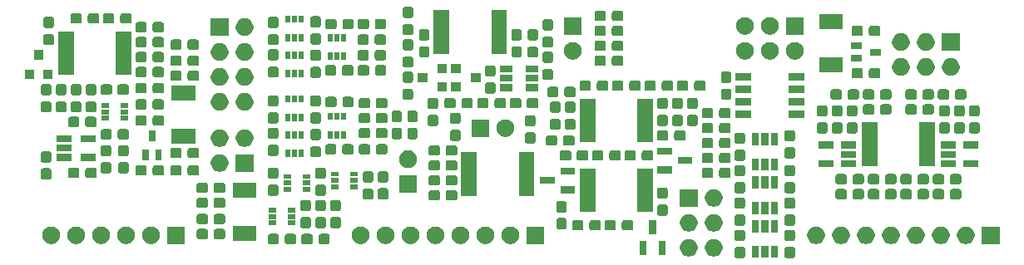
<source format=gts>
G04 #@! TF.GenerationSoftware,KiCad,Pcbnew,(5.1.5)-3*
G04 #@! TF.CreationDate,2021-03-15T11:57:00-05:00*
G04 #@! TF.ProjectId,channel,6368616e-6e65-46c2-9e6b-696361645f70,rev?*
G04 #@! TF.SameCoordinates,Original*
G04 #@! TF.FileFunction,Soldermask,Top*
G04 #@! TF.FilePolarity,Negative*
%FSLAX46Y46*%
G04 Gerber Fmt 4.6, Leading zero omitted, Abs format (unit mm)*
G04 Created by KiCad (PCBNEW (5.1.5)-3) date 2021-03-15 11:57:00*
%MOMM*%
%LPD*%
G04 APERTURE LIST*
%ADD10C,0.100000*%
G04 APERTURE END LIST*
D10*
G36*
X174578464Y-117144006D02*
G01*
X174623004Y-117157517D01*
X174664046Y-117179455D01*
X174700021Y-117208979D01*
X174729545Y-117244954D01*
X174751483Y-117285996D01*
X174764994Y-117330536D01*
X174769800Y-117379333D01*
X174769800Y-118050667D01*
X174764994Y-118099464D01*
X174751483Y-118144004D01*
X174729545Y-118185046D01*
X174700021Y-118221021D01*
X174664046Y-118250545D01*
X174623004Y-118272483D01*
X174578464Y-118285994D01*
X174529667Y-118290800D01*
X173958333Y-118290800D01*
X173909536Y-118285994D01*
X173864996Y-118272483D01*
X173823954Y-118250545D01*
X173787979Y-118221021D01*
X173758455Y-118185046D01*
X173736517Y-118144004D01*
X173723006Y-118099464D01*
X173718200Y-118050667D01*
X173718200Y-117379333D01*
X173723006Y-117330536D01*
X173736517Y-117285996D01*
X173758455Y-117244954D01*
X173787979Y-117208979D01*
X173823954Y-117179455D01*
X173864996Y-117157517D01*
X173909536Y-117144006D01*
X173958333Y-117139200D01*
X174529667Y-117139200D01*
X174578464Y-117144006D01*
G37*
G36*
X169498464Y-117144006D02*
G01*
X169543004Y-117157517D01*
X169584046Y-117179455D01*
X169620021Y-117208979D01*
X169649545Y-117244954D01*
X169671483Y-117285996D01*
X169684994Y-117330536D01*
X169689800Y-117379333D01*
X169689800Y-118050667D01*
X169684994Y-118099464D01*
X169671483Y-118144004D01*
X169649545Y-118185046D01*
X169620021Y-118221021D01*
X169584046Y-118250545D01*
X169543004Y-118272483D01*
X169498464Y-118285994D01*
X169449667Y-118290800D01*
X168878333Y-118290800D01*
X168829536Y-118285994D01*
X168784996Y-118272483D01*
X168743954Y-118250545D01*
X168707979Y-118221021D01*
X168678455Y-118185046D01*
X168656517Y-118144004D01*
X168643006Y-118099464D01*
X168638200Y-118050667D01*
X168638200Y-117379333D01*
X168643006Y-117330536D01*
X168656517Y-117285996D01*
X168678455Y-117244954D01*
X168707979Y-117208979D01*
X168743954Y-117179455D01*
X168784996Y-117157517D01*
X168829536Y-117144006D01*
X168878333Y-117139200D01*
X169449667Y-117139200D01*
X169498464Y-117144006D01*
G37*
G36*
X172054800Y-118257800D02*
G01*
X171353200Y-118257800D01*
X171353200Y-117006200D01*
X172054800Y-117006200D01*
X172054800Y-118257800D01*
G37*
G36*
X171104800Y-118257800D02*
G01*
X170403200Y-118257800D01*
X170403200Y-117006200D01*
X171104800Y-117006200D01*
X171104800Y-118257800D01*
G37*
G36*
X173004800Y-118257800D02*
G01*
X172303200Y-118257800D01*
X172303200Y-117006200D01*
X173004800Y-117006200D01*
X173004800Y-118257800D01*
G37*
G36*
X164219754Y-116354817D02*
G01*
X164383689Y-116422721D01*
X164531227Y-116521303D01*
X164656697Y-116646773D01*
X164755279Y-116794311D01*
X164823183Y-116958246D01*
X164857800Y-117132279D01*
X164857800Y-117309721D01*
X164823183Y-117483754D01*
X164755279Y-117647689D01*
X164656697Y-117795227D01*
X164531227Y-117920697D01*
X164383689Y-118019279D01*
X164219754Y-118087183D01*
X164045721Y-118121800D01*
X163868279Y-118121800D01*
X163694246Y-118087183D01*
X163530311Y-118019279D01*
X163382773Y-117920697D01*
X163257303Y-117795227D01*
X163158721Y-117647689D01*
X163090817Y-117483754D01*
X163056200Y-117309721D01*
X163056200Y-117132279D01*
X163090817Y-116958246D01*
X163158721Y-116794311D01*
X163257303Y-116646773D01*
X163382773Y-116521303D01*
X163530311Y-116422721D01*
X163694246Y-116354817D01*
X163868279Y-116320200D01*
X164045721Y-116320200D01*
X164219754Y-116354817D01*
G37*
G36*
X166759754Y-116354817D02*
G01*
X166923689Y-116422721D01*
X167071227Y-116521303D01*
X167196697Y-116646773D01*
X167295279Y-116794311D01*
X167363183Y-116958246D01*
X167397800Y-117132279D01*
X167397800Y-117309721D01*
X167363183Y-117483754D01*
X167295279Y-117647689D01*
X167196697Y-117795227D01*
X167071227Y-117920697D01*
X166923689Y-118019279D01*
X166759754Y-118087183D01*
X166585721Y-118121800D01*
X166408279Y-118121800D01*
X166234246Y-118087183D01*
X166070311Y-118019279D01*
X165922773Y-117920697D01*
X165797303Y-117795227D01*
X165698721Y-117647689D01*
X165630817Y-117483754D01*
X165596200Y-117309721D01*
X165596200Y-117132279D01*
X165630817Y-116958246D01*
X165698721Y-116794311D01*
X165797303Y-116646773D01*
X165922773Y-116521303D01*
X166070311Y-116422721D01*
X166234246Y-116354817D01*
X166408279Y-116320200D01*
X166585721Y-116320200D01*
X166759754Y-116354817D01*
G37*
G36*
X159674800Y-117980800D02*
G01*
X158973200Y-117980800D01*
X158973200Y-116529200D01*
X159674800Y-116529200D01*
X159674800Y-117980800D01*
G37*
G36*
X161574800Y-117980800D02*
G01*
X160873200Y-117980800D01*
X160873200Y-116529200D01*
X161574800Y-116529200D01*
X161574800Y-117980800D01*
G37*
G36*
X123814464Y-115811006D02*
G01*
X123859004Y-115824517D01*
X123900046Y-115846455D01*
X123936021Y-115875979D01*
X123965545Y-115911954D01*
X123987483Y-115952996D01*
X124000994Y-115997536D01*
X124005800Y-116046333D01*
X124005800Y-116617667D01*
X124000994Y-116666464D01*
X123987483Y-116711004D01*
X123965545Y-116752046D01*
X123936021Y-116788021D01*
X123900046Y-116817545D01*
X123859004Y-116839483D01*
X123814464Y-116852994D01*
X123765667Y-116857800D01*
X123094333Y-116857800D01*
X123045536Y-116852994D01*
X123000996Y-116839483D01*
X122959954Y-116817545D01*
X122923979Y-116788021D01*
X122894455Y-116752046D01*
X122872517Y-116711004D01*
X122859006Y-116666464D01*
X122854200Y-116617667D01*
X122854200Y-116046333D01*
X122859006Y-115997536D01*
X122872517Y-115952996D01*
X122894455Y-115911954D01*
X122923979Y-115875979D01*
X122959954Y-115846455D01*
X123000996Y-115824517D01*
X123045536Y-115811006D01*
X123094333Y-115806200D01*
X123765667Y-115806200D01*
X123814464Y-115811006D01*
G37*
G36*
X127229464Y-115811006D02*
G01*
X127274004Y-115824517D01*
X127315046Y-115846455D01*
X127351021Y-115875979D01*
X127380545Y-115911954D01*
X127402483Y-115952996D01*
X127415994Y-115997536D01*
X127420800Y-116046333D01*
X127420800Y-116617667D01*
X127415994Y-116666464D01*
X127402483Y-116711004D01*
X127380545Y-116752046D01*
X127351021Y-116788021D01*
X127315046Y-116817545D01*
X127274004Y-116839483D01*
X127229464Y-116852994D01*
X127180667Y-116857800D01*
X126509333Y-116857800D01*
X126460536Y-116852994D01*
X126415996Y-116839483D01*
X126374954Y-116817545D01*
X126338979Y-116788021D01*
X126309455Y-116752046D01*
X126287517Y-116711004D01*
X126274006Y-116666464D01*
X126269200Y-116617667D01*
X126269200Y-116046333D01*
X126274006Y-115997536D01*
X126287517Y-115952996D01*
X126309455Y-115911954D01*
X126338979Y-115875979D01*
X126374954Y-115846455D01*
X126415996Y-115824517D01*
X126460536Y-115811006D01*
X126509333Y-115806200D01*
X127180667Y-115806200D01*
X127229464Y-115811006D01*
G37*
G36*
X125479464Y-115811006D02*
G01*
X125524004Y-115824517D01*
X125565046Y-115846455D01*
X125601021Y-115875979D01*
X125630545Y-115911954D01*
X125652483Y-115952996D01*
X125665994Y-115997536D01*
X125670800Y-116046333D01*
X125670800Y-116617667D01*
X125665994Y-116666464D01*
X125652483Y-116711004D01*
X125630545Y-116752046D01*
X125601021Y-116788021D01*
X125565046Y-116817545D01*
X125524004Y-116839483D01*
X125479464Y-116852994D01*
X125430667Y-116857800D01*
X124759333Y-116857800D01*
X124710536Y-116852994D01*
X124665996Y-116839483D01*
X124624954Y-116817545D01*
X124588979Y-116788021D01*
X124559455Y-116752046D01*
X124537517Y-116711004D01*
X124524006Y-116666464D01*
X124519200Y-116617667D01*
X124519200Y-116046333D01*
X124524006Y-115997536D01*
X124537517Y-115952996D01*
X124559455Y-115911954D01*
X124588979Y-115875979D01*
X124624954Y-115846455D01*
X124665996Y-115824517D01*
X124710536Y-115811006D01*
X124759333Y-115806200D01*
X125430667Y-115806200D01*
X125479464Y-115811006D01*
G37*
G36*
X122064464Y-115811006D02*
G01*
X122109004Y-115824517D01*
X122150046Y-115846455D01*
X122186021Y-115875979D01*
X122215545Y-115911954D01*
X122237483Y-115952996D01*
X122250994Y-115997536D01*
X122255800Y-116046333D01*
X122255800Y-116617667D01*
X122250994Y-116666464D01*
X122237483Y-116711004D01*
X122215545Y-116752046D01*
X122186021Y-116788021D01*
X122150046Y-116817545D01*
X122109004Y-116839483D01*
X122064464Y-116852994D01*
X122015667Y-116857800D01*
X121344333Y-116857800D01*
X121295536Y-116852994D01*
X121250996Y-116839483D01*
X121209954Y-116817545D01*
X121173979Y-116788021D01*
X121144455Y-116752046D01*
X121122517Y-116711004D01*
X121109006Y-116666464D01*
X121104200Y-116617667D01*
X121104200Y-116046333D01*
X121109006Y-115997536D01*
X121122517Y-115952996D01*
X121144455Y-115911954D01*
X121173979Y-115875979D01*
X121209954Y-115846455D01*
X121250996Y-115824517D01*
X121295536Y-115811006D01*
X121344333Y-115806200D01*
X122015667Y-115806200D01*
X122064464Y-115811006D01*
G37*
G36*
X184793754Y-115084817D02*
G01*
X184957689Y-115152721D01*
X185105227Y-115251303D01*
X185230697Y-115376773D01*
X185329279Y-115524311D01*
X185397183Y-115688246D01*
X185431800Y-115862279D01*
X185431800Y-116039721D01*
X185397183Y-116213754D01*
X185329279Y-116377689D01*
X185230697Y-116525227D01*
X185105227Y-116650697D01*
X184957689Y-116749279D01*
X184793754Y-116817183D01*
X184619721Y-116851800D01*
X184442279Y-116851800D01*
X184268246Y-116817183D01*
X184104311Y-116749279D01*
X183956773Y-116650697D01*
X183831303Y-116525227D01*
X183732721Y-116377689D01*
X183664817Y-116213754D01*
X183630200Y-116039721D01*
X183630200Y-115862279D01*
X183664817Y-115688246D01*
X183732721Y-115524311D01*
X183831303Y-115376773D01*
X183956773Y-115251303D01*
X184104311Y-115152721D01*
X184268246Y-115084817D01*
X184442279Y-115050200D01*
X184619721Y-115050200D01*
X184793754Y-115084817D01*
G37*
G36*
X109482754Y-115084817D02*
G01*
X109646689Y-115152721D01*
X109794227Y-115251303D01*
X109919697Y-115376773D01*
X110018279Y-115524311D01*
X110086183Y-115688246D01*
X110120800Y-115862279D01*
X110120800Y-116039721D01*
X110086183Y-116213754D01*
X110018279Y-116377689D01*
X109919697Y-116525227D01*
X109794227Y-116650697D01*
X109646689Y-116749279D01*
X109482754Y-116817183D01*
X109308721Y-116851800D01*
X109131279Y-116851800D01*
X108957246Y-116817183D01*
X108793311Y-116749279D01*
X108645773Y-116650697D01*
X108520303Y-116525227D01*
X108421721Y-116377689D01*
X108353817Y-116213754D01*
X108319200Y-116039721D01*
X108319200Y-115862279D01*
X108353817Y-115688246D01*
X108421721Y-115524311D01*
X108520303Y-115376773D01*
X108645773Y-115251303D01*
X108793311Y-115152721D01*
X108957246Y-115084817D01*
X109131279Y-115050200D01*
X109308721Y-115050200D01*
X109482754Y-115084817D01*
G37*
G36*
X187333754Y-115084817D02*
G01*
X187497689Y-115152721D01*
X187645227Y-115251303D01*
X187770697Y-115376773D01*
X187869279Y-115524311D01*
X187937183Y-115688246D01*
X187971800Y-115862279D01*
X187971800Y-116039721D01*
X187937183Y-116213754D01*
X187869279Y-116377689D01*
X187770697Y-116525227D01*
X187645227Y-116650697D01*
X187497689Y-116749279D01*
X187333754Y-116817183D01*
X187159721Y-116851800D01*
X186982279Y-116851800D01*
X186808246Y-116817183D01*
X186644311Y-116749279D01*
X186496773Y-116650697D01*
X186371303Y-116525227D01*
X186272721Y-116377689D01*
X186204817Y-116213754D01*
X186170200Y-116039721D01*
X186170200Y-115862279D01*
X186204817Y-115688246D01*
X186272721Y-115524311D01*
X186371303Y-115376773D01*
X186496773Y-115251303D01*
X186644311Y-115152721D01*
X186808246Y-115084817D01*
X186982279Y-115050200D01*
X187159721Y-115050200D01*
X187333754Y-115084817D01*
G37*
G36*
X189873754Y-115084817D02*
G01*
X190037689Y-115152721D01*
X190185227Y-115251303D01*
X190310697Y-115376773D01*
X190409279Y-115524311D01*
X190477183Y-115688246D01*
X190511800Y-115862279D01*
X190511800Y-116039721D01*
X190477183Y-116213754D01*
X190409279Y-116377689D01*
X190310697Y-116525227D01*
X190185227Y-116650697D01*
X190037689Y-116749279D01*
X189873754Y-116817183D01*
X189699721Y-116851800D01*
X189522279Y-116851800D01*
X189348246Y-116817183D01*
X189184311Y-116749279D01*
X189036773Y-116650697D01*
X188911303Y-116525227D01*
X188812721Y-116377689D01*
X188744817Y-116213754D01*
X188710200Y-116039721D01*
X188710200Y-115862279D01*
X188744817Y-115688246D01*
X188812721Y-115524311D01*
X188911303Y-115376773D01*
X189036773Y-115251303D01*
X189184311Y-115152721D01*
X189348246Y-115084817D01*
X189522279Y-115050200D01*
X189699721Y-115050200D01*
X189873754Y-115084817D01*
G37*
G36*
X192413754Y-115084817D02*
G01*
X192577689Y-115152721D01*
X192725227Y-115251303D01*
X192850697Y-115376773D01*
X192949279Y-115524311D01*
X193017183Y-115688246D01*
X193051800Y-115862279D01*
X193051800Y-116039721D01*
X193017183Y-116213754D01*
X192949279Y-116377689D01*
X192850697Y-116525227D01*
X192725227Y-116650697D01*
X192577689Y-116749279D01*
X192413754Y-116817183D01*
X192239721Y-116851800D01*
X192062279Y-116851800D01*
X191888246Y-116817183D01*
X191724311Y-116749279D01*
X191576773Y-116650697D01*
X191451303Y-116525227D01*
X191352721Y-116377689D01*
X191284817Y-116213754D01*
X191250200Y-116039721D01*
X191250200Y-115862279D01*
X191284817Y-115688246D01*
X191352721Y-115524311D01*
X191451303Y-115376773D01*
X191576773Y-115251303D01*
X191724311Y-115152721D01*
X191888246Y-115084817D01*
X192062279Y-115050200D01*
X192239721Y-115050200D01*
X192413754Y-115084817D01*
G37*
G36*
X195591800Y-116851800D02*
G01*
X193790200Y-116851800D01*
X193790200Y-115050200D01*
X195591800Y-115050200D01*
X195591800Y-116851800D01*
G37*
G36*
X99322754Y-115084817D02*
G01*
X99486689Y-115152721D01*
X99634227Y-115251303D01*
X99759697Y-115376773D01*
X99858279Y-115524311D01*
X99926183Y-115688246D01*
X99960800Y-115862279D01*
X99960800Y-116039721D01*
X99926183Y-116213754D01*
X99858279Y-116377689D01*
X99759697Y-116525227D01*
X99634227Y-116650697D01*
X99486689Y-116749279D01*
X99322754Y-116817183D01*
X99148721Y-116851800D01*
X98971279Y-116851800D01*
X98797246Y-116817183D01*
X98633311Y-116749279D01*
X98485773Y-116650697D01*
X98360303Y-116525227D01*
X98261721Y-116377689D01*
X98193817Y-116213754D01*
X98159200Y-116039721D01*
X98159200Y-115862279D01*
X98193817Y-115688246D01*
X98261721Y-115524311D01*
X98360303Y-115376773D01*
X98485773Y-115251303D01*
X98633311Y-115152721D01*
X98797246Y-115084817D01*
X98971279Y-115050200D01*
X99148721Y-115050200D01*
X99322754Y-115084817D01*
G37*
G36*
X112660800Y-116851800D02*
G01*
X110859200Y-116851800D01*
X110859200Y-115050200D01*
X112660800Y-115050200D01*
X112660800Y-116851800D01*
G37*
G36*
X106942754Y-115084817D02*
G01*
X107106689Y-115152721D01*
X107254227Y-115251303D01*
X107379697Y-115376773D01*
X107478279Y-115524311D01*
X107546183Y-115688246D01*
X107580800Y-115862279D01*
X107580800Y-116039721D01*
X107546183Y-116213754D01*
X107478279Y-116377689D01*
X107379697Y-116525227D01*
X107254227Y-116650697D01*
X107106689Y-116749279D01*
X106942754Y-116817183D01*
X106768721Y-116851800D01*
X106591279Y-116851800D01*
X106417246Y-116817183D01*
X106253311Y-116749279D01*
X106105773Y-116650697D01*
X105980303Y-116525227D01*
X105881721Y-116377689D01*
X105813817Y-116213754D01*
X105779200Y-116039721D01*
X105779200Y-115862279D01*
X105813817Y-115688246D01*
X105881721Y-115524311D01*
X105980303Y-115376773D01*
X106105773Y-115251303D01*
X106253311Y-115152721D01*
X106417246Y-115084817D01*
X106591279Y-115050200D01*
X106768721Y-115050200D01*
X106942754Y-115084817D01*
G37*
G36*
X104402754Y-115084817D02*
G01*
X104566689Y-115152721D01*
X104714227Y-115251303D01*
X104839697Y-115376773D01*
X104938279Y-115524311D01*
X105006183Y-115688246D01*
X105040800Y-115862279D01*
X105040800Y-116039721D01*
X105006183Y-116213754D01*
X104938279Y-116377689D01*
X104839697Y-116525227D01*
X104714227Y-116650697D01*
X104566689Y-116749279D01*
X104402754Y-116817183D01*
X104228721Y-116851800D01*
X104051279Y-116851800D01*
X103877246Y-116817183D01*
X103713311Y-116749279D01*
X103565773Y-116650697D01*
X103440303Y-116525227D01*
X103341721Y-116377689D01*
X103273817Y-116213754D01*
X103239200Y-116039721D01*
X103239200Y-115862279D01*
X103273817Y-115688246D01*
X103341721Y-115524311D01*
X103440303Y-115376773D01*
X103565773Y-115251303D01*
X103713311Y-115152721D01*
X103877246Y-115084817D01*
X104051279Y-115050200D01*
X104228721Y-115050200D01*
X104402754Y-115084817D01*
G37*
G36*
X101862754Y-115084817D02*
G01*
X102026689Y-115152721D01*
X102174227Y-115251303D01*
X102299697Y-115376773D01*
X102398279Y-115524311D01*
X102466183Y-115688246D01*
X102500800Y-115862279D01*
X102500800Y-116039721D01*
X102466183Y-116213754D01*
X102398279Y-116377689D01*
X102299697Y-116525227D01*
X102174227Y-116650697D01*
X102026689Y-116749279D01*
X101862754Y-116817183D01*
X101688721Y-116851800D01*
X101511279Y-116851800D01*
X101337246Y-116817183D01*
X101173311Y-116749279D01*
X101025773Y-116650697D01*
X100900303Y-116525227D01*
X100801721Y-116377689D01*
X100733817Y-116213754D01*
X100699200Y-116039721D01*
X100699200Y-115862279D01*
X100733817Y-115688246D01*
X100801721Y-115524311D01*
X100900303Y-115376773D01*
X101025773Y-115251303D01*
X101173311Y-115152721D01*
X101337246Y-115084817D01*
X101511279Y-115050200D01*
X101688721Y-115050200D01*
X101862754Y-115084817D01*
G37*
G36*
X179713754Y-115084817D02*
G01*
X179877689Y-115152721D01*
X180025227Y-115251303D01*
X180150697Y-115376773D01*
X180249279Y-115524311D01*
X180317183Y-115688246D01*
X180351800Y-115862279D01*
X180351800Y-116039721D01*
X180317183Y-116213754D01*
X180249279Y-116377689D01*
X180150697Y-116525227D01*
X180025227Y-116650697D01*
X179877689Y-116749279D01*
X179713754Y-116817183D01*
X179539721Y-116851800D01*
X179362279Y-116851800D01*
X179188246Y-116817183D01*
X179024311Y-116749279D01*
X178876773Y-116650697D01*
X178751303Y-116525227D01*
X178652721Y-116377689D01*
X178584817Y-116213754D01*
X178550200Y-116039721D01*
X178550200Y-115862279D01*
X178584817Y-115688246D01*
X178652721Y-115524311D01*
X178751303Y-115376773D01*
X178876773Y-115251303D01*
X179024311Y-115152721D01*
X179188246Y-115084817D01*
X179362279Y-115050200D01*
X179539721Y-115050200D01*
X179713754Y-115084817D01*
G37*
G36*
X182253754Y-115084817D02*
G01*
X182417689Y-115152721D01*
X182565227Y-115251303D01*
X182690697Y-115376773D01*
X182789279Y-115524311D01*
X182857183Y-115688246D01*
X182891800Y-115862279D01*
X182891800Y-116039721D01*
X182857183Y-116213754D01*
X182789279Y-116377689D01*
X182690697Y-116525227D01*
X182565227Y-116650697D01*
X182417689Y-116749279D01*
X182253754Y-116817183D01*
X182079721Y-116851800D01*
X181902279Y-116851800D01*
X181728246Y-116817183D01*
X181564311Y-116749279D01*
X181416773Y-116650697D01*
X181291303Y-116525227D01*
X181192721Y-116377689D01*
X181124817Y-116213754D01*
X181090200Y-116039721D01*
X181090200Y-115862279D01*
X181124817Y-115688246D01*
X181192721Y-115524311D01*
X181291303Y-115376773D01*
X181416773Y-115251303D01*
X181564311Y-115152721D01*
X181728246Y-115084817D01*
X181902279Y-115050200D01*
X182079721Y-115050200D01*
X182253754Y-115084817D01*
G37*
G36*
X177173754Y-115084817D02*
G01*
X177337689Y-115152721D01*
X177485227Y-115251303D01*
X177610697Y-115376773D01*
X177709279Y-115524311D01*
X177777183Y-115688246D01*
X177811800Y-115862279D01*
X177811800Y-116039721D01*
X177777183Y-116213754D01*
X177709279Y-116377689D01*
X177610697Y-116525227D01*
X177485227Y-116650697D01*
X177337689Y-116749279D01*
X177173754Y-116817183D01*
X176999721Y-116851800D01*
X176822279Y-116851800D01*
X176648246Y-116817183D01*
X176484311Y-116749279D01*
X176336773Y-116650697D01*
X176211303Y-116525227D01*
X176112721Y-116377689D01*
X176044817Y-116213754D01*
X176010200Y-116039721D01*
X176010200Y-115862279D01*
X176044817Y-115688246D01*
X176112721Y-115524311D01*
X176211303Y-115376773D01*
X176336773Y-115251303D01*
X176484311Y-115152721D01*
X176648246Y-115084817D01*
X176822279Y-115050200D01*
X176999721Y-115050200D01*
X177173754Y-115084817D01*
G37*
G36*
X130818754Y-115084817D02*
G01*
X130982689Y-115152721D01*
X131130227Y-115251303D01*
X131255697Y-115376773D01*
X131354279Y-115524311D01*
X131422183Y-115688246D01*
X131456800Y-115862279D01*
X131456800Y-116039721D01*
X131422183Y-116213754D01*
X131354279Y-116377689D01*
X131255697Y-116525227D01*
X131130227Y-116650697D01*
X130982689Y-116749279D01*
X130818754Y-116817183D01*
X130644721Y-116851800D01*
X130467279Y-116851800D01*
X130293246Y-116817183D01*
X130129311Y-116749279D01*
X129981773Y-116650697D01*
X129856303Y-116525227D01*
X129757721Y-116377689D01*
X129689817Y-116213754D01*
X129655200Y-116039721D01*
X129655200Y-115862279D01*
X129689817Y-115688246D01*
X129757721Y-115524311D01*
X129856303Y-115376773D01*
X129981773Y-115251303D01*
X130129311Y-115152721D01*
X130293246Y-115084817D01*
X130467279Y-115050200D01*
X130644721Y-115050200D01*
X130818754Y-115084817D01*
G37*
G36*
X133358754Y-115084817D02*
G01*
X133522689Y-115152721D01*
X133670227Y-115251303D01*
X133795697Y-115376773D01*
X133894279Y-115524311D01*
X133962183Y-115688246D01*
X133996800Y-115862279D01*
X133996800Y-116039721D01*
X133962183Y-116213754D01*
X133894279Y-116377689D01*
X133795697Y-116525227D01*
X133670227Y-116650697D01*
X133522689Y-116749279D01*
X133358754Y-116817183D01*
X133184721Y-116851800D01*
X133007279Y-116851800D01*
X132833246Y-116817183D01*
X132669311Y-116749279D01*
X132521773Y-116650697D01*
X132396303Y-116525227D01*
X132297721Y-116377689D01*
X132229817Y-116213754D01*
X132195200Y-116039721D01*
X132195200Y-115862279D01*
X132229817Y-115688246D01*
X132297721Y-115524311D01*
X132396303Y-115376773D01*
X132521773Y-115251303D01*
X132669311Y-115152721D01*
X132833246Y-115084817D01*
X133007279Y-115050200D01*
X133184721Y-115050200D01*
X133358754Y-115084817D01*
G37*
G36*
X135898754Y-115084817D02*
G01*
X136062689Y-115152721D01*
X136210227Y-115251303D01*
X136335697Y-115376773D01*
X136434279Y-115524311D01*
X136502183Y-115688246D01*
X136536800Y-115862279D01*
X136536800Y-116039721D01*
X136502183Y-116213754D01*
X136434279Y-116377689D01*
X136335697Y-116525227D01*
X136210227Y-116650697D01*
X136062689Y-116749279D01*
X135898754Y-116817183D01*
X135724721Y-116851800D01*
X135547279Y-116851800D01*
X135373246Y-116817183D01*
X135209311Y-116749279D01*
X135061773Y-116650697D01*
X134936303Y-116525227D01*
X134837721Y-116377689D01*
X134769817Y-116213754D01*
X134735200Y-116039721D01*
X134735200Y-115862279D01*
X134769817Y-115688246D01*
X134837721Y-115524311D01*
X134936303Y-115376773D01*
X135061773Y-115251303D01*
X135209311Y-115152721D01*
X135373246Y-115084817D01*
X135547279Y-115050200D01*
X135724721Y-115050200D01*
X135898754Y-115084817D01*
G37*
G36*
X138438754Y-115084817D02*
G01*
X138602689Y-115152721D01*
X138750227Y-115251303D01*
X138875697Y-115376773D01*
X138974279Y-115524311D01*
X139042183Y-115688246D01*
X139076800Y-115862279D01*
X139076800Y-116039721D01*
X139042183Y-116213754D01*
X138974279Y-116377689D01*
X138875697Y-116525227D01*
X138750227Y-116650697D01*
X138602689Y-116749279D01*
X138438754Y-116817183D01*
X138264721Y-116851800D01*
X138087279Y-116851800D01*
X137913246Y-116817183D01*
X137749311Y-116749279D01*
X137601773Y-116650697D01*
X137476303Y-116525227D01*
X137377721Y-116377689D01*
X137309817Y-116213754D01*
X137275200Y-116039721D01*
X137275200Y-115862279D01*
X137309817Y-115688246D01*
X137377721Y-115524311D01*
X137476303Y-115376773D01*
X137601773Y-115251303D01*
X137749311Y-115152721D01*
X137913246Y-115084817D01*
X138087279Y-115050200D01*
X138264721Y-115050200D01*
X138438754Y-115084817D01*
G37*
G36*
X140978754Y-115084817D02*
G01*
X141142689Y-115152721D01*
X141290227Y-115251303D01*
X141415697Y-115376773D01*
X141514279Y-115524311D01*
X141582183Y-115688246D01*
X141616800Y-115862279D01*
X141616800Y-116039721D01*
X141582183Y-116213754D01*
X141514279Y-116377689D01*
X141415697Y-116525227D01*
X141290227Y-116650697D01*
X141142689Y-116749279D01*
X140978754Y-116817183D01*
X140804721Y-116851800D01*
X140627279Y-116851800D01*
X140453246Y-116817183D01*
X140289311Y-116749279D01*
X140141773Y-116650697D01*
X140016303Y-116525227D01*
X139917721Y-116377689D01*
X139849817Y-116213754D01*
X139815200Y-116039721D01*
X139815200Y-115862279D01*
X139849817Y-115688246D01*
X139917721Y-115524311D01*
X140016303Y-115376773D01*
X140141773Y-115251303D01*
X140289311Y-115152721D01*
X140453246Y-115084817D01*
X140627279Y-115050200D01*
X140804721Y-115050200D01*
X140978754Y-115084817D01*
G37*
G36*
X143518754Y-115084817D02*
G01*
X143682689Y-115152721D01*
X143830227Y-115251303D01*
X143955697Y-115376773D01*
X144054279Y-115524311D01*
X144122183Y-115688246D01*
X144156800Y-115862279D01*
X144156800Y-116039721D01*
X144122183Y-116213754D01*
X144054279Y-116377689D01*
X143955697Y-116525227D01*
X143830227Y-116650697D01*
X143682689Y-116749279D01*
X143518754Y-116817183D01*
X143344721Y-116851800D01*
X143167279Y-116851800D01*
X142993246Y-116817183D01*
X142829311Y-116749279D01*
X142681773Y-116650697D01*
X142556303Y-116525227D01*
X142457721Y-116377689D01*
X142389817Y-116213754D01*
X142355200Y-116039721D01*
X142355200Y-115862279D01*
X142389817Y-115688246D01*
X142457721Y-115524311D01*
X142556303Y-115376773D01*
X142681773Y-115251303D01*
X142829311Y-115152721D01*
X142993246Y-115084817D01*
X143167279Y-115050200D01*
X143344721Y-115050200D01*
X143518754Y-115084817D01*
G37*
G36*
X146058754Y-115084817D02*
G01*
X146222689Y-115152721D01*
X146370227Y-115251303D01*
X146495697Y-115376773D01*
X146594279Y-115524311D01*
X146662183Y-115688246D01*
X146696800Y-115862279D01*
X146696800Y-116039721D01*
X146662183Y-116213754D01*
X146594279Y-116377689D01*
X146495697Y-116525227D01*
X146370227Y-116650697D01*
X146222689Y-116749279D01*
X146058754Y-116817183D01*
X145884721Y-116851800D01*
X145707279Y-116851800D01*
X145533246Y-116817183D01*
X145369311Y-116749279D01*
X145221773Y-116650697D01*
X145096303Y-116525227D01*
X144997721Y-116377689D01*
X144929817Y-116213754D01*
X144895200Y-116039721D01*
X144895200Y-115862279D01*
X144929817Y-115688246D01*
X144997721Y-115524311D01*
X145096303Y-115376773D01*
X145221773Y-115251303D01*
X145369311Y-115152721D01*
X145533246Y-115084817D01*
X145707279Y-115050200D01*
X145884721Y-115050200D01*
X146058754Y-115084817D01*
G37*
G36*
X149236800Y-116851800D02*
G01*
X147435200Y-116851800D01*
X147435200Y-115050200D01*
X149236800Y-115050200D01*
X149236800Y-116851800D01*
G37*
G36*
X169498464Y-115394006D02*
G01*
X169543004Y-115407517D01*
X169584046Y-115429455D01*
X169620021Y-115458979D01*
X169649545Y-115494954D01*
X169671483Y-115535996D01*
X169684994Y-115580536D01*
X169689800Y-115629333D01*
X169689800Y-116300667D01*
X169684994Y-116349464D01*
X169671483Y-116394004D01*
X169649545Y-116435046D01*
X169620021Y-116471021D01*
X169584046Y-116500545D01*
X169543004Y-116522483D01*
X169498464Y-116535994D01*
X169449667Y-116540800D01*
X168878333Y-116540800D01*
X168829536Y-116535994D01*
X168784996Y-116522483D01*
X168743954Y-116500545D01*
X168707979Y-116471021D01*
X168678455Y-116435046D01*
X168656517Y-116394004D01*
X168643006Y-116349464D01*
X168638200Y-116300667D01*
X168638200Y-115629333D01*
X168643006Y-115580536D01*
X168656517Y-115535996D01*
X168678455Y-115494954D01*
X168707979Y-115458979D01*
X168743954Y-115429455D01*
X168784996Y-115407517D01*
X168829536Y-115394006D01*
X168878333Y-115389200D01*
X169449667Y-115389200D01*
X169498464Y-115394006D01*
G37*
G36*
X174578464Y-115394006D02*
G01*
X174623004Y-115407517D01*
X174664046Y-115429455D01*
X174700021Y-115458979D01*
X174729545Y-115494954D01*
X174751483Y-115535996D01*
X174764994Y-115580536D01*
X174769800Y-115629333D01*
X174769800Y-116300667D01*
X174764994Y-116349464D01*
X174751483Y-116394004D01*
X174729545Y-116435046D01*
X174700021Y-116471021D01*
X174664046Y-116500545D01*
X174623004Y-116522483D01*
X174578464Y-116535994D01*
X174529667Y-116540800D01*
X173958333Y-116540800D01*
X173909536Y-116535994D01*
X173864996Y-116522483D01*
X173823954Y-116500545D01*
X173787979Y-116471021D01*
X173758455Y-116435046D01*
X173736517Y-116394004D01*
X173723006Y-116349464D01*
X173718200Y-116300667D01*
X173718200Y-115629333D01*
X173723006Y-115580536D01*
X173736517Y-115535996D01*
X173758455Y-115494954D01*
X173787979Y-115458979D01*
X173823954Y-115429455D01*
X173864996Y-115407517D01*
X173909536Y-115394006D01*
X173958333Y-115389200D01*
X174529667Y-115389200D01*
X174578464Y-115394006D01*
G37*
G36*
X119945800Y-116488800D02*
G01*
X117544200Y-116488800D01*
X117544200Y-114987200D01*
X119945800Y-114987200D01*
X119945800Y-116488800D01*
G37*
G36*
X114825464Y-115303006D02*
G01*
X114870004Y-115316517D01*
X114911046Y-115338455D01*
X114947021Y-115367979D01*
X114976545Y-115403954D01*
X114998483Y-115444996D01*
X115011994Y-115489536D01*
X115016800Y-115538333D01*
X115016800Y-116109667D01*
X115011994Y-116158464D01*
X114998483Y-116203004D01*
X114976545Y-116244046D01*
X114947021Y-116280021D01*
X114911046Y-116309545D01*
X114870004Y-116331483D01*
X114825464Y-116344994D01*
X114776667Y-116349800D01*
X114105333Y-116349800D01*
X114056536Y-116344994D01*
X114011996Y-116331483D01*
X113970954Y-116309545D01*
X113934979Y-116280021D01*
X113905455Y-116244046D01*
X113883517Y-116203004D01*
X113870006Y-116158464D01*
X113865200Y-116109667D01*
X113865200Y-115538333D01*
X113870006Y-115489536D01*
X113883517Y-115444996D01*
X113905455Y-115403954D01*
X113934979Y-115367979D01*
X113970954Y-115338455D01*
X114011996Y-115316517D01*
X114056536Y-115303006D01*
X114105333Y-115298200D01*
X114776667Y-115298200D01*
X114825464Y-115303006D01*
G37*
G36*
X116575464Y-115303006D02*
G01*
X116620004Y-115316517D01*
X116661046Y-115338455D01*
X116697021Y-115367979D01*
X116726545Y-115403954D01*
X116748483Y-115444996D01*
X116761994Y-115489536D01*
X116766800Y-115538333D01*
X116766800Y-116109667D01*
X116761994Y-116158464D01*
X116748483Y-116203004D01*
X116726545Y-116244046D01*
X116697021Y-116280021D01*
X116661046Y-116309545D01*
X116620004Y-116331483D01*
X116575464Y-116344994D01*
X116526667Y-116349800D01*
X115855333Y-116349800D01*
X115806536Y-116344994D01*
X115761996Y-116331483D01*
X115720954Y-116309545D01*
X115684979Y-116280021D01*
X115655455Y-116244046D01*
X115633517Y-116203004D01*
X115620006Y-116158464D01*
X115615200Y-116109667D01*
X115615200Y-115538333D01*
X115620006Y-115489536D01*
X115633517Y-115444996D01*
X115655455Y-115403954D01*
X115684979Y-115367979D01*
X115720954Y-115338455D01*
X115761996Y-115316517D01*
X115806536Y-115303006D01*
X115855333Y-115298200D01*
X116526667Y-115298200D01*
X116575464Y-115303006D01*
G37*
G36*
X160624800Y-115880800D02*
G01*
X159923200Y-115880800D01*
X159923200Y-114429200D01*
X160624800Y-114429200D01*
X160624800Y-115880800D01*
G37*
G36*
X171104800Y-115657800D02*
G01*
X170403200Y-115657800D01*
X170403200Y-114406200D01*
X171104800Y-114406200D01*
X171104800Y-115657800D01*
G37*
G36*
X173004800Y-115657800D02*
G01*
X172303200Y-115657800D01*
X172303200Y-114406200D01*
X173004800Y-114406200D01*
X173004800Y-115657800D01*
G37*
G36*
X172054800Y-115657800D02*
G01*
X171353200Y-115657800D01*
X171353200Y-114406200D01*
X172054800Y-114406200D01*
X172054800Y-115657800D01*
G37*
G36*
X166759754Y-113814817D02*
G01*
X166923689Y-113882721D01*
X167071227Y-113981303D01*
X167196697Y-114106773D01*
X167295279Y-114254311D01*
X167363183Y-114418246D01*
X167397800Y-114592279D01*
X167397800Y-114769721D01*
X167363183Y-114943754D01*
X167295279Y-115107689D01*
X167196697Y-115255227D01*
X167071227Y-115380697D01*
X166923689Y-115479279D01*
X166759754Y-115547183D01*
X166585721Y-115581800D01*
X166408279Y-115581800D01*
X166234246Y-115547183D01*
X166070311Y-115479279D01*
X165922773Y-115380697D01*
X165797303Y-115255227D01*
X165698721Y-115107689D01*
X165630817Y-114943754D01*
X165596200Y-114769721D01*
X165596200Y-114592279D01*
X165630817Y-114418246D01*
X165698721Y-114254311D01*
X165797303Y-114106773D01*
X165922773Y-113981303D01*
X166070311Y-113882721D01*
X166234246Y-113814817D01*
X166408279Y-113780200D01*
X166585721Y-113780200D01*
X166759754Y-113814817D01*
G37*
G36*
X164219754Y-113814817D02*
G01*
X164383689Y-113882721D01*
X164531227Y-113981303D01*
X164656697Y-114106773D01*
X164755279Y-114254311D01*
X164823183Y-114418246D01*
X164857800Y-114592279D01*
X164857800Y-114769721D01*
X164823183Y-114943754D01*
X164755279Y-115107689D01*
X164656697Y-115255227D01*
X164531227Y-115380697D01*
X164383689Y-115479279D01*
X164219754Y-115547183D01*
X164045721Y-115581800D01*
X163868279Y-115581800D01*
X163694246Y-115547183D01*
X163530311Y-115479279D01*
X163382773Y-115380697D01*
X163257303Y-115255227D01*
X163158721Y-115107689D01*
X163090817Y-114943754D01*
X163056200Y-114769721D01*
X163056200Y-114592279D01*
X163090817Y-114418246D01*
X163158721Y-114254311D01*
X163257303Y-114106773D01*
X163382773Y-113981303D01*
X163530311Y-113882721D01*
X163694246Y-113814817D01*
X163868279Y-113780200D01*
X164045721Y-113780200D01*
X164219754Y-113814817D01*
G37*
G36*
X156354464Y-114414006D02*
G01*
X156399004Y-114427517D01*
X156440046Y-114449455D01*
X156476021Y-114478979D01*
X156505545Y-114514954D01*
X156527483Y-114555996D01*
X156540994Y-114600536D01*
X156545800Y-114649333D01*
X156545800Y-115220667D01*
X156540994Y-115269464D01*
X156527483Y-115314004D01*
X156505545Y-115355046D01*
X156476021Y-115391021D01*
X156440046Y-115420545D01*
X156399004Y-115442483D01*
X156354464Y-115455994D01*
X156305667Y-115460800D01*
X155634333Y-115460800D01*
X155585536Y-115455994D01*
X155540996Y-115442483D01*
X155499954Y-115420545D01*
X155463979Y-115391021D01*
X155434455Y-115355046D01*
X155412517Y-115314004D01*
X155399006Y-115269464D01*
X155394200Y-115220667D01*
X155394200Y-114649333D01*
X155399006Y-114600536D01*
X155412517Y-114555996D01*
X155434455Y-114514954D01*
X155463979Y-114478979D01*
X155499954Y-114449455D01*
X155540996Y-114427517D01*
X155585536Y-114414006D01*
X155634333Y-114409200D01*
X156305667Y-114409200D01*
X156354464Y-114414006D01*
G37*
G36*
X153052464Y-114414006D02*
G01*
X153097004Y-114427517D01*
X153138046Y-114449455D01*
X153174021Y-114478979D01*
X153203545Y-114514954D01*
X153225483Y-114555996D01*
X153238994Y-114600536D01*
X153243800Y-114649333D01*
X153243800Y-115220667D01*
X153238994Y-115269464D01*
X153225483Y-115314004D01*
X153203545Y-115355046D01*
X153174021Y-115391021D01*
X153138046Y-115420545D01*
X153097004Y-115442483D01*
X153052464Y-115455994D01*
X153003667Y-115460800D01*
X152332333Y-115460800D01*
X152283536Y-115455994D01*
X152238996Y-115442483D01*
X152197954Y-115420545D01*
X152161979Y-115391021D01*
X152132455Y-115355046D01*
X152110517Y-115314004D01*
X152097006Y-115269464D01*
X152092200Y-115220667D01*
X152092200Y-114649333D01*
X152097006Y-114600536D01*
X152110517Y-114555996D01*
X152132455Y-114514954D01*
X152161979Y-114478979D01*
X152197954Y-114449455D01*
X152238996Y-114427517D01*
X152283536Y-114414006D01*
X152332333Y-114409200D01*
X153003667Y-114409200D01*
X153052464Y-114414006D01*
G37*
G36*
X154802464Y-114414006D02*
G01*
X154847004Y-114427517D01*
X154888046Y-114449455D01*
X154924021Y-114478979D01*
X154953545Y-114514954D01*
X154975483Y-114555996D01*
X154988994Y-114600536D01*
X154993800Y-114649333D01*
X154993800Y-115220667D01*
X154988994Y-115269464D01*
X154975483Y-115314004D01*
X154953545Y-115355046D01*
X154924021Y-115391021D01*
X154888046Y-115420545D01*
X154847004Y-115442483D01*
X154802464Y-115455994D01*
X154753667Y-115460800D01*
X154082333Y-115460800D01*
X154033536Y-115455994D01*
X153988996Y-115442483D01*
X153947954Y-115420545D01*
X153911979Y-115391021D01*
X153882455Y-115355046D01*
X153860517Y-115314004D01*
X153847006Y-115269464D01*
X153842200Y-115220667D01*
X153842200Y-114649333D01*
X153847006Y-114600536D01*
X153860517Y-114555996D01*
X153882455Y-114514954D01*
X153911979Y-114478979D01*
X153947954Y-114449455D01*
X153988996Y-114427517D01*
X154033536Y-114414006D01*
X154082333Y-114409200D01*
X154753667Y-114409200D01*
X154802464Y-114414006D01*
G37*
G36*
X158104464Y-114414006D02*
G01*
X158149004Y-114427517D01*
X158190046Y-114449455D01*
X158226021Y-114478979D01*
X158255545Y-114514954D01*
X158277483Y-114555996D01*
X158290994Y-114600536D01*
X158295800Y-114649333D01*
X158295800Y-115220667D01*
X158290994Y-115269464D01*
X158277483Y-115314004D01*
X158255545Y-115355046D01*
X158226021Y-115391021D01*
X158190046Y-115420545D01*
X158149004Y-115442483D01*
X158104464Y-115455994D01*
X158055667Y-115460800D01*
X157384333Y-115460800D01*
X157335536Y-115455994D01*
X157290996Y-115442483D01*
X157249954Y-115420545D01*
X157213979Y-115391021D01*
X157184455Y-115355046D01*
X157162517Y-115314004D01*
X157149006Y-115269464D01*
X157144200Y-115220667D01*
X157144200Y-114649333D01*
X157149006Y-114600536D01*
X157162517Y-114555996D01*
X157184455Y-114514954D01*
X157213979Y-114478979D01*
X157249954Y-114449455D01*
X157290996Y-114427517D01*
X157335536Y-114414006D01*
X157384333Y-114409200D01*
X158055667Y-114409200D01*
X158104464Y-114414006D01*
G37*
G36*
X151337464Y-114198006D02*
G01*
X151382004Y-114211517D01*
X151423046Y-114233455D01*
X151459021Y-114262979D01*
X151488545Y-114298954D01*
X151510483Y-114339996D01*
X151523994Y-114384536D01*
X151528800Y-114433333D01*
X151528800Y-115129667D01*
X151523994Y-115178464D01*
X151510483Y-115223004D01*
X151488545Y-115264046D01*
X151459021Y-115300021D01*
X151423046Y-115329545D01*
X151382004Y-115351483D01*
X151337464Y-115364994D01*
X151288667Y-115369800D01*
X150717333Y-115369800D01*
X150668536Y-115364994D01*
X150623996Y-115351483D01*
X150582954Y-115329545D01*
X150546979Y-115300021D01*
X150517455Y-115264046D01*
X150495517Y-115223004D01*
X150482006Y-115178464D01*
X150477200Y-115129667D01*
X150477200Y-114433333D01*
X150482006Y-114384536D01*
X150495517Y-114339996D01*
X150517455Y-114298954D01*
X150546979Y-114262979D01*
X150582954Y-114233455D01*
X150623996Y-114211517D01*
X150668536Y-114198006D01*
X150717333Y-114193200D01*
X151288667Y-114193200D01*
X151337464Y-114198006D01*
G37*
G36*
X128350464Y-114096006D02*
G01*
X128395004Y-114109517D01*
X128436046Y-114131455D01*
X128472021Y-114160979D01*
X128501545Y-114196954D01*
X128523483Y-114237996D01*
X128536994Y-114282536D01*
X128541800Y-114331333D01*
X128541800Y-115002667D01*
X128536994Y-115051464D01*
X128523483Y-115096004D01*
X128501545Y-115137046D01*
X128472021Y-115173021D01*
X128436046Y-115202545D01*
X128395004Y-115224483D01*
X128350464Y-115237994D01*
X128301667Y-115242800D01*
X127730333Y-115242800D01*
X127681536Y-115237994D01*
X127636996Y-115224483D01*
X127595954Y-115202545D01*
X127559979Y-115173021D01*
X127530455Y-115137046D01*
X127508517Y-115096004D01*
X127495006Y-115051464D01*
X127490200Y-115002667D01*
X127490200Y-114331333D01*
X127495006Y-114282536D01*
X127508517Y-114237996D01*
X127530455Y-114196954D01*
X127559979Y-114160979D01*
X127595954Y-114131455D01*
X127636996Y-114109517D01*
X127681536Y-114096006D01*
X127730333Y-114091200D01*
X128301667Y-114091200D01*
X128350464Y-114096006D01*
G37*
G36*
X125302464Y-114096006D02*
G01*
X125347004Y-114109517D01*
X125388046Y-114131455D01*
X125424021Y-114160979D01*
X125453545Y-114196954D01*
X125475483Y-114237996D01*
X125488994Y-114282536D01*
X125493800Y-114331333D01*
X125493800Y-115002667D01*
X125488994Y-115051464D01*
X125475483Y-115096004D01*
X125453545Y-115137046D01*
X125424021Y-115173021D01*
X125388046Y-115202545D01*
X125347004Y-115224483D01*
X125302464Y-115237994D01*
X125253667Y-115242800D01*
X124682333Y-115242800D01*
X124633536Y-115237994D01*
X124588996Y-115224483D01*
X124547954Y-115202545D01*
X124511979Y-115173021D01*
X124482455Y-115137046D01*
X124460517Y-115096004D01*
X124447006Y-115051464D01*
X124442200Y-115002667D01*
X124442200Y-114331333D01*
X124447006Y-114282536D01*
X124460517Y-114237996D01*
X124482455Y-114196954D01*
X124511979Y-114160979D01*
X124547954Y-114131455D01*
X124588996Y-114109517D01*
X124633536Y-114096006D01*
X124682333Y-114091200D01*
X125253667Y-114091200D01*
X125302464Y-114096006D01*
G37*
G36*
X126826464Y-114096006D02*
G01*
X126871004Y-114109517D01*
X126912046Y-114131455D01*
X126948021Y-114160979D01*
X126977545Y-114196954D01*
X126999483Y-114237996D01*
X127012994Y-114282536D01*
X127017800Y-114331333D01*
X127017800Y-115002667D01*
X127012994Y-115051464D01*
X126999483Y-115096004D01*
X126977545Y-115137046D01*
X126948021Y-115173021D01*
X126912046Y-115202545D01*
X126871004Y-115224483D01*
X126826464Y-115237994D01*
X126777667Y-115242800D01*
X126206333Y-115242800D01*
X126157536Y-115237994D01*
X126112996Y-115224483D01*
X126071954Y-115202545D01*
X126035979Y-115173021D01*
X126006455Y-115137046D01*
X125984517Y-115096004D01*
X125971006Y-115051464D01*
X125966200Y-115002667D01*
X125966200Y-114331333D01*
X125971006Y-114282536D01*
X125984517Y-114237996D01*
X126006455Y-114196954D01*
X126035979Y-114160979D01*
X126071954Y-114131455D01*
X126112996Y-114109517D01*
X126157536Y-114096006D01*
X126206333Y-114091200D01*
X126777667Y-114091200D01*
X126826464Y-114096006D01*
G37*
G36*
X174578464Y-113817006D02*
G01*
X174623004Y-113830517D01*
X174664046Y-113852455D01*
X174700021Y-113881979D01*
X174729545Y-113917954D01*
X174751483Y-113958996D01*
X174764994Y-114003536D01*
X174769800Y-114052333D01*
X174769800Y-114748667D01*
X174764994Y-114797464D01*
X174751483Y-114842004D01*
X174729545Y-114883046D01*
X174700021Y-114919021D01*
X174664046Y-114948545D01*
X174623004Y-114970483D01*
X174578464Y-114983994D01*
X174529667Y-114988800D01*
X173958333Y-114988800D01*
X173909536Y-114983994D01*
X173864996Y-114970483D01*
X173823954Y-114948545D01*
X173787979Y-114919021D01*
X173758455Y-114883046D01*
X173736517Y-114842004D01*
X173723006Y-114797464D01*
X173718200Y-114748667D01*
X173718200Y-114052333D01*
X173723006Y-114003536D01*
X173736517Y-113958996D01*
X173758455Y-113917954D01*
X173787979Y-113881979D01*
X173823954Y-113852455D01*
X173864996Y-113830517D01*
X173909536Y-113817006D01*
X173958333Y-113812200D01*
X174529667Y-113812200D01*
X174578464Y-113817006D01*
G37*
G36*
X169498464Y-113842006D02*
G01*
X169543004Y-113855517D01*
X169584046Y-113877455D01*
X169620021Y-113906979D01*
X169649545Y-113942954D01*
X169671483Y-113983996D01*
X169684994Y-114028536D01*
X169689800Y-114077333D01*
X169689800Y-114748667D01*
X169684994Y-114797464D01*
X169671483Y-114842004D01*
X169649545Y-114883046D01*
X169620021Y-114919021D01*
X169584046Y-114948545D01*
X169543004Y-114970483D01*
X169498464Y-114983994D01*
X169449667Y-114988800D01*
X168878333Y-114988800D01*
X168829536Y-114983994D01*
X168784996Y-114970483D01*
X168743954Y-114948545D01*
X168707979Y-114919021D01*
X168678455Y-114883046D01*
X168656517Y-114842004D01*
X168643006Y-114797464D01*
X168638200Y-114748667D01*
X168638200Y-114077333D01*
X168643006Y-114028536D01*
X168656517Y-113983996D01*
X168678455Y-113942954D01*
X168707979Y-113906979D01*
X168743954Y-113877455D01*
X168784996Y-113855517D01*
X168829536Y-113842006D01*
X168878333Y-113837200D01*
X169449667Y-113837200D01*
X169498464Y-113842006D01*
G37*
G36*
X123880800Y-114946800D02*
G01*
X123129200Y-114946800D01*
X123129200Y-114445200D01*
X123880800Y-114445200D01*
X123880800Y-114946800D01*
G37*
G36*
X121980800Y-114946800D02*
G01*
X121229200Y-114946800D01*
X121229200Y-114445200D01*
X121980800Y-114445200D01*
X121980800Y-114946800D01*
G37*
G36*
X116575464Y-113779006D02*
G01*
X116620004Y-113792517D01*
X116661046Y-113814455D01*
X116697021Y-113843979D01*
X116726545Y-113879954D01*
X116748483Y-113920996D01*
X116761994Y-113965536D01*
X116766800Y-114014333D01*
X116766800Y-114585667D01*
X116761994Y-114634464D01*
X116748483Y-114679004D01*
X116726545Y-114720046D01*
X116697021Y-114756021D01*
X116661046Y-114785545D01*
X116620004Y-114807483D01*
X116575464Y-114820994D01*
X116526667Y-114825800D01*
X115855333Y-114825800D01*
X115806536Y-114820994D01*
X115761996Y-114807483D01*
X115720954Y-114785545D01*
X115684979Y-114756021D01*
X115655455Y-114720046D01*
X115633517Y-114679004D01*
X115620006Y-114634464D01*
X115615200Y-114585667D01*
X115615200Y-114014333D01*
X115620006Y-113965536D01*
X115633517Y-113920996D01*
X115655455Y-113879954D01*
X115684979Y-113843979D01*
X115720954Y-113814455D01*
X115761996Y-113792517D01*
X115806536Y-113779006D01*
X115855333Y-113774200D01*
X116526667Y-113774200D01*
X116575464Y-113779006D01*
G37*
G36*
X114825464Y-113779006D02*
G01*
X114870004Y-113792517D01*
X114911046Y-113814455D01*
X114947021Y-113843979D01*
X114976545Y-113879954D01*
X114998483Y-113920996D01*
X115011994Y-113965536D01*
X115016800Y-114014333D01*
X115016800Y-114585667D01*
X115011994Y-114634464D01*
X114998483Y-114679004D01*
X114976545Y-114720046D01*
X114947021Y-114756021D01*
X114911046Y-114785545D01*
X114870004Y-114807483D01*
X114825464Y-114820994D01*
X114776667Y-114825800D01*
X114105333Y-114825800D01*
X114056536Y-114820994D01*
X114011996Y-114807483D01*
X113970954Y-114785545D01*
X113934979Y-114756021D01*
X113905455Y-114720046D01*
X113883517Y-114679004D01*
X113870006Y-114634464D01*
X113865200Y-114585667D01*
X113865200Y-114014333D01*
X113870006Y-113965536D01*
X113883517Y-113920996D01*
X113905455Y-113879954D01*
X113934979Y-113843979D01*
X113970954Y-113814455D01*
X114011996Y-113792517D01*
X114056536Y-113779006D01*
X114105333Y-113774200D01*
X114776667Y-113774200D01*
X114825464Y-113779006D01*
G37*
G36*
X121980800Y-114296800D02*
G01*
X121229200Y-114296800D01*
X121229200Y-113795200D01*
X121980800Y-113795200D01*
X121980800Y-114296800D01*
G37*
G36*
X123880800Y-114296800D02*
G01*
X123129200Y-114296800D01*
X123129200Y-113795200D01*
X123880800Y-113795200D01*
X123880800Y-114296800D01*
G37*
G36*
X161624464Y-112826006D02*
G01*
X161669004Y-112839517D01*
X161710046Y-112861455D01*
X161746021Y-112890979D01*
X161775545Y-112926954D01*
X161797483Y-112967996D01*
X161810994Y-113012536D01*
X161815800Y-113061333D01*
X161815800Y-113732667D01*
X161810994Y-113781464D01*
X161797483Y-113826004D01*
X161775545Y-113867046D01*
X161746021Y-113903021D01*
X161710046Y-113932545D01*
X161669004Y-113954483D01*
X161624464Y-113967994D01*
X161575667Y-113972800D01*
X161004333Y-113972800D01*
X160955536Y-113967994D01*
X160910996Y-113954483D01*
X160869954Y-113932545D01*
X160833979Y-113903021D01*
X160804455Y-113867046D01*
X160782517Y-113826004D01*
X160769006Y-113781464D01*
X160764200Y-113732667D01*
X160764200Y-113061333D01*
X160769006Y-113012536D01*
X160782517Y-112967996D01*
X160804455Y-112926954D01*
X160833979Y-112890979D01*
X160869954Y-112861455D01*
X160910996Y-112839517D01*
X160955536Y-112826006D01*
X161004333Y-112821200D01*
X161575667Y-112821200D01*
X161624464Y-112826006D01*
G37*
G36*
X173004800Y-113812800D02*
G01*
X172303200Y-113812800D01*
X172303200Y-112561200D01*
X173004800Y-112561200D01*
X173004800Y-113812800D01*
G37*
G36*
X172054800Y-113812800D02*
G01*
X171353200Y-113812800D01*
X171353200Y-112561200D01*
X172054800Y-112561200D01*
X172054800Y-113812800D01*
G37*
G36*
X171104800Y-113812800D02*
G01*
X170403200Y-113812800D01*
X170403200Y-112561200D01*
X171104800Y-112561200D01*
X171104800Y-113812800D01*
G37*
G36*
X123880800Y-113646800D02*
G01*
X123129200Y-113646800D01*
X123129200Y-113145200D01*
X123880800Y-113145200D01*
X123880800Y-113646800D01*
G37*
G36*
X121980800Y-113646800D02*
G01*
X121229200Y-113646800D01*
X121229200Y-113145200D01*
X121980800Y-113145200D01*
X121980800Y-113646800D01*
G37*
G36*
X151337464Y-112473006D02*
G01*
X151382004Y-112486517D01*
X151423046Y-112508455D01*
X151459021Y-112537979D01*
X151488545Y-112573954D01*
X151510483Y-112614996D01*
X151523994Y-112659536D01*
X151528800Y-112708333D01*
X151528800Y-113404667D01*
X151523994Y-113453464D01*
X151510483Y-113498004D01*
X151488545Y-113539046D01*
X151459021Y-113575021D01*
X151423046Y-113604545D01*
X151382004Y-113626483D01*
X151337464Y-113639994D01*
X151288667Y-113644800D01*
X150717333Y-113644800D01*
X150668536Y-113639994D01*
X150623996Y-113626483D01*
X150582954Y-113604545D01*
X150546979Y-113575021D01*
X150517455Y-113539046D01*
X150495517Y-113498004D01*
X150482006Y-113453464D01*
X150477200Y-113404667D01*
X150477200Y-112708333D01*
X150482006Y-112659536D01*
X150495517Y-112614996D01*
X150517455Y-112573954D01*
X150546979Y-112537979D01*
X150582954Y-112508455D01*
X150623996Y-112486517D01*
X150668536Y-112473006D01*
X150717333Y-112468200D01*
X151288667Y-112468200D01*
X151337464Y-112473006D01*
G37*
G36*
X160317300Y-113604800D02*
G01*
X158740700Y-113604800D01*
X158740700Y-109153200D01*
X160317300Y-109153200D01*
X160317300Y-113604800D01*
G37*
G36*
X154441300Y-113604800D02*
G01*
X152864700Y-113604800D01*
X152864700Y-109153200D01*
X154441300Y-109153200D01*
X154441300Y-113604800D01*
G37*
G36*
X126826464Y-112346006D02*
G01*
X126871004Y-112359517D01*
X126912046Y-112381455D01*
X126948021Y-112410979D01*
X126977545Y-112446954D01*
X126999483Y-112487996D01*
X127012994Y-112532536D01*
X127017800Y-112581333D01*
X127017800Y-113252667D01*
X127012994Y-113301464D01*
X126999483Y-113346004D01*
X126977545Y-113387046D01*
X126948021Y-113423021D01*
X126912046Y-113452545D01*
X126871004Y-113474483D01*
X126826464Y-113487994D01*
X126777667Y-113492800D01*
X126206333Y-113492800D01*
X126157536Y-113487994D01*
X126112996Y-113474483D01*
X126071954Y-113452545D01*
X126035979Y-113423021D01*
X126006455Y-113387046D01*
X125984517Y-113346004D01*
X125971006Y-113301464D01*
X125966200Y-113252667D01*
X125966200Y-112581333D01*
X125971006Y-112532536D01*
X125984517Y-112487996D01*
X126006455Y-112446954D01*
X126035979Y-112410979D01*
X126071954Y-112381455D01*
X126112996Y-112359517D01*
X126157536Y-112346006D01*
X126206333Y-112341200D01*
X126777667Y-112341200D01*
X126826464Y-112346006D01*
G37*
G36*
X128350464Y-112346006D02*
G01*
X128395004Y-112359517D01*
X128436046Y-112381455D01*
X128472021Y-112410979D01*
X128501545Y-112446954D01*
X128523483Y-112487996D01*
X128536994Y-112532536D01*
X128541800Y-112581333D01*
X128541800Y-113252667D01*
X128536994Y-113301464D01*
X128523483Y-113346004D01*
X128501545Y-113387046D01*
X128472021Y-113423021D01*
X128436046Y-113452545D01*
X128395004Y-113474483D01*
X128350464Y-113487994D01*
X128301667Y-113492800D01*
X127730333Y-113492800D01*
X127681536Y-113487994D01*
X127636996Y-113474483D01*
X127595954Y-113452545D01*
X127559979Y-113423021D01*
X127530455Y-113387046D01*
X127508517Y-113346004D01*
X127495006Y-113301464D01*
X127490200Y-113252667D01*
X127490200Y-112581333D01*
X127495006Y-112532536D01*
X127508517Y-112487996D01*
X127530455Y-112446954D01*
X127559979Y-112410979D01*
X127595954Y-112381455D01*
X127636996Y-112359517D01*
X127681536Y-112346006D01*
X127730333Y-112341200D01*
X128301667Y-112341200D01*
X128350464Y-112346006D01*
G37*
G36*
X125302464Y-112346006D02*
G01*
X125347004Y-112359517D01*
X125388046Y-112381455D01*
X125424021Y-112410979D01*
X125453545Y-112446954D01*
X125475483Y-112487996D01*
X125488994Y-112532536D01*
X125493800Y-112581333D01*
X125493800Y-113252667D01*
X125488994Y-113301464D01*
X125475483Y-113346004D01*
X125453545Y-113387046D01*
X125424021Y-113423021D01*
X125388046Y-113452545D01*
X125347004Y-113474483D01*
X125302464Y-113487994D01*
X125253667Y-113492800D01*
X124682333Y-113492800D01*
X124633536Y-113487994D01*
X124588996Y-113474483D01*
X124547954Y-113452545D01*
X124511979Y-113423021D01*
X124482455Y-113387046D01*
X124460517Y-113346004D01*
X124447006Y-113301464D01*
X124442200Y-113252667D01*
X124442200Y-112581333D01*
X124447006Y-112532536D01*
X124460517Y-112487996D01*
X124482455Y-112446954D01*
X124511979Y-112410979D01*
X124547954Y-112381455D01*
X124588996Y-112359517D01*
X124633536Y-112346006D01*
X124682333Y-112341200D01*
X125253667Y-112341200D01*
X125302464Y-112346006D01*
G37*
G36*
X174578464Y-112092006D02*
G01*
X174623004Y-112105517D01*
X174664046Y-112127455D01*
X174700021Y-112156979D01*
X174729545Y-112192954D01*
X174751483Y-112233996D01*
X174764994Y-112278536D01*
X174769800Y-112327333D01*
X174769800Y-113023667D01*
X174764994Y-113072464D01*
X174751483Y-113117004D01*
X174729545Y-113158046D01*
X174700021Y-113194021D01*
X174664046Y-113223545D01*
X174623004Y-113245483D01*
X174578464Y-113258994D01*
X174529667Y-113263800D01*
X173958333Y-113263800D01*
X173909536Y-113258994D01*
X173864996Y-113245483D01*
X173823954Y-113223545D01*
X173787979Y-113194021D01*
X173758455Y-113158046D01*
X173736517Y-113117004D01*
X173723006Y-113072464D01*
X173718200Y-113023667D01*
X173718200Y-112327333D01*
X173723006Y-112278536D01*
X173736517Y-112233996D01*
X173758455Y-112192954D01*
X173787979Y-112156979D01*
X173823954Y-112127455D01*
X173864996Y-112105517D01*
X173909536Y-112092006D01*
X173958333Y-112087200D01*
X174529667Y-112087200D01*
X174578464Y-112092006D01*
G37*
G36*
X169498464Y-112092006D02*
G01*
X169543004Y-112105517D01*
X169584046Y-112127455D01*
X169620021Y-112156979D01*
X169649545Y-112192954D01*
X169671483Y-112233996D01*
X169684994Y-112278536D01*
X169689800Y-112327333D01*
X169689800Y-112998667D01*
X169684994Y-113047464D01*
X169671483Y-113092004D01*
X169649545Y-113133046D01*
X169620021Y-113169021D01*
X169584046Y-113198545D01*
X169543004Y-113220483D01*
X169498464Y-113233994D01*
X169449667Y-113238800D01*
X168878333Y-113238800D01*
X168829536Y-113233994D01*
X168784996Y-113220483D01*
X168743954Y-113198545D01*
X168707979Y-113169021D01*
X168678455Y-113133046D01*
X168656517Y-113092004D01*
X168643006Y-113047464D01*
X168638200Y-112998667D01*
X168638200Y-112327333D01*
X168643006Y-112278536D01*
X168656517Y-112233996D01*
X168678455Y-112192954D01*
X168707979Y-112156979D01*
X168743954Y-112127455D01*
X168784996Y-112105517D01*
X168829536Y-112092006D01*
X168878333Y-112087200D01*
X169449667Y-112087200D01*
X169498464Y-112092006D01*
G37*
G36*
X116575464Y-112128006D02*
G01*
X116620004Y-112141517D01*
X116661046Y-112163455D01*
X116697021Y-112192979D01*
X116726545Y-112228954D01*
X116748483Y-112269996D01*
X116761994Y-112314536D01*
X116766800Y-112363333D01*
X116766800Y-112934667D01*
X116761994Y-112983464D01*
X116748483Y-113028004D01*
X116726545Y-113069046D01*
X116697021Y-113105021D01*
X116661046Y-113134545D01*
X116620004Y-113156483D01*
X116575464Y-113169994D01*
X116526667Y-113174800D01*
X115855333Y-113174800D01*
X115806536Y-113169994D01*
X115761996Y-113156483D01*
X115720954Y-113134545D01*
X115684979Y-113105021D01*
X115655455Y-113069046D01*
X115633517Y-113028004D01*
X115620006Y-112983464D01*
X115615200Y-112934667D01*
X115615200Y-112363333D01*
X115620006Y-112314536D01*
X115633517Y-112269996D01*
X115655455Y-112228954D01*
X115684979Y-112192979D01*
X115720954Y-112163455D01*
X115761996Y-112141517D01*
X115806536Y-112128006D01*
X115855333Y-112123200D01*
X116526667Y-112123200D01*
X116575464Y-112128006D01*
G37*
G36*
X114825464Y-112128006D02*
G01*
X114870004Y-112141517D01*
X114911046Y-112163455D01*
X114947021Y-112192979D01*
X114976545Y-112228954D01*
X114998483Y-112269996D01*
X115011994Y-112314536D01*
X115016800Y-112363333D01*
X115016800Y-112934667D01*
X115011994Y-112983464D01*
X114998483Y-113028004D01*
X114976545Y-113069046D01*
X114947021Y-113105021D01*
X114911046Y-113134545D01*
X114870004Y-113156483D01*
X114825464Y-113169994D01*
X114776667Y-113174800D01*
X114105333Y-113174800D01*
X114056536Y-113169994D01*
X114011996Y-113156483D01*
X113970954Y-113134545D01*
X113934979Y-113105021D01*
X113905455Y-113069046D01*
X113883517Y-113028004D01*
X113870006Y-112983464D01*
X113865200Y-112934667D01*
X113865200Y-112363333D01*
X113870006Y-112314536D01*
X113883517Y-112269996D01*
X113905455Y-112228954D01*
X113934979Y-112192979D01*
X113970954Y-112163455D01*
X114011996Y-112141517D01*
X114056536Y-112128006D01*
X114105333Y-112123200D01*
X114776667Y-112123200D01*
X114825464Y-112128006D01*
G37*
G36*
X164857800Y-113041800D02*
G01*
X163056200Y-113041800D01*
X163056200Y-111240200D01*
X164857800Y-111240200D01*
X164857800Y-113041800D01*
G37*
G36*
X166759754Y-111274817D02*
G01*
X166923689Y-111342721D01*
X167071227Y-111441303D01*
X167196697Y-111566773D01*
X167295279Y-111714311D01*
X167363183Y-111878246D01*
X167397800Y-112052279D01*
X167397800Y-112229721D01*
X167363183Y-112403754D01*
X167295279Y-112567689D01*
X167196697Y-112715227D01*
X167071227Y-112840697D01*
X166923689Y-112939279D01*
X166759754Y-113007183D01*
X166585721Y-113041800D01*
X166408279Y-113041800D01*
X166234246Y-113007183D01*
X166070311Y-112939279D01*
X165922773Y-112840697D01*
X165797303Y-112715227D01*
X165698721Y-112567689D01*
X165630817Y-112403754D01*
X165596200Y-112229721D01*
X165596200Y-112052279D01*
X165630817Y-111878246D01*
X165698721Y-111714311D01*
X165797303Y-111566773D01*
X165922773Y-111441303D01*
X166070311Y-111342721D01*
X166234246Y-111274817D01*
X166408279Y-111240200D01*
X166585721Y-111240200D01*
X166759754Y-111274817D01*
G37*
G36*
X140197464Y-111366006D02*
G01*
X140242004Y-111379517D01*
X140283046Y-111401455D01*
X140319021Y-111430979D01*
X140348545Y-111466954D01*
X140370483Y-111507996D01*
X140383994Y-111552536D01*
X140388800Y-111601333D01*
X140388800Y-112172667D01*
X140383994Y-112221464D01*
X140370483Y-112266004D01*
X140348545Y-112307046D01*
X140319021Y-112343021D01*
X140283046Y-112372545D01*
X140242004Y-112394483D01*
X140197464Y-112407994D01*
X140148667Y-112412800D01*
X139477333Y-112412800D01*
X139428536Y-112407994D01*
X139383996Y-112394483D01*
X139342954Y-112372545D01*
X139306979Y-112343021D01*
X139277455Y-112307046D01*
X139255517Y-112266004D01*
X139242006Y-112221464D01*
X139237200Y-112172667D01*
X139237200Y-111601333D01*
X139242006Y-111552536D01*
X139255517Y-111507996D01*
X139277455Y-111466954D01*
X139306979Y-111430979D01*
X139342954Y-111401455D01*
X139383996Y-111379517D01*
X139428536Y-111366006D01*
X139477333Y-111361200D01*
X140148667Y-111361200D01*
X140197464Y-111366006D01*
G37*
G36*
X138447464Y-111366006D02*
G01*
X138492004Y-111379517D01*
X138533046Y-111401455D01*
X138569021Y-111430979D01*
X138598545Y-111466954D01*
X138620483Y-111507996D01*
X138633994Y-111552536D01*
X138638800Y-111601333D01*
X138638800Y-112172667D01*
X138633994Y-112221464D01*
X138620483Y-112266004D01*
X138598545Y-112307046D01*
X138569021Y-112343021D01*
X138533046Y-112372545D01*
X138492004Y-112394483D01*
X138447464Y-112407994D01*
X138398667Y-112412800D01*
X137727333Y-112412800D01*
X137678536Y-112407994D01*
X137633996Y-112394483D01*
X137592954Y-112372545D01*
X137556979Y-112343021D01*
X137527455Y-112307046D01*
X137505517Y-112266004D01*
X137492006Y-112221464D01*
X137487200Y-112172667D01*
X137487200Y-111601333D01*
X137492006Y-111552536D01*
X137505517Y-111507996D01*
X137527455Y-111466954D01*
X137556979Y-111430979D01*
X137592954Y-111401455D01*
X137633996Y-111379517D01*
X137678536Y-111366006D01*
X137727333Y-111361200D01*
X138398667Y-111361200D01*
X138447464Y-111366006D01*
G37*
G36*
X133176464Y-111150006D02*
G01*
X133221004Y-111163517D01*
X133262046Y-111185455D01*
X133298021Y-111214979D01*
X133327545Y-111250954D01*
X133349483Y-111291996D01*
X133362994Y-111336536D01*
X133367800Y-111385333D01*
X133367800Y-112081667D01*
X133362994Y-112130464D01*
X133349483Y-112175004D01*
X133327545Y-112216046D01*
X133298021Y-112252021D01*
X133262046Y-112281545D01*
X133221004Y-112303483D01*
X133176464Y-112316994D01*
X133127667Y-112321800D01*
X132556333Y-112321800D01*
X132507536Y-112316994D01*
X132462996Y-112303483D01*
X132421954Y-112281545D01*
X132385979Y-112252021D01*
X132356455Y-112216046D01*
X132334517Y-112175004D01*
X132321006Y-112130464D01*
X132316200Y-112081667D01*
X132316200Y-111385333D01*
X132321006Y-111336536D01*
X132334517Y-111291996D01*
X132356455Y-111250954D01*
X132385979Y-111214979D01*
X132421954Y-111185455D01*
X132462996Y-111163517D01*
X132507536Y-111150006D01*
X132556333Y-111145200D01*
X133127667Y-111145200D01*
X133176464Y-111150006D01*
G37*
G36*
X131652464Y-111175006D02*
G01*
X131697004Y-111188517D01*
X131738046Y-111210455D01*
X131774021Y-111239979D01*
X131803545Y-111275954D01*
X131825483Y-111316996D01*
X131838994Y-111361536D01*
X131843800Y-111410333D01*
X131843800Y-112081667D01*
X131838994Y-112130464D01*
X131825483Y-112175004D01*
X131803545Y-112216046D01*
X131774021Y-112252021D01*
X131738046Y-112281545D01*
X131697004Y-112303483D01*
X131652464Y-112316994D01*
X131603667Y-112321800D01*
X131032333Y-112321800D01*
X130983536Y-112316994D01*
X130938996Y-112303483D01*
X130897954Y-112281545D01*
X130861979Y-112252021D01*
X130832455Y-112216046D01*
X130810517Y-112175004D01*
X130797006Y-112130464D01*
X130792200Y-112081667D01*
X130792200Y-111410333D01*
X130797006Y-111361536D01*
X130810517Y-111316996D01*
X130832455Y-111275954D01*
X130861979Y-111239979D01*
X130897954Y-111210455D01*
X130938996Y-111188517D01*
X130983536Y-111175006D01*
X131032333Y-111170200D01*
X131603667Y-111170200D01*
X131652464Y-111175006D01*
G37*
G36*
X186453464Y-111239006D02*
G01*
X186498004Y-111252517D01*
X186539046Y-111274455D01*
X186575021Y-111303979D01*
X186604545Y-111339954D01*
X186626483Y-111380996D01*
X186639994Y-111425536D01*
X186644800Y-111474333D01*
X186644800Y-112045667D01*
X186639994Y-112094464D01*
X186626483Y-112139004D01*
X186604545Y-112180046D01*
X186575021Y-112216021D01*
X186539046Y-112245545D01*
X186498004Y-112267483D01*
X186453464Y-112280994D01*
X186404667Y-112285800D01*
X185733333Y-112285800D01*
X185684536Y-112280994D01*
X185639996Y-112267483D01*
X185598954Y-112245545D01*
X185562979Y-112216021D01*
X185533455Y-112180046D01*
X185511517Y-112139004D01*
X185498006Y-112094464D01*
X185493200Y-112045667D01*
X185493200Y-111474333D01*
X185498006Y-111425536D01*
X185511517Y-111380996D01*
X185533455Y-111339954D01*
X185562979Y-111303979D01*
X185598954Y-111274455D01*
X185639996Y-111252517D01*
X185684536Y-111239006D01*
X185733333Y-111234200D01*
X186404667Y-111234200D01*
X186453464Y-111239006D01*
G37*
G36*
X189755464Y-111239006D02*
G01*
X189800004Y-111252517D01*
X189841046Y-111274455D01*
X189877021Y-111303979D01*
X189906545Y-111339954D01*
X189928483Y-111380996D01*
X189941994Y-111425536D01*
X189946800Y-111474333D01*
X189946800Y-112045667D01*
X189941994Y-112094464D01*
X189928483Y-112139004D01*
X189906545Y-112180046D01*
X189877021Y-112216021D01*
X189841046Y-112245545D01*
X189800004Y-112267483D01*
X189755464Y-112280994D01*
X189706667Y-112285800D01*
X189035333Y-112285800D01*
X188986536Y-112280994D01*
X188941996Y-112267483D01*
X188900954Y-112245545D01*
X188864979Y-112216021D01*
X188835455Y-112180046D01*
X188813517Y-112139004D01*
X188800006Y-112094464D01*
X188795200Y-112045667D01*
X188795200Y-111474333D01*
X188800006Y-111425536D01*
X188813517Y-111380996D01*
X188835455Y-111339954D01*
X188864979Y-111303979D01*
X188900954Y-111274455D01*
X188941996Y-111252517D01*
X188986536Y-111239006D01*
X189035333Y-111234200D01*
X189706667Y-111234200D01*
X189755464Y-111239006D01*
G37*
G36*
X191505464Y-111239006D02*
G01*
X191550004Y-111252517D01*
X191591046Y-111274455D01*
X191627021Y-111303979D01*
X191656545Y-111339954D01*
X191678483Y-111380996D01*
X191691994Y-111425536D01*
X191696800Y-111474333D01*
X191696800Y-112045667D01*
X191691994Y-112094464D01*
X191678483Y-112139004D01*
X191656545Y-112180046D01*
X191627021Y-112216021D01*
X191591046Y-112245545D01*
X191550004Y-112267483D01*
X191505464Y-112280994D01*
X191456667Y-112285800D01*
X190785333Y-112285800D01*
X190736536Y-112280994D01*
X190691996Y-112267483D01*
X190650954Y-112245545D01*
X190614979Y-112216021D01*
X190585455Y-112180046D01*
X190563517Y-112139004D01*
X190550006Y-112094464D01*
X190545200Y-112045667D01*
X190545200Y-111474333D01*
X190550006Y-111425536D01*
X190563517Y-111380996D01*
X190585455Y-111339954D01*
X190614979Y-111303979D01*
X190650954Y-111274455D01*
X190691996Y-111252517D01*
X190736536Y-111239006D01*
X190785333Y-111234200D01*
X191456667Y-111234200D01*
X191505464Y-111239006D01*
G37*
G36*
X183151464Y-111239006D02*
G01*
X183196004Y-111252517D01*
X183237046Y-111274455D01*
X183273021Y-111303979D01*
X183302545Y-111339954D01*
X183324483Y-111380996D01*
X183337994Y-111425536D01*
X183342800Y-111474333D01*
X183342800Y-112045667D01*
X183337994Y-112094464D01*
X183324483Y-112139004D01*
X183302545Y-112180046D01*
X183273021Y-112216021D01*
X183237046Y-112245545D01*
X183196004Y-112267483D01*
X183151464Y-112280994D01*
X183102667Y-112285800D01*
X182431333Y-112285800D01*
X182382536Y-112280994D01*
X182337996Y-112267483D01*
X182296954Y-112245545D01*
X182260979Y-112216021D01*
X182231455Y-112180046D01*
X182209517Y-112139004D01*
X182196006Y-112094464D01*
X182191200Y-112045667D01*
X182191200Y-111474333D01*
X182196006Y-111425536D01*
X182209517Y-111380996D01*
X182231455Y-111339954D01*
X182260979Y-111303979D01*
X182296954Y-111274455D01*
X182337996Y-111252517D01*
X182382536Y-111239006D01*
X182431333Y-111234200D01*
X183102667Y-111234200D01*
X183151464Y-111239006D01*
G37*
G36*
X184901464Y-111239006D02*
G01*
X184946004Y-111252517D01*
X184987046Y-111274455D01*
X185023021Y-111303979D01*
X185052545Y-111339954D01*
X185074483Y-111380996D01*
X185087994Y-111425536D01*
X185092800Y-111474333D01*
X185092800Y-112045667D01*
X185087994Y-112094464D01*
X185074483Y-112139004D01*
X185052545Y-112180046D01*
X185023021Y-112216021D01*
X184987046Y-112245545D01*
X184946004Y-112267483D01*
X184901464Y-112280994D01*
X184852667Y-112285800D01*
X184181333Y-112285800D01*
X184132536Y-112280994D01*
X184087996Y-112267483D01*
X184046954Y-112245545D01*
X184010979Y-112216021D01*
X183981455Y-112180046D01*
X183959517Y-112139004D01*
X183946006Y-112094464D01*
X183941200Y-112045667D01*
X183941200Y-111474333D01*
X183946006Y-111425536D01*
X183959517Y-111380996D01*
X183981455Y-111339954D01*
X184010979Y-111303979D01*
X184046954Y-111274455D01*
X184087996Y-111252517D01*
X184132536Y-111239006D01*
X184181333Y-111234200D01*
X184852667Y-111234200D01*
X184901464Y-111239006D01*
G37*
G36*
X181599464Y-111239006D02*
G01*
X181644004Y-111252517D01*
X181685046Y-111274455D01*
X181721021Y-111303979D01*
X181750545Y-111339954D01*
X181772483Y-111380996D01*
X181785994Y-111425536D01*
X181790800Y-111474333D01*
X181790800Y-112045667D01*
X181785994Y-112094464D01*
X181772483Y-112139004D01*
X181750545Y-112180046D01*
X181721021Y-112216021D01*
X181685046Y-112245545D01*
X181644004Y-112267483D01*
X181599464Y-112280994D01*
X181550667Y-112285800D01*
X180879333Y-112285800D01*
X180830536Y-112280994D01*
X180785996Y-112267483D01*
X180744954Y-112245545D01*
X180708979Y-112216021D01*
X180679455Y-112180046D01*
X180657517Y-112139004D01*
X180644006Y-112094464D01*
X180639200Y-112045667D01*
X180639200Y-111474333D01*
X180644006Y-111425536D01*
X180657517Y-111380996D01*
X180679455Y-111339954D01*
X180708979Y-111303979D01*
X180744954Y-111274455D01*
X180785996Y-111252517D01*
X180830536Y-111239006D01*
X180879333Y-111234200D01*
X181550667Y-111234200D01*
X181599464Y-111239006D01*
G37*
G36*
X179849464Y-111239006D02*
G01*
X179894004Y-111252517D01*
X179935046Y-111274455D01*
X179971021Y-111303979D01*
X180000545Y-111339954D01*
X180022483Y-111380996D01*
X180035994Y-111425536D01*
X180040800Y-111474333D01*
X180040800Y-112045667D01*
X180035994Y-112094464D01*
X180022483Y-112139004D01*
X180000545Y-112180046D01*
X179971021Y-112216021D01*
X179935046Y-112245545D01*
X179894004Y-112267483D01*
X179849464Y-112280994D01*
X179800667Y-112285800D01*
X179129333Y-112285800D01*
X179080536Y-112280994D01*
X179035996Y-112267483D01*
X178994954Y-112245545D01*
X178958979Y-112216021D01*
X178929455Y-112180046D01*
X178907517Y-112139004D01*
X178894006Y-112094464D01*
X178889200Y-112045667D01*
X178889200Y-111474333D01*
X178894006Y-111425536D01*
X178907517Y-111380996D01*
X178929455Y-111339954D01*
X178958979Y-111303979D01*
X178994954Y-111274455D01*
X179035996Y-111252517D01*
X179080536Y-111239006D01*
X179129333Y-111234200D01*
X179800667Y-111234200D01*
X179849464Y-111239006D01*
G37*
G36*
X188203464Y-111239006D02*
G01*
X188248004Y-111252517D01*
X188289046Y-111274455D01*
X188325021Y-111303979D01*
X188354545Y-111339954D01*
X188376483Y-111380996D01*
X188389994Y-111425536D01*
X188394800Y-111474333D01*
X188394800Y-112045667D01*
X188389994Y-112094464D01*
X188376483Y-112139004D01*
X188354545Y-112180046D01*
X188325021Y-112216021D01*
X188289046Y-112245545D01*
X188248004Y-112267483D01*
X188203464Y-112280994D01*
X188154667Y-112285800D01*
X187483333Y-112285800D01*
X187434536Y-112280994D01*
X187389996Y-112267483D01*
X187348954Y-112245545D01*
X187312979Y-112216021D01*
X187283455Y-112180046D01*
X187261517Y-112139004D01*
X187248006Y-112094464D01*
X187243200Y-112045667D01*
X187243200Y-111474333D01*
X187248006Y-111425536D01*
X187261517Y-111380996D01*
X187283455Y-111339954D01*
X187312979Y-111303979D01*
X187348954Y-111274455D01*
X187389996Y-111252517D01*
X187434536Y-111239006D01*
X187483333Y-111234200D01*
X188154667Y-111234200D01*
X188203464Y-111239006D01*
G37*
G36*
X161624464Y-111076006D02*
G01*
X161669004Y-111089517D01*
X161710046Y-111111455D01*
X161746021Y-111140979D01*
X161775545Y-111176954D01*
X161797483Y-111217996D01*
X161810994Y-111262536D01*
X161815800Y-111311333D01*
X161815800Y-111982667D01*
X161810994Y-112031464D01*
X161797483Y-112076004D01*
X161775545Y-112117046D01*
X161746021Y-112153021D01*
X161710046Y-112182545D01*
X161669004Y-112204483D01*
X161624464Y-112217994D01*
X161575667Y-112222800D01*
X161004333Y-112222800D01*
X160955536Y-112217994D01*
X160910996Y-112204483D01*
X160869954Y-112182545D01*
X160833979Y-112153021D01*
X160804455Y-112117046D01*
X160782517Y-112076004D01*
X160769006Y-112031464D01*
X160764200Y-111982667D01*
X160764200Y-111311333D01*
X160769006Y-111262536D01*
X160782517Y-111217996D01*
X160804455Y-111176954D01*
X160833979Y-111140979D01*
X160869954Y-111111455D01*
X160910996Y-111089517D01*
X160955536Y-111076006D01*
X161004333Y-111071200D01*
X161575667Y-111071200D01*
X161624464Y-111076006D01*
G37*
G36*
X119945800Y-112088800D02*
G01*
X117544200Y-112088800D01*
X117544200Y-110587200D01*
X119945800Y-110587200D01*
X119945800Y-112088800D01*
G37*
G36*
X142376300Y-111953800D02*
G01*
X140799700Y-111953800D01*
X140799700Y-107502200D01*
X142376300Y-107502200D01*
X142376300Y-111953800D01*
G37*
G36*
X148252300Y-111953800D02*
G01*
X146675700Y-111953800D01*
X146675700Y-107502200D01*
X148252300Y-107502200D01*
X148252300Y-111953800D01*
G37*
G36*
X126826464Y-110794006D02*
G01*
X126871004Y-110807517D01*
X126912046Y-110829455D01*
X126948021Y-110858979D01*
X126977545Y-110894954D01*
X126999483Y-110935996D01*
X127012994Y-110980536D01*
X127017800Y-111029333D01*
X127017800Y-111700667D01*
X127012994Y-111749464D01*
X126999483Y-111794004D01*
X126977545Y-111835046D01*
X126948021Y-111871021D01*
X126912046Y-111900545D01*
X126871004Y-111922483D01*
X126826464Y-111935994D01*
X126777667Y-111940800D01*
X126206333Y-111940800D01*
X126157536Y-111935994D01*
X126112996Y-111922483D01*
X126071954Y-111900545D01*
X126035979Y-111871021D01*
X126006455Y-111835046D01*
X125984517Y-111794004D01*
X125971006Y-111749464D01*
X125966200Y-111700667D01*
X125966200Y-111029333D01*
X125971006Y-110980536D01*
X125984517Y-110935996D01*
X126006455Y-110894954D01*
X126035979Y-110858979D01*
X126071954Y-110829455D01*
X126112996Y-110807517D01*
X126157536Y-110794006D01*
X126206333Y-110789200D01*
X126777667Y-110789200D01*
X126826464Y-110794006D01*
G37*
G36*
X122000464Y-110794006D02*
G01*
X122045004Y-110807517D01*
X122086046Y-110829455D01*
X122122021Y-110858979D01*
X122151545Y-110894954D01*
X122173483Y-110935996D01*
X122186994Y-110980536D01*
X122191800Y-111029333D01*
X122191800Y-111700667D01*
X122186994Y-111749464D01*
X122173483Y-111794004D01*
X122151545Y-111835046D01*
X122122021Y-111871021D01*
X122086046Y-111900545D01*
X122045004Y-111922483D01*
X122000464Y-111935994D01*
X121951667Y-111940800D01*
X121380333Y-111940800D01*
X121331536Y-111935994D01*
X121286996Y-111922483D01*
X121245954Y-111900545D01*
X121209979Y-111871021D01*
X121180455Y-111835046D01*
X121158517Y-111794004D01*
X121145006Y-111749464D01*
X121140200Y-111700667D01*
X121140200Y-111029333D01*
X121145006Y-110980536D01*
X121158517Y-110935996D01*
X121180455Y-110894954D01*
X121209979Y-110858979D01*
X121245954Y-110829455D01*
X121286996Y-110807517D01*
X121331536Y-110794006D01*
X121380333Y-110789200D01*
X121951667Y-110789200D01*
X122000464Y-110794006D01*
G37*
G36*
X169498464Y-110540006D02*
G01*
X169543004Y-110553517D01*
X169584046Y-110575455D01*
X169620021Y-110604979D01*
X169649545Y-110640954D01*
X169671483Y-110681996D01*
X169684994Y-110726536D01*
X169689800Y-110775333D01*
X169689800Y-111446667D01*
X169684994Y-111495464D01*
X169671483Y-111540004D01*
X169649545Y-111581046D01*
X169620021Y-111617021D01*
X169584046Y-111646545D01*
X169543004Y-111668483D01*
X169498464Y-111681994D01*
X169449667Y-111686800D01*
X168878333Y-111686800D01*
X168829536Y-111681994D01*
X168784996Y-111668483D01*
X168743954Y-111646545D01*
X168707979Y-111617021D01*
X168678455Y-111581046D01*
X168656517Y-111540004D01*
X168643006Y-111495464D01*
X168638200Y-111446667D01*
X168638200Y-110775333D01*
X168643006Y-110726536D01*
X168656517Y-110681996D01*
X168678455Y-110640954D01*
X168707979Y-110604979D01*
X168743954Y-110575455D01*
X168784996Y-110553517D01*
X168829536Y-110540006D01*
X168878333Y-110535200D01*
X169449667Y-110535200D01*
X169498464Y-110540006D01*
G37*
G36*
X174578464Y-110540006D02*
G01*
X174623004Y-110553517D01*
X174664046Y-110575455D01*
X174700021Y-110604979D01*
X174729545Y-110640954D01*
X174751483Y-110681996D01*
X174764994Y-110726536D01*
X174769800Y-110775333D01*
X174769800Y-111446667D01*
X174764994Y-111495464D01*
X174751483Y-111540004D01*
X174729545Y-111581046D01*
X174700021Y-111617021D01*
X174664046Y-111646545D01*
X174623004Y-111668483D01*
X174578464Y-111681994D01*
X174529667Y-111686800D01*
X173958333Y-111686800D01*
X173909536Y-111681994D01*
X173864996Y-111668483D01*
X173823954Y-111646545D01*
X173787979Y-111617021D01*
X173758455Y-111581046D01*
X173736517Y-111540004D01*
X173723006Y-111495464D01*
X173718200Y-111446667D01*
X173718200Y-110775333D01*
X173723006Y-110726536D01*
X173736517Y-110681996D01*
X173758455Y-110640954D01*
X173787979Y-110604979D01*
X173823954Y-110575455D01*
X173864996Y-110553517D01*
X173909536Y-110540006D01*
X173958333Y-110535200D01*
X174529667Y-110535200D01*
X174578464Y-110540006D01*
G37*
G36*
X152397800Y-111663800D02*
G01*
X150946200Y-111663800D01*
X150946200Y-110962200D01*
X152397800Y-110962200D01*
X152397800Y-111663800D01*
G37*
G36*
X114825464Y-110604006D02*
G01*
X114870004Y-110617517D01*
X114911046Y-110639455D01*
X114947021Y-110668979D01*
X114976545Y-110704954D01*
X114998483Y-110745996D01*
X115011994Y-110790536D01*
X115016800Y-110839333D01*
X115016800Y-111410667D01*
X115011994Y-111459464D01*
X114998483Y-111504004D01*
X114976545Y-111545046D01*
X114947021Y-111581021D01*
X114911046Y-111610545D01*
X114870004Y-111632483D01*
X114825464Y-111645994D01*
X114776667Y-111650800D01*
X114105333Y-111650800D01*
X114056536Y-111645994D01*
X114011996Y-111632483D01*
X113970954Y-111610545D01*
X113934979Y-111581021D01*
X113905455Y-111545046D01*
X113883517Y-111504004D01*
X113870006Y-111459464D01*
X113865200Y-111410667D01*
X113865200Y-110839333D01*
X113870006Y-110790536D01*
X113883517Y-110745996D01*
X113905455Y-110704954D01*
X113934979Y-110668979D01*
X113970954Y-110639455D01*
X114011996Y-110617517D01*
X114056536Y-110604006D01*
X114105333Y-110599200D01*
X114776667Y-110599200D01*
X114825464Y-110604006D01*
G37*
G36*
X116575464Y-110604006D02*
G01*
X116620004Y-110617517D01*
X116661046Y-110639455D01*
X116697021Y-110668979D01*
X116726545Y-110704954D01*
X116748483Y-110745996D01*
X116761994Y-110790536D01*
X116766800Y-110839333D01*
X116766800Y-111410667D01*
X116761994Y-111459464D01*
X116748483Y-111504004D01*
X116726545Y-111545046D01*
X116697021Y-111581021D01*
X116661046Y-111610545D01*
X116620004Y-111632483D01*
X116575464Y-111645994D01*
X116526667Y-111650800D01*
X115855333Y-111650800D01*
X115806536Y-111645994D01*
X115761996Y-111632483D01*
X115720954Y-111610545D01*
X115684979Y-111581021D01*
X115655455Y-111545046D01*
X115633517Y-111504004D01*
X115620006Y-111459464D01*
X115615200Y-111410667D01*
X115615200Y-110839333D01*
X115620006Y-110790536D01*
X115633517Y-110745996D01*
X115655455Y-110704954D01*
X115684979Y-110668979D01*
X115720954Y-110639455D01*
X115761996Y-110617517D01*
X115806536Y-110604006D01*
X115855333Y-110599200D01*
X116526667Y-110599200D01*
X116575464Y-110604006D01*
G37*
G36*
X136282800Y-111644800D02*
G01*
X134481200Y-111644800D01*
X134481200Y-109843200D01*
X136282800Y-109843200D01*
X136282800Y-111644800D01*
G37*
G36*
X125404800Y-111517800D02*
G01*
X124653200Y-111517800D01*
X124653200Y-111016200D01*
X125404800Y-111016200D01*
X125404800Y-111517800D01*
G37*
G36*
X123504800Y-111517800D02*
G01*
X122753200Y-111517800D01*
X122753200Y-111016200D01*
X123504800Y-111016200D01*
X123504800Y-111517800D01*
G37*
G36*
X128330800Y-111263800D02*
G01*
X127579200Y-111263800D01*
X127579200Y-110762200D01*
X128330800Y-110762200D01*
X128330800Y-111263800D01*
G37*
G36*
X130230800Y-111263800D02*
G01*
X129479200Y-111263800D01*
X129479200Y-110762200D01*
X130230800Y-110762200D01*
X130230800Y-111263800D01*
G37*
G36*
X172054800Y-111212800D02*
G01*
X171353200Y-111212800D01*
X171353200Y-109961200D01*
X172054800Y-109961200D01*
X172054800Y-111212800D01*
G37*
G36*
X171104800Y-111212800D02*
G01*
X170403200Y-111212800D01*
X170403200Y-109961200D01*
X171104800Y-109961200D01*
X171104800Y-111212800D01*
G37*
G36*
X173004800Y-111212800D02*
G01*
X172303200Y-111212800D01*
X172303200Y-109961200D01*
X173004800Y-109961200D01*
X173004800Y-111212800D01*
G37*
G36*
X138447464Y-109842006D02*
G01*
X138492004Y-109855517D01*
X138533046Y-109877455D01*
X138569021Y-109906979D01*
X138598545Y-109942954D01*
X138620483Y-109983996D01*
X138633994Y-110028536D01*
X138638800Y-110077333D01*
X138638800Y-110648667D01*
X138633994Y-110697464D01*
X138620483Y-110742004D01*
X138598545Y-110783046D01*
X138569021Y-110819021D01*
X138533046Y-110848545D01*
X138492004Y-110870483D01*
X138447464Y-110883994D01*
X138398667Y-110888800D01*
X137727333Y-110888800D01*
X137678536Y-110883994D01*
X137633996Y-110870483D01*
X137592954Y-110848545D01*
X137556979Y-110819021D01*
X137527455Y-110783046D01*
X137505517Y-110742004D01*
X137492006Y-110697464D01*
X137487200Y-110648667D01*
X137487200Y-110077333D01*
X137492006Y-110028536D01*
X137505517Y-109983996D01*
X137527455Y-109942954D01*
X137556979Y-109906979D01*
X137592954Y-109877455D01*
X137633996Y-109855517D01*
X137678536Y-109842006D01*
X137727333Y-109837200D01*
X138398667Y-109837200D01*
X138447464Y-109842006D01*
G37*
G36*
X140197464Y-109842006D02*
G01*
X140242004Y-109855517D01*
X140283046Y-109877455D01*
X140319021Y-109906979D01*
X140348545Y-109942954D01*
X140370483Y-109983996D01*
X140383994Y-110028536D01*
X140388800Y-110077333D01*
X140388800Y-110648667D01*
X140383994Y-110697464D01*
X140370483Y-110742004D01*
X140348545Y-110783046D01*
X140319021Y-110819021D01*
X140283046Y-110848545D01*
X140242004Y-110870483D01*
X140197464Y-110883994D01*
X140148667Y-110888800D01*
X139477333Y-110888800D01*
X139428536Y-110883994D01*
X139383996Y-110870483D01*
X139342954Y-110848545D01*
X139306979Y-110819021D01*
X139277455Y-110783046D01*
X139255517Y-110742004D01*
X139242006Y-110697464D01*
X139237200Y-110648667D01*
X139237200Y-110077333D01*
X139242006Y-110028536D01*
X139255517Y-109983996D01*
X139277455Y-109942954D01*
X139306979Y-109906979D01*
X139342954Y-109877455D01*
X139383996Y-109855517D01*
X139428536Y-109842006D01*
X139477333Y-109837200D01*
X140148667Y-109837200D01*
X140197464Y-109842006D01*
G37*
G36*
X123504800Y-110867800D02*
G01*
X122753200Y-110867800D01*
X122753200Y-110366200D01*
X123504800Y-110366200D01*
X123504800Y-110867800D01*
G37*
G36*
X125404800Y-110867800D02*
G01*
X124653200Y-110867800D01*
X124653200Y-110366200D01*
X125404800Y-110366200D01*
X125404800Y-110867800D01*
G37*
G36*
X191505464Y-109715006D02*
G01*
X191550004Y-109728517D01*
X191591046Y-109750455D01*
X191627021Y-109779979D01*
X191656545Y-109815954D01*
X191678483Y-109856996D01*
X191691994Y-109901536D01*
X191696800Y-109950333D01*
X191696800Y-110521667D01*
X191691994Y-110570464D01*
X191678483Y-110615004D01*
X191656545Y-110656046D01*
X191627021Y-110692021D01*
X191591046Y-110721545D01*
X191550004Y-110743483D01*
X191505464Y-110756994D01*
X191456667Y-110761800D01*
X190785333Y-110761800D01*
X190736536Y-110756994D01*
X190691996Y-110743483D01*
X190650954Y-110721545D01*
X190614979Y-110692021D01*
X190585455Y-110656046D01*
X190563517Y-110615004D01*
X190550006Y-110570464D01*
X190545200Y-110521667D01*
X190545200Y-109950333D01*
X190550006Y-109901536D01*
X190563517Y-109856996D01*
X190585455Y-109815954D01*
X190614979Y-109779979D01*
X190650954Y-109750455D01*
X190691996Y-109728517D01*
X190736536Y-109715006D01*
X190785333Y-109710200D01*
X191456667Y-109710200D01*
X191505464Y-109715006D01*
G37*
G36*
X186453464Y-109715006D02*
G01*
X186498004Y-109728517D01*
X186539046Y-109750455D01*
X186575021Y-109779979D01*
X186604545Y-109815954D01*
X186626483Y-109856996D01*
X186639994Y-109901536D01*
X186644800Y-109950333D01*
X186644800Y-110521667D01*
X186639994Y-110570464D01*
X186626483Y-110615004D01*
X186604545Y-110656046D01*
X186575021Y-110692021D01*
X186539046Y-110721545D01*
X186498004Y-110743483D01*
X186453464Y-110756994D01*
X186404667Y-110761800D01*
X185733333Y-110761800D01*
X185684536Y-110756994D01*
X185639996Y-110743483D01*
X185598954Y-110721545D01*
X185562979Y-110692021D01*
X185533455Y-110656046D01*
X185511517Y-110615004D01*
X185498006Y-110570464D01*
X185493200Y-110521667D01*
X185493200Y-109950333D01*
X185498006Y-109901536D01*
X185511517Y-109856996D01*
X185533455Y-109815954D01*
X185562979Y-109779979D01*
X185598954Y-109750455D01*
X185639996Y-109728517D01*
X185684536Y-109715006D01*
X185733333Y-109710200D01*
X186404667Y-109710200D01*
X186453464Y-109715006D01*
G37*
G36*
X183151464Y-109715006D02*
G01*
X183196004Y-109728517D01*
X183237046Y-109750455D01*
X183273021Y-109779979D01*
X183302545Y-109815954D01*
X183324483Y-109856996D01*
X183337994Y-109901536D01*
X183342800Y-109950333D01*
X183342800Y-110521667D01*
X183337994Y-110570464D01*
X183324483Y-110615004D01*
X183302545Y-110656046D01*
X183273021Y-110692021D01*
X183237046Y-110721545D01*
X183196004Y-110743483D01*
X183151464Y-110756994D01*
X183102667Y-110761800D01*
X182431333Y-110761800D01*
X182382536Y-110756994D01*
X182337996Y-110743483D01*
X182296954Y-110721545D01*
X182260979Y-110692021D01*
X182231455Y-110656046D01*
X182209517Y-110615004D01*
X182196006Y-110570464D01*
X182191200Y-110521667D01*
X182191200Y-109950333D01*
X182196006Y-109901536D01*
X182209517Y-109856996D01*
X182231455Y-109815954D01*
X182260979Y-109779979D01*
X182296954Y-109750455D01*
X182337996Y-109728517D01*
X182382536Y-109715006D01*
X182431333Y-109710200D01*
X183102667Y-109710200D01*
X183151464Y-109715006D01*
G37*
G36*
X184901464Y-109715006D02*
G01*
X184946004Y-109728517D01*
X184987046Y-109750455D01*
X185023021Y-109779979D01*
X185052545Y-109815954D01*
X185074483Y-109856996D01*
X185087994Y-109901536D01*
X185092800Y-109950333D01*
X185092800Y-110521667D01*
X185087994Y-110570464D01*
X185074483Y-110615004D01*
X185052545Y-110656046D01*
X185023021Y-110692021D01*
X184987046Y-110721545D01*
X184946004Y-110743483D01*
X184901464Y-110756994D01*
X184852667Y-110761800D01*
X184181333Y-110761800D01*
X184132536Y-110756994D01*
X184087996Y-110743483D01*
X184046954Y-110721545D01*
X184010979Y-110692021D01*
X183981455Y-110656046D01*
X183959517Y-110615004D01*
X183946006Y-110570464D01*
X183941200Y-110521667D01*
X183941200Y-109950333D01*
X183946006Y-109901536D01*
X183959517Y-109856996D01*
X183981455Y-109815954D01*
X184010979Y-109779979D01*
X184046954Y-109750455D01*
X184087996Y-109728517D01*
X184132536Y-109715006D01*
X184181333Y-109710200D01*
X184852667Y-109710200D01*
X184901464Y-109715006D01*
G37*
G36*
X181599464Y-109715006D02*
G01*
X181644004Y-109728517D01*
X181685046Y-109750455D01*
X181721021Y-109779979D01*
X181750545Y-109815954D01*
X181772483Y-109856996D01*
X181785994Y-109901536D01*
X181790800Y-109950333D01*
X181790800Y-110521667D01*
X181785994Y-110570464D01*
X181772483Y-110615004D01*
X181750545Y-110656046D01*
X181721021Y-110692021D01*
X181685046Y-110721545D01*
X181644004Y-110743483D01*
X181599464Y-110756994D01*
X181550667Y-110761800D01*
X180879333Y-110761800D01*
X180830536Y-110756994D01*
X180785996Y-110743483D01*
X180744954Y-110721545D01*
X180708979Y-110692021D01*
X180679455Y-110656046D01*
X180657517Y-110615004D01*
X180644006Y-110570464D01*
X180639200Y-110521667D01*
X180639200Y-109950333D01*
X180644006Y-109901536D01*
X180657517Y-109856996D01*
X180679455Y-109815954D01*
X180708979Y-109779979D01*
X180744954Y-109750455D01*
X180785996Y-109728517D01*
X180830536Y-109715006D01*
X180879333Y-109710200D01*
X181550667Y-109710200D01*
X181599464Y-109715006D01*
G37*
G36*
X189755464Y-109715006D02*
G01*
X189800004Y-109728517D01*
X189841046Y-109750455D01*
X189877021Y-109779979D01*
X189906545Y-109815954D01*
X189928483Y-109856996D01*
X189941994Y-109901536D01*
X189946800Y-109950333D01*
X189946800Y-110521667D01*
X189941994Y-110570464D01*
X189928483Y-110615004D01*
X189906545Y-110656046D01*
X189877021Y-110692021D01*
X189841046Y-110721545D01*
X189800004Y-110743483D01*
X189755464Y-110756994D01*
X189706667Y-110761800D01*
X189035333Y-110761800D01*
X188986536Y-110756994D01*
X188941996Y-110743483D01*
X188900954Y-110721545D01*
X188864979Y-110692021D01*
X188835455Y-110656046D01*
X188813517Y-110615004D01*
X188800006Y-110570464D01*
X188795200Y-110521667D01*
X188795200Y-109950333D01*
X188800006Y-109901536D01*
X188813517Y-109856996D01*
X188835455Y-109815954D01*
X188864979Y-109779979D01*
X188900954Y-109750455D01*
X188941996Y-109728517D01*
X188986536Y-109715006D01*
X189035333Y-109710200D01*
X189706667Y-109710200D01*
X189755464Y-109715006D01*
G37*
G36*
X179849464Y-109715006D02*
G01*
X179894004Y-109728517D01*
X179935046Y-109750455D01*
X179971021Y-109779979D01*
X180000545Y-109815954D01*
X180022483Y-109856996D01*
X180035994Y-109901536D01*
X180040800Y-109950333D01*
X180040800Y-110521667D01*
X180035994Y-110570464D01*
X180022483Y-110615004D01*
X180000545Y-110656046D01*
X179971021Y-110692021D01*
X179935046Y-110721545D01*
X179894004Y-110743483D01*
X179849464Y-110756994D01*
X179800667Y-110761800D01*
X179129333Y-110761800D01*
X179080536Y-110756994D01*
X179035996Y-110743483D01*
X178994954Y-110721545D01*
X178958979Y-110692021D01*
X178929455Y-110656046D01*
X178907517Y-110615004D01*
X178894006Y-110570464D01*
X178889200Y-110521667D01*
X178889200Y-109950333D01*
X178894006Y-109901536D01*
X178907517Y-109856996D01*
X178929455Y-109815954D01*
X178958979Y-109779979D01*
X178994954Y-109750455D01*
X179035996Y-109728517D01*
X179080536Y-109715006D01*
X179129333Y-109710200D01*
X179800667Y-109710200D01*
X179849464Y-109715006D01*
G37*
G36*
X188203464Y-109715006D02*
G01*
X188248004Y-109728517D01*
X188289046Y-109750455D01*
X188325021Y-109779979D01*
X188354545Y-109815954D01*
X188376483Y-109856996D01*
X188389994Y-109901536D01*
X188394800Y-109950333D01*
X188394800Y-110521667D01*
X188389994Y-110570464D01*
X188376483Y-110615004D01*
X188354545Y-110656046D01*
X188325021Y-110692021D01*
X188289046Y-110721545D01*
X188248004Y-110743483D01*
X188203464Y-110756994D01*
X188154667Y-110761800D01*
X187483333Y-110761800D01*
X187434536Y-110756994D01*
X187389996Y-110743483D01*
X187348954Y-110721545D01*
X187312979Y-110692021D01*
X187283455Y-110656046D01*
X187261517Y-110615004D01*
X187248006Y-110570464D01*
X187243200Y-110521667D01*
X187243200Y-109950333D01*
X187248006Y-109901536D01*
X187261517Y-109856996D01*
X187283455Y-109815954D01*
X187312979Y-109779979D01*
X187348954Y-109750455D01*
X187389996Y-109728517D01*
X187434536Y-109715006D01*
X187483333Y-109710200D01*
X188154667Y-109710200D01*
X188203464Y-109715006D01*
G37*
G36*
X150297800Y-110713800D02*
G01*
X148846200Y-110713800D01*
X148846200Y-110012200D01*
X150297800Y-110012200D01*
X150297800Y-110713800D01*
G37*
G36*
X128330800Y-110613800D02*
G01*
X127579200Y-110613800D01*
X127579200Y-110112200D01*
X128330800Y-110112200D01*
X128330800Y-110613800D01*
G37*
G36*
X130230800Y-110613800D02*
G01*
X129479200Y-110613800D01*
X129479200Y-110112200D01*
X130230800Y-110112200D01*
X130230800Y-110613800D01*
G37*
G36*
X133176464Y-109425006D02*
G01*
X133221004Y-109438517D01*
X133262046Y-109460455D01*
X133298021Y-109489979D01*
X133327545Y-109525954D01*
X133349483Y-109566996D01*
X133362994Y-109611536D01*
X133367800Y-109660333D01*
X133367800Y-110356667D01*
X133362994Y-110405464D01*
X133349483Y-110450004D01*
X133327545Y-110491046D01*
X133298021Y-110527021D01*
X133262046Y-110556545D01*
X133221004Y-110578483D01*
X133176464Y-110591994D01*
X133127667Y-110596800D01*
X132556333Y-110596800D01*
X132507536Y-110591994D01*
X132462996Y-110578483D01*
X132421954Y-110556545D01*
X132385979Y-110527021D01*
X132356455Y-110491046D01*
X132334517Y-110450004D01*
X132321006Y-110405464D01*
X132316200Y-110356667D01*
X132316200Y-109660333D01*
X132321006Y-109611536D01*
X132334517Y-109566996D01*
X132356455Y-109525954D01*
X132385979Y-109489979D01*
X132421954Y-109460455D01*
X132462996Y-109438517D01*
X132507536Y-109425006D01*
X132556333Y-109420200D01*
X133127667Y-109420200D01*
X133176464Y-109425006D01*
G37*
G36*
X131652464Y-109425006D02*
G01*
X131697004Y-109438517D01*
X131738046Y-109460455D01*
X131774021Y-109489979D01*
X131803545Y-109525954D01*
X131825483Y-109566996D01*
X131838994Y-109611536D01*
X131843800Y-109660333D01*
X131843800Y-110331667D01*
X131838994Y-110380464D01*
X131825483Y-110425004D01*
X131803545Y-110466046D01*
X131774021Y-110502021D01*
X131738046Y-110531545D01*
X131697004Y-110553483D01*
X131652464Y-110566994D01*
X131603667Y-110571800D01*
X131032333Y-110571800D01*
X130983536Y-110566994D01*
X130938996Y-110553483D01*
X130897954Y-110531545D01*
X130861979Y-110502021D01*
X130832455Y-110466046D01*
X130810517Y-110425004D01*
X130797006Y-110380464D01*
X130792200Y-110331667D01*
X130792200Y-109660333D01*
X130797006Y-109611536D01*
X130810517Y-109566996D01*
X130832455Y-109525954D01*
X130861979Y-109489979D01*
X130897954Y-109460455D01*
X130938996Y-109438517D01*
X130983536Y-109425006D01*
X131032333Y-109420200D01*
X131603667Y-109420200D01*
X131652464Y-109425006D01*
G37*
G36*
X98886464Y-109118006D02*
G01*
X98931004Y-109131517D01*
X98972046Y-109153455D01*
X99008021Y-109182979D01*
X99037545Y-109218954D01*
X99059483Y-109259996D01*
X99072994Y-109304536D01*
X99077800Y-109353333D01*
X99077800Y-110049667D01*
X99072994Y-110098464D01*
X99059483Y-110143004D01*
X99037545Y-110184046D01*
X99008021Y-110220021D01*
X98972046Y-110249545D01*
X98931004Y-110271483D01*
X98886464Y-110284994D01*
X98837667Y-110289800D01*
X98266333Y-110289800D01*
X98217536Y-110284994D01*
X98172996Y-110271483D01*
X98131954Y-110249545D01*
X98095979Y-110220021D01*
X98066455Y-110184046D01*
X98044517Y-110143004D01*
X98031006Y-110098464D01*
X98026200Y-110049667D01*
X98026200Y-109353333D01*
X98031006Y-109304536D01*
X98044517Y-109259996D01*
X98066455Y-109218954D01*
X98095979Y-109182979D01*
X98131954Y-109153455D01*
X98172996Y-109131517D01*
X98217536Y-109118006D01*
X98266333Y-109113200D01*
X98837667Y-109113200D01*
X98886464Y-109118006D01*
G37*
G36*
X123504800Y-110217800D02*
G01*
X122753200Y-110217800D01*
X122753200Y-109716200D01*
X123504800Y-109716200D01*
X123504800Y-110217800D01*
G37*
G36*
X125404800Y-110217800D02*
G01*
X124653200Y-110217800D01*
X124653200Y-109716200D01*
X125404800Y-109716200D01*
X125404800Y-110217800D01*
G37*
G36*
X126826464Y-109044006D02*
G01*
X126871004Y-109057517D01*
X126912046Y-109079455D01*
X126948021Y-109108979D01*
X126977545Y-109144954D01*
X126999483Y-109185996D01*
X127012994Y-109230536D01*
X127017800Y-109279333D01*
X127017800Y-109950667D01*
X127012994Y-109999464D01*
X126999483Y-110044004D01*
X126977545Y-110085046D01*
X126948021Y-110121021D01*
X126912046Y-110150545D01*
X126871004Y-110172483D01*
X126826464Y-110185994D01*
X126777667Y-110190800D01*
X126206333Y-110190800D01*
X126157536Y-110185994D01*
X126112996Y-110172483D01*
X126071954Y-110150545D01*
X126035979Y-110121021D01*
X126006455Y-110085046D01*
X125984517Y-110044004D01*
X125971006Y-109999464D01*
X125966200Y-109950667D01*
X125966200Y-109279333D01*
X125971006Y-109230536D01*
X125984517Y-109185996D01*
X126006455Y-109144954D01*
X126035979Y-109108979D01*
X126071954Y-109079455D01*
X126112996Y-109057517D01*
X126157536Y-109044006D01*
X126206333Y-109039200D01*
X126777667Y-109039200D01*
X126826464Y-109044006D01*
G37*
G36*
X122000464Y-109044006D02*
G01*
X122045004Y-109057517D01*
X122086046Y-109079455D01*
X122122021Y-109108979D01*
X122151545Y-109144954D01*
X122173483Y-109185996D01*
X122186994Y-109230536D01*
X122191800Y-109279333D01*
X122191800Y-109950667D01*
X122186994Y-109999464D01*
X122173483Y-110044004D01*
X122151545Y-110085046D01*
X122122021Y-110121021D01*
X122086046Y-110150545D01*
X122045004Y-110172483D01*
X122000464Y-110185994D01*
X121951667Y-110190800D01*
X121380333Y-110190800D01*
X121331536Y-110185994D01*
X121286996Y-110172483D01*
X121245954Y-110150545D01*
X121209979Y-110121021D01*
X121180455Y-110085046D01*
X121158517Y-110044004D01*
X121145006Y-109999464D01*
X121140200Y-109950667D01*
X121140200Y-109279333D01*
X121145006Y-109230536D01*
X121158517Y-109185996D01*
X121180455Y-109144954D01*
X121209979Y-109108979D01*
X121245954Y-109079455D01*
X121286996Y-109057517D01*
X121331536Y-109044006D01*
X121380333Y-109039200D01*
X121951667Y-109039200D01*
X122000464Y-109044006D01*
G37*
G36*
X166260464Y-109080006D02*
G01*
X166305004Y-109093517D01*
X166346046Y-109115455D01*
X166382021Y-109144979D01*
X166411545Y-109180954D01*
X166433483Y-109221996D01*
X166446994Y-109266536D01*
X166451800Y-109315333D01*
X166451800Y-109886667D01*
X166446994Y-109935464D01*
X166433483Y-109980004D01*
X166411545Y-110021046D01*
X166382021Y-110057021D01*
X166346046Y-110086545D01*
X166305004Y-110108483D01*
X166260464Y-110121994D01*
X166211667Y-110126800D01*
X165540333Y-110126800D01*
X165491536Y-110121994D01*
X165446996Y-110108483D01*
X165405954Y-110086545D01*
X165369979Y-110057021D01*
X165340455Y-110021046D01*
X165318517Y-109980004D01*
X165305006Y-109935464D01*
X165300200Y-109886667D01*
X165300200Y-109315333D01*
X165305006Y-109266536D01*
X165318517Y-109221996D01*
X165340455Y-109180954D01*
X165369979Y-109144979D01*
X165405954Y-109115455D01*
X165446996Y-109093517D01*
X165491536Y-109080006D01*
X165540333Y-109075200D01*
X166211667Y-109075200D01*
X166260464Y-109080006D01*
G37*
G36*
X168010464Y-109080006D02*
G01*
X168055004Y-109093517D01*
X168096046Y-109115455D01*
X168132021Y-109144979D01*
X168161545Y-109180954D01*
X168183483Y-109221996D01*
X168196994Y-109266536D01*
X168201800Y-109315333D01*
X168201800Y-109886667D01*
X168196994Y-109935464D01*
X168183483Y-109980004D01*
X168161545Y-110021046D01*
X168132021Y-110057021D01*
X168096046Y-110086545D01*
X168055004Y-110108483D01*
X168010464Y-110121994D01*
X167961667Y-110126800D01*
X167290333Y-110126800D01*
X167241536Y-110121994D01*
X167196996Y-110108483D01*
X167155954Y-110086545D01*
X167119979Y-110057021D01*
X167090455Y-110021046D01*
X167068517Y-109980004D01*
X167055006Y-109935464D01*
X167050200Y-109886667D01*
X167050200Y-109315333D01*
X167055006Y-109266536D01*
X167068517Y-109221996D01*
X167090455Y-109180954D01*
X167119979Y-109144979D01*
X167155954Y-109115455D01*
X167196996Y-109093517D01*
X167241536Y-109080006D01*
X167290333Y-109075200D01*
X167961667Y-109075200D01*
X168010464Y-109080006D01*
G37*
G36*
X101744464Y-109080006D02*
G01*
X101789004Y-109093517D01*
X101830046Y-109115455D01*
X101866021Y-109144979D01*
X101895545Y-109180954D01*
X101917483Y-109221996D01*
X101930994Y-109266536D01*
X101935800Y-109315333D01*
X101935800Y-109886667D01*
X101930994Y-109935464D01*
X101917483Y-109980004D01*
X101895545Y-110021046D01*
X101866021Y-110057021D01*
X101830046Y-110086545D01*
X101789004Y-110108483D01*
X101744464Y-110121994D01*
X101695667Y-110126800D01*
X101024333Y-110126800D01*
X100975536Y-110121994D01*
X100930996Y-110108483D01*
X100889954Y-110086545D01*
X100853979Y-110057021D01*
X100824455Y-110021046D01*
X100802517Y-109980004D01*
X100789006Y-109935464D01*
X100784200Y-109886667D01*
X100784200Y-109315333D01*
X100789006Y-109266536D01*
X100802517Y-109221996D01*
X100824455Y-109180954D01*
X100853979Y-109144979D01*
X100889954Y-109115455D01*
X100930996Y-109093517D01*
X100975536Y-109080006D01*
X101024333Y-109075200D01*
X101695667Y-109075200D01*
X101744464Y-109080006D01*
G37*
G36*
X103494464Y-109080006D02*
G01*
X103539004Y-109093517D01*
X103580046Y-109115455D01*
X103616021Y-109144979D01*
X103645545Y-109180954D01*
X103667483Y-109221996D01*
X103680994Y-109266536D01*
X103685800Y-109315333D01*
X103685800Y-109886667D01*
X103680994Y-109935464D01*
X103667483Y-109980004D01*
X103645545Y-110021046D01*
X103616021Y-110057021D01*
X103580046Y-110086545D01*
X103539004Y-110108483D01*
X103494464Y-110121994D01*
X103445667Y-110126800D01*
X102774333Y-110126800D01*
X102725536Y-110121994D01*
X102680996Y-110108483D01*
X102639954Y-110086545D01*
X102603979Y-110057021D01*
X102574455Y-110021046D01*
X102552517Y-109980004D01*
X102539006Y-109935464D01*
X102534200Y-109886667D01*
X102534200Y-109315333D01*
X102539006Y-109266536D01*
X102552517Y-109221996D01*
X102574455Y-109180954D01*
X102603979Y-109144979D01*
X102639954Y-109115455D01*
X102680996Y-109093517D01*
X102725536Y-109080006D01*
X102774333Y-109075200D01*
X103445667Y-109075200D01*
X103494464Y-109080006D01*
G37*
G36*
X128330800Y-109963800D02*
G01*
X127579200Y-109963800D01*
X127579200Y-109462200D01*
X128330800Y-109462200D01*
X128330800Y-109963800D01*
G37*
G36*
X130230800Y-109963800D02*
G01*
X129479200Y-109963800D01*
X129479200Y-109462200D01*
X130230800Y-109462200D01*
X130230800Y-109963800D01*
G37*
G36*
X169498464Y-108790006D02*
G01*
X169543004Y-108803517D01*
X169584046Y-108825455D01*
X169620021Y-108854979D01*
X169649545Y-108890954D01*
X169671483Y-108931996D01*
X169684994Y-108976536D01*
X169689800Y-109025333D01*
X169689800Y-109696667D01*
X169684994Y-109745464D01*
X169671483Y-109790004D01*
X169649545Y-109831046D01*
X169620021Y-109867021D01*
X169584046Y-109896545D01*
X169543004Y-109918483D01*
X169498464Y-109931994D01*
X169449667Y-109936800D01*
X168878333Y-109936800D01*
X168829536Y-109931994D01*
X168784996Y-109918483D01*
X168743954Y-109896545D01*
X168707979Y-109867021D01*
X168678455Y-109831046D01*
X168656517Y-109790004D01*
X168643006Y-109745464D01*
X168638200Y-109696667D01*
X168638200Y-109025333D01*
X168643006Y-108976536D01*
X168656517Y-108931996D01*
X168678455Y-108890954D01*
X168707979Y-108854979D01*
X168743954Y-108825455D01*
X168784996Y-108803517D01*
X168829536Y-108790006D01*
X168878333Y-108785200D01*
X169449667Y-108785200D01*
X169498464Y-108790006D01*
G37*
G36*
X174578464Y-108790006D02*
G01*
X174623004Y-108803517D01*
X174664046Y-108825455D01*
X174700021Y-108854979D01*
X174729545Y-108890954D01*
X174751483Y-108931996D01*
X174764994Y-108976536D01*
X174769800Y-109025333D01*
X174769800Y-109696667D01*
X174764994Y-109745464D01*
X174751483Y-109790004D01*
X174729545Y-109831046D01*
X174700021Y-109867021D01*
X174664046Y-109896545D01*
X174623004Y-109918483D01*
X174578464Y-109931994D01*
X174529667Y-109936800D01*
X173958333Y-109936800D01*
X173909536Y-109931994D01*
X173864996Y-109918483D01*
X173823954Y-109896545D01*
X173787979Y-109867021D01*
X173758455Y-109831046D01*
X173736517Y-109790004D01*
X173723006Y-109745464D01*
X173718200Y-109696667D01*
X173718200Y-109025333D01*
X173723006Y-108976536D01*
X173736517Y-108931996D01*
X173758455Y-108890954D01*
X173787979Y-108854979D01*
X173823954Y-108825455D01*
X173864996Y-108803517D01*
X173909536Y-108790006D01*
X173958333Y-108785200D01*
X174529667Y-108785200D01*
X174578464Y-108790006D01*
G37*
G36*
X110352464Y-108826006D02*
G01*
X110397004Y-108839517D01*
X110438046Y-108861455D01*
X110474021Y-108890979D01*
X110503545Y-108926954D01*
X110525483Y-108967996D01*
X110538994Y-109012536D01*
X110543800Y-109061333D01*
X110543800Y-109632667D01*
X110538994Y-109681464D01*
X110525483Y-109726004D01*
X110503545Y-109767046D01*
X110474021Y-109803021D01*
X110438046Y-109832545D01*
X110397004Y-109854483D01*
X110352464Y-109867994D01*
X110303667Y-109872800D01*
X109632333Y-109872800D01*
X109583536Y-109867994D01*
X109538996Y-109854483D01*
X109497954Y-109832545D01*
X109461979Y-109803021D01*
X109432455Y-109767046D01*
X109410517Y-109726004D01*
X109397006Y-109681464D01*
X109392200Y-109632667D01*
X109392200Y-109061333D01*
X109397006Y-109012536D01*
X109410517Y-108967996D01*
X109432455Y-108926954D01*
X109461979Y-108890979D01*
X109497954Y-108861455D01*
X109538996Y-108839517D01*
X109583536Y-108826006D01*
X109632333Y-108821200D01*
X110303667Y-108821200D01*
X110352464Y-108826006D01*
G37*
G36*
X113908464Y-108826006D02*
G01*
X113953004Y-108839517D01*
X113994046Y-108861455D01*
X114030021Y-108890979D01*
X114059545Y-108926954D01*
X114081483Y-108967996D01*
X114094994Y-109012536D01*
X114099800Y-109061333D01*
X114099800Y-109632667D01*
X114094994Y-109681464D01*
X114081483Y-109726004D01*
X114059545Y-109767046D01*
X114030021Y-109803021D01*
X113994046Y-109832545D01*
X113953004Y-109854483D01*
X113908464Y-109867994D01*
X113859667Y-109872800D01*
X113188333Y-109872800D01*
X113139536Y-109867994D01*
X113094996Y-109854483D01*
X113053954Y-109832545D01*
X113017979Y-109803021D01*
X112988455Y-109767046D01*
X112966517Y-109726004D01*
X112953006Y-109681464D01*
X112948200Y-109632667D01*
X112948200Y-109061333D01*
X112953006Y-109012536D01*
X112966517Y-108967996D01*
X112988455Y-108926954D01*
X113017979Y-108890979D01*
X113053954Y-108861455D01*
X113094996Y-108839517D01*
X113139536Y-108826006D01*
X113188333Y-108821200D01*
X113859667Y-108821200D01*
X113908464Y-108826006D01*
G37*
G36*
X108602464Y-108826006D02*
G01*
X108647004Y-108839517D01*
X108688046Y-108861455D01*
X108724021Y-108890979D01*
X108753545Y-108926954D01*
X108775483Y-108967996D01*
X108788994Y-109012536D01*
X108793800Y-109061333D01*
X108793800Y-109632667D01*
X108788994Y-109681464D01*
X108775483Y-109726004D01*
X108753545Y-109767046D01*
X108724021Y-109803021D01*
X108688046Y-109832545D01*
X108647004Y-109854483D01*
X108602464Y-109867994D01*
X108553667Y-109872800D01*
X107882333Y-109872800D01*
X107833536Y-109867994D01*
X107788996Y-109854483D01*
X107747954Y-109832545D01*
X107711979Y-109803021D01*
X107682455Y-109767046D01*
X107660517Y-109726004D01*
X107647006Y-109681464D01*
X107642200Y-109632667D01*
X107642200Y-109061333D01*
X107647006Y-109012536D01*
X107660517Y-108967996D01*
X107682455Y-108926954D01*
X107711979Y-108890979D01*
X107747954Y-108861455D01*
X107788996Y-108839517D01*
X107833536Y-108826006D01*
X107882333Y-108821200D01*
X108553667Y-108821200D01*
X108602464Y-108826006D01*
G37*
G36*
X112158464Y-108826006D02*
G01*
X112203004Y-108839517D01*
X112244046Y-108861455D01*
X112280021Y-108890979D01*
X112309545Y-108926954D01*
X112331483Y-108967996D01*
X112344994Y-109012536D01*
X112349800Y-109061333D01*
X112349800Y-109632667D01*
X112344994Y-109681464D01*
X112331483Y-109726004D01*
X112309545Y-109767046D01*
X112280021Y-109803021D01*
X112244046Y-109832545D01*
X112203004Y-109854483D01*
X112158464Y-109867994D01*
X112109667Y-109872800D01*
X111438333Y-109872800D01*
X111389536Y-109867994D01*
X111344996Y-109854483D01*
X111303954Y-109832545D01*
X111267979Y-109803021D01*
X111238455Y-109767046D01*
X111216517Y-109726004D01*
X111203006Y-109681464D01*
X111198200Y-109632667D01*
X111198200Y-109061333D01*
X111203006Y-109012536D01*
X111216517Y-108967996D01*
X111238455Y-108926954D01*
X111267979Y-108890979D01*
X111303954Y-108861455D01*
X111344996Y-108839517D01*
X111389536Y-108826006D01*
X111438333Y-108821200D01*
X112109667Y-108821200D01*
X112158464Y-108826006D01*
G37*
G36*
X152397800Y-109763800D02*
G01*
X150946200Y-109763800D01*
X150946200Y-109062200D01*
X152397800Y-109062200D01*
X152397800Y-109763800D01*
G37*
G36*
X106760464Y-108508006D02*
G01*
X106805004Y-108521517D01*
X106846046Y-108543455D01*
X106882021Y-108572979D01*
X106911545Y-108608954D01*
X106933483Y-108649996D01*
X106946994Y-108694536D01*
X106951800Y-108743333D01*
X106951800Y-109414667D01*
X106946994Y-109463464D01*
X106933483Y-109508004D01*
X106911545Y-109549046D01*
X106882021Y-109585021D01*
X106846046Y-109614545D01*
X106805004Y-109636483D01*
X106760464Y-109649994D01*
X106711667Y-109654800D01*
X106140333Y-109654800D01*
X106091536Y-109649994D01*
X106046996Y-109636483D01*
X106005954Y-109614545D01*
X105969979Y-109585021D01*
X105940455Y-109549046D01*
X105918517Y-109508004D01*
X105905006Y-109463464D01*
X105900200Y-109414667D01*
X105900200Y-108743333D01*
X105905006Y-108694536D01*
X105918517Y-108649996D01*
X105940455Y-108608954D01*
X105969979Y-108572979D01*
X106005954Y-108543455D01*
X106046996Y-108521517D01*
X106091536Y-108508006D01*
X106140333Y-108503200D01*
X106711667Y-108503200D01*
X106760464Y-108508006D01*
G37*
G36*
X104982464Y-108508006D02*
G01*
X105027004Y-108521517D01*
X105068046Y-108543455D01*
X105104021Y-108572979D01*
X105133545Y-108608954D01*
X105155483Y-108649996D01*
X105168994Y-108694536D01*
X105173800Y-108743333D01*
X105173800Y-109414667D01*
X105168994Y-109463464D01*
X105155483Y-109508004D01*
X105133545Y-109549046D01*
X105104021Y-109585021D01*
X105068046Y-109614545D01*
X105027004Y-109636483D01*
X104982464Y-109649994D01*
X104933667Y-109654800D01*
X104362333Y-109654800D01*
X104313536Y-109649994D01*
X104268996Y-109636483D01*
X104227954Y-109614545D01*
X104191979Y-109585021D01*
X104162455Y-109549046D01*
X104140517Y-109508004D01*
X104127006Y-109463464D01*
X104122200Y-109414667D01*
X104122200Y-108743333D01*
X104127006Y-108694536D01*
X104140517Y-108649996D01*
X104162455Y-108608954D01*
X104191979Y-108572979D01*
X104227954Y-108543455D01*
X104268996Y-108521517D01*
X104313536Y-108508006D01*
X104362333Y-108503200D01*
X104933667Y-108503200D01*
X104982464Y-108508006D01*
G37*
G36*
X162235800Y-109631800D02*
G01*
X160784200Y-109631800D01*
X160784200Y-108930200D01*
X162235800Y-108930200D01*
X162235800Y-109631800D01*
G37*
G36*
X116467754Y-107718817D02*
G01*
X116631689Y-107786721D01*
X116779227Y-107885303D01*
X116904697Y-108010773D01*
X117003279Y-108158311D01*
X117071183Y-108322246D01*
X117105800Y-108496279D01*
X117105800Y-108673721D01*
X117071183Y-108847754D01*
X117003279Y-109011689D01*
X116904697Y-109159227D01*
X116779227Y-109284697D01*
X116631689Y-109383279D01*
X116467754Y-109451183D01*
X116293721Y-109485800D01*
X116116279Y-109485800D01*
X115942246Y-109451183D01*
X115778311Y-109383279D01*
X115630773Y-109284697D01*
X115505303Y-109159227D01*
X115406721Y-109011689D01*
X115338817Y-108847754D01*
X115304200Y-108673721D01*
X115304200Y-108496279D01*
X115338817Y-108322246D01*
X115406721Y-108158311D01*
X115505303Y-108010773D01*
X115630773Y-107885303D01*
X115778311Y-107786721D01*
X115942246Y-107718817D01*
X116116279Y-107684200D01*
X116293721Y-107684200D01*
X116467754Y-107718817D01*
G37*
G36*
X119645800Y-109485800D02*
G01*
X117844200Y-109485800D01*
X117844200Y-107684200D01*
X119645800Y-107684200D01*
X119645800Y-109485800D01*
G37*
G36*
X173004800Y-109367800D02*
G01*
X172303200Y-109367800D01*
X172303200Y-108116200D01*
X173004800Y-108116200D01*
X173004800Y-109367800D01*
G37*
G36*
X172054800Y-109367800D02*
G01*
X171353200Y-109367800D01*
X171353200Y-108116200D01*
X172054800Y-108116200D01*
X172054800Y-109367800D01*
G37*
G36*
X171104800Y-109367800D02*
G01*
X170403200Y-109367800D01*
X170403200Y-108116200D01*
X171104800Y-108116200D01*
X171104800Y-109367800D01*
G37*
G36*
X140197464Y-108318006D02*
G01*
X140242004Y-108331517D01*
X140283046Y-108353455D01*
X140319021Y-108382979D01*
X140348545Y-108418954D01*
X140370483Y-108459996D01*
X140383994Y-108504536D01*
X140388800Y-108553333D01*
X140388800Y-109124667D01*
X140383994Y-109173464D01*
X140370483Y-109218004D01*
X140348545Y-109259046D01*
X140319021Y-109295021D01*
X140283046Y-109324545D01*
X140242004Y-109346483D01*
X140197464Y-109359994D01*
X140148667Y-109364800D01*
X139477333Y-109364800D01*
X139428536Y-109359994D01*
X139383996Y-109346483D01*
X139342954Y-109324545D01*
X139306979Y-109295021D01*
X139277455Y-109259046D01*
X139255517Y-109218004D01*
X139242006Y-109173464D01*
X139237200Y-109124667D01*
X139237200Y-108553333D01*
X139242006Y-108504536D01*
X139255517Y-108459996D01*
X139277455Y-108418954D01*
X139306979Y-108382979D01*
X139342954Y-108353455D01*
X139383996Y-108331517D01*
X139428536Y-108318006D01*
X139477333Y-108313200D01*
X140148667Y-108313200D01*
X140197464Y-108318006D01*
G37*
G36*
X138447464Y-108318006D02*
G01*
X138492004Y-108331517D01*
X138533046Y-108353455D01*
X138569021Y-108382979D01*
X138598545Y-108418954D01*
X138620483Y-108459996D01*
X138633994Y-108504536D01*
X138638800Y-108553333D01*
X138638800Y-109124667D01*
X138633994Y-109173464D01*
X138620483Y-109218004D01*
X138598545Y-109259046D01*
X138569021Y-109295021D01*
X138533046Y-109324545D01*
X138492004Y-109346483D01*
X138447464Y-109359994D01*
X138398667Y-109364800D01*
X137727333Y-109364800D01*
X137678536Y-109359994D01*
X137633996Y-109346483D01*
X137592954Y-109324545D01*
X137556979Y-109295021D01*
X137527455Y-109259046D01*
X137505517Y-109218004D01*
X137492006Y-109173464D01*
X137487200Y-109124667D01*
X137487200Y-108553333D01*
X137492006Y-108504536D01*
X137505517Y-108459996D01*
X137527455Y-108418954D01*
X137556979Y-108382979D01*
X137592954Y-108353455D01*
X137633996Y-108331517D01*
X137678536Y-108318006D01*
X137727333Y-108313200D01*
X138398667Y-108313200D01*
X138447464Y-108318006D01*
G37*
G36*
X135644754Y-107337817D02*
G01*
X135808689Y-107405721D01*
X135956227Y-107504303D01*
X136081697Y-107629773D01*
X136180279Y-107777311D01*
X136248183Y-107941246D01*
X136282800Y-108115279D01*
X136282800Y-108292721D01*
X136248183Y-108466754D01*
X136180279Y-108630689D01*
X136081697Y-108778227D01*
X135956227Y-108903697D01*
X135808689Y-109002279D01*
X135644754Y-109070183D01*
X135470721Y-109104800D01*
X135293279Y-109104800D01*
X135119246Y-109070183D01*
X134955311Y-109002279D01*
X134807773Y-108903697D01*
X134682303Y-108778227D01*
X134583721Y-108630689D01*
X134515817Y-108466754D01*
X134481200Y-108292721D01*
X134481200Y-108115279D01*
X134515817Y-107941246D01*
X134583721Y-107777311D01*
X134682303Y-107629773D01*
X134807773Y-107504303D01*
X134955311Y-107405721D01*
X135119246Y-107337817D01*
X135293279Y-107303200D01*
X135470721Y-107303200D01*
X135644754Y-107337817D01*
G37*
G36*
X193416800Y-108996800D02*
G01*
X191915200Y-108996800D01*
X191915200Y-108295200D01*
X193416800Y-108295200D01*
X193416800Y-108996800D01*
G37*
G36*
X180970800Y-108996800D02*
G01*
X179469200Y-108996800D01*
X179469200Y-108295200D01*
X180970800Y-108295200D01*
X180970800Y-108996800D01*
G37*
G36*
X178670800Y-108996800D02*
G01*
X177169200Y-108996800D01*
X177169200Y-108295200D01*
X178670800Y-108295200D01*
X178670800Y-108996800D01*
G37*
G36*
X191116800Y-108996800D02*
G01*
X189615200Y-108996800D01*
X189615200Y-108295200D01*
X191116800Y-108295200D01*
X191116800Y-108996800D01*
G37*
G36*
X183143300Y-108905800D02*
G01*
X181566700Y-108905800D01*
X181566700Y-104454200D01*
X183143300Y-104454200D01*
X183143300Y-108905800D01*
G37*
G36*
X189019300Y-108905800D02*
G01*
X187442700Y-108905800D01*
X187442700Y-104454200D01*
X189019300Y-104454200D01*
X189019300Y-108905800D01*
G37*
G36*
X164335800Y-108681800D02*
G01*
X162884200Y-108681800D01*
X162884200Y-107980200D01*
X164335800Y-107980200D01*
X164335800Y-108681800D01*
G37*
G36*
X166260464Y-107556006D02*
G01*
X166305004Y-107569517D01*
X166346046Y-107591455D01*
X166382021Y-107620979D01*
X166411545Y-107656954D01*
X166433483Y-107697996D01*
X166446994Y-107742536D01*
X166451800Y-107791333D01*
X166451800Y-108362667D01*
X166446994Y-108411464D01*
X166433483Y-108456004D01*
X166411545Y-108497046D01*
X166382021Y-108533021D01*
X166346046Y-108562545D01*
X166305004Y-108584483D01*
X166260464Y-108597994D01*
X166211667Y-108602800D01*
X165540333Y-108602800D01*
X165491536Y-108597994D01*
X165446996Y-108584483D01*
X165405954Y-108562545D01*
X165369979Y-108533021D01*
X165340455Y-108497046D01*
X165318517Y-108456004D01*
X165305006Y-108411464D01*
X165300200Y-108362667D01*
X165300200Y-107791333D01*
X165305006Y-107742536D01*
X165318517Y-107697996D01*
X165340455Y-107656954D01*
X165369979Y-107620979D01*
X165405954Y-107591455D01*
X165446996Y-107569517D01*
X165491536Y-107556006D01*
X165540333Y-107551200D01*
X166211667Y-107551200D01*
X166260464Y-107556006D01*
G37*
G36*
X168010464Y-107556006D02*
G01*
X168055004Y-107569517D01*
X168096046Y-107591455D01*
X168132021Y-107620979D01*
X168161545Y-107656954D01*
X168183483Y-107697996D01*
X168196994Y-107742536D01*
X168201800Y-107791333D01*
X168201800Y-108362667D01*
X168196994Y-108411464D01*
X168183483Y-108456004D01*
X168161545Y-108497046D01*
X168132021Y-108533021D01*
X168096046Y-108562545D01*
X168055004Y-108584483D01*
X168010464Y-108597994D01*
X167961667Y-108602800D01*
X167290333Y-108602800D01*
X167241536Y-108597994D01*
X167196996Y-108584483D01*
X167155954Y-108562545D01*
X167119979Y-108533021D01*
X167090455Y-108497046D01*
X167068517Y-108456004D01*
X167055006Y-108411464D01*
X167050200Y-108362667D01*
X167050200Y-107791333D01*
X167055006Y-107742536D01*
X167068517Y-107697996D01*
X167090455Y-107656954D01*
X167119979Y-107620979D01*
X167155954Y-107591455D01*
X167196996Y-107569517D01*
X167241536Y-107556006D01*
X167290333Y-107551200D01*
X167961667Y-107551200D01*
X168010464Y-107556006D01*
G37*
G36*
X98886464Y-107393006D02*
G01*
X98931004Y-107406517D01*
X98972046Y-107428455D01*
X99008021Y-107457979D01*
X99037545Y-107493954D01*
X99059483Y-107534996D01*
X99072994Y-107579536D01*
X99077800Y-107628333D01*
X99077800Y-108324667D01*
X99072994Y-108373464D01*
X99059483Y-108418004D01*
X99037545Y-108459046D01*
X99008021Y-108495021D01*
X98972046Y-108524545D01*
X98931004Y-108546483D01*
X98886464Y-108559994D01*
X98837667Y-108564800D01*
X98266333Y-108564800D01*
X98217536Y-108559994D01*
X98172996Y-108546483D01*
X98131954Y-108524545D01*
X98095979Y-108495021D01*
X98066455Y-108459046D01*
X98044517Y-108418004D01*
X98031006Y-108373464D01*
X98026200Y-108324667D01*
X98026200Y-107628333D01*
X98031006Y-107579536D01*
X98044517Y-107534996D01*
X98066455Y-107493954D01*
X98095979Y-107457979D01*
X98131954Y-107428455D01*
X98172996Y-107406517D01*
X98217536Y-107393006D01*
X98266333Y-107388200D01*
X98837667Y-107388200D01*
X98886464Y-107393006D01*
G37*
G36*
X169498464Y-107238006D02*
G01*
X169543004Y-107251517D01*
X169584046Y-107273455D01*
X169620021Y-107302979D01*
X169649545Y-107338954D01*
X169671483Y-107379996D01*
X169684994Y-107424536D01*
X169689800Y-107473333D01*
X169689800Y-108144667D01*
X169684994Y-108193464D01*
X169671483Y-108238004D01*
X169649545Y-108279046D01*
X169620021Y-108315021D01*
X169584046Y-108344545D01*
X169543004Y-108366483D01*
X169498464Y-108379994D01*
X169449667Y-108384800D01*
X168878333Y-108384800D01*
X168829536Y-108379994D01*
X168784996Y-108366483D01*
X168743954Y-108344545D01*
X168707979Y-108315021D01*
X168678455Y-108279046D01*
X168656517Y-108238004D01*
X168643006Y-108193464D01*
X168638200Y-108144667D01*
X168638200Y-107473333D01*
X168643006Y-107424536D01*
X168656517Y-107379996D01*
X168678455Y-107338954D01*
X168707979Y-107302979D01*
X168743954Y-107273455D01*
X168784996Y-107251517D01*
X168829536Y-107238006D01*
X168878333Y-107233200D01*
X169449667Y-107233200D01*
X169498464Y-107238006D01*
G37*
G36*
X101100800Y-108361800D02*
G01*
X99599200Y-108361800D01*
X99599200Y-107660200D01*
X101100800Y-107660200D01*
X101100800Y-108361800D01*
G37*
G36*
X103600800Y-108361800D02*
G01*
X102099200Y-108361800D01*
X102099200Y-107660200D01*
X103600800Y-107660200D01*
X103600800Y-108361800D01*
G37*
G36*
X151807464Y-107302006D02*
G01*
X151852004Y-107315517D01*
X151893046Y-107337455D01*
X151929021Y-107366979D01*
X151958545Y-107402954D01*
X151980483Y-107443996D01*
X151993994Y-107488536D01*
X151998800Y-107537333D01*
X151998800Y-108108667D01*
X151993994Y-108157464D01*
X151980483Y-108202004D01*
X151958545Y-108243046D01*
X151929021Y-108279021D01*
X151893046Y-108308545D01*
X151852004Y-108330483D01*
X151807464Y-108343994D01*
X151758667Y-108348800D01*
X151062333Y-108348800D01*
X151013536Y-108343994D01*
X150968996Y-108330483D01*
X150927954Y-108308545D01*
X150891979Y-108279021D01*
X150862455Y-108243046D01*
X150840517Y-108202004D01*
X150827006Y-108157464D01*
X150822200Y-108108667D01*
X150822200Y-107537333D01*
X150827006Y-107488536D01*
X150840517Y-107443996D01*
X150862455Y-107402954D01*
X150891979Y-107366979D01*
X150927954Y-107337455D01*
X150968996Y-107315517D01*
X151013536Y-107302006D01*
X151062333Y-107297200D01*
X151758667Y-107297200D01*
X151807464Y-107302006D01*
G37*
G36*
X153532464Y-107302006D02*
G01*
X153577004Y-107315517D01*
X153618046Y-107337455D01*
X153654021Y-107366979D01*
X153683545Y-107402954D01*
X153705483Y-107443996D01*
X153718994Y-107488536D01*
X153723800Y-107537333D01*
X153723800Y-108108667D01*
X153718994Y-108157464D01*
X153705483Y-108202004D01*
X153683545Y-108243046D01*
X153654021Y-108279021D01*
X153618046Y-108308545D01*
X153577004Y-108330483D01*
X153532464Y-108343994D01*
X153483667Y-108348800D01*
X152787333Y-108348800D01*
X152738536Y-108343994D01*
X152693996Y-108330483D01*
X152652954Y-108308545D01*
X152616979Y-108279021D01*
X152587455Y-108243046D01*
X152565517Y-108202004D01*
X152552006Y-108157464D01*
X152547200Y-108108667D01*
X152547200Y-107537333D01*
X152552006Y-107488536D01*
X152565517Y-107443996D01*
X152587455Y-107402954D01*
X152616979Y-107366979D01*
X152652954Y-107337455D01*
X152693996Y-107315517D01*
X152738536Y-107302006D01*
X152787333Y-107297200D01*
X153483667Y-107297200D01*
X153532464Y-107302006D01*
G37*
G36*
X156834464Y-107302006D02*
G01*
X156879004Y-107315517D01*
X156920046Y-107337455D01*
X156956021Y-107366979D01*
X156985545Y-107402954D01*
X157007483Y-107443996D01*
X157020994Y-107488536D01*
X157025800Y-107537333D01*
X157025800Y-108108667D01*
X157020994Y-108157464D01*
X157007483Y-108202004D01*
X156985545Y-108243046D01*
X156956021Y-108279021D01*
X156920046Y-108308545D01*
X156879004Y-108330483D01*
X156834464Y-108343994D01*
X156785667Y-108348800D01*
X156114333Y-108348800D01*
X156065536Y-108343994D01*
X156020996Y-108330483D01*
X155979954Y-108308545D01*
X155943979Y-108279021D01*
X155914455Y-108243046D01*
X155892517Y-108202004D01*
X155879006Y-108157464D01*
X155874200Y-108108667D01*
X155874200Y-107537333D01*
X155879006Y-107488536D01*
X155892517Y-107443996D01*
X155914455Y-107402954D01*
X155943979Y-107366979D01*
X155979954Y-107337455D01*
X156020996Y-107315517D01*
X156065536Y-107302006D01*
X156114333Y-107297200D01*
X156785667Y-107297200D01*
X156834464Y-107302006D01*
G37*
G36*
X155084464Y-107302006D02*
G01*
X155129004Y-107315517D01*
X155170046Y-107337455D01*
X155206021Y-107366979D01*
X155235545Y-107402954D01*
X155257483Y-107443996D01*
X155270994Y-107488536D01*
X155275800Y-107537333D01*
X155275800Y-108108667D01*
X155270994Y-108157464D01*
X155257483Y-108202004D01*
X155235545Y-108243046D01*
X155206021Y-108279021D01*
X155170046Y-108308545D01*
X155129004Y-108330483D01*
X155084464Y-108343994D01*
X155035667Y-108348800D01*
X154364333Y-108348800D01*
X154315536Y-108343994D01*
X154270996Y-108330483D01*
X154229954Y-108308545D01*
X154193979Y-108279021D01*
X154164455Y-108243046D01*
X154142517Y-108202004D01*
X154129006Y-108157464D01*
X154124200Y-108108667D01*
X154124200Y-107537333D01*
X154129006Y-107488536D01*
X154142517Y-107443996D01*
X154164455Y-107402954D01*
X154193979Y-107366979D01*
X154229954Y-107337455D01*
X154270996Y-107315517D01*
X154315536Y-107302006D01*
X154364333Y-107297200D01*
X155035667Y-107297200D01*
X155084464Y-107302006D01*
G37*
G36*
X158386464Y-107302006D02*
G01*
X158431004Y-107315517D01*
X158472046Y-107337455D01*
X158508021Y-107366979D01*
X158537545Y-107402954D01*
X158559483Y-107443996D01*
X158572994Y-107488536D01*
X158577800Y-107537333D01*
X158577800Y-108108667D01*
X158572994Y-108157464D01*
X158559483Y-108202004D01*
X158537545Y-108243046D01*
X158508021Y-108279021D01*
X158472046Y-108308545D01*
X158431004Y-108330483D01*
X158386464Y-108343994D01*
X158337667Y-108348800D01*
X157666333Y-108348800D01*
X157617536Y-108343994D01*
X157572996Y-108330483D01*
X157531954Y-108308545D01*
X157495979Y-108279021D01*
X157466455Y-108243046D01*
X157444517Y-108202004D01*
X157431006Y-108157464D01*
X157426200Y-108108667D01*
X157426200Y-107537333D01*
X157431006Y-107488536D01*
X157444517Y-107443996D01*
X157466455Y-107402954D01*
X157495979Y-107366979D01*
X157531954Y-107337455D01*
X157572996Y-107315517D01*
X157617536Y-107302006D01*
X157666333Y-107297200D01*
X158337667Y-107297200D01*
X158386464Y-107302006D01*
G37*
G36*
X160136464Y-107302006D02*
G01*
X160181004Y-107315517D01*
X160222046Y-107337455D01*
X160258021Y-107366979D01*
X160287545Y-107402954D01*
X160309483Y-107443996D01*
X160322994Y-107488536D01*
X160327800Y-107537333D01*
X160327800Y-108108667D01*
X160322994Y-108157464D01*
X160309483Y-108202004D01*
X160287545Y-108243046D01*
X160258021Y-108279021D01*
X160222046Y-108308545D01*
X160181004Y-108330483D01*
X160136464Y-108343994D01*
X160087667Y-108348800D01*
X159416333Y-108348800D01*
X159367536Y-108343994D01*
X159322996Y-108330483D01*
X159281954Y-108308545D01*
X159245979Y-108279021D01*
X159216455Y-108243046D01*
X159194517Y-108202004D01*
X159181006Y-108157464D01*
X159176200Y-108108667D01*
X159176200Y-107537333D01*
X159181006Y-107488536D01*
X159194517Y-107443996D01*
X159216455Y-107402954D01*
X159245979Y-107366979D01*
X159281954Y-107337455D01*
X159322996Y-107315517D01*
X159367536Y-107302006D01*
X159416333Y-107297200D01*
X160087667Y-107297200D01*
X160136464Y-107302006D01*
G37*
G36*
X109022800Y-108307800D02*
G01*
X108371200Y-108307800D01*
X108371200Y-107206200D01*
X109022800Y-107206200D01*
X109022800Y-108307800D01*
G37*
G36*
X110322800Y-108307800D02*
G01*
X109671200Y-108307800D01*
X109671200Y-107206200D01*
X110322800Y-107206200D01*
X110322800Y-108307800D01*
G37*
G36*
X174578464Y-106984006D02*
G01*
X174623004Y-106997517D01*
X174664046Y-107019455D01*
X174700021Y-107048979D01*
X174729545Y-107084954D01*
X174751483Y-107125996D01*
X174764994Y-107170536D01*
X174769800Y-107219333D01*
X174769800Y-107890667D01*
X174764994Y-107939464D01*
X174751483Y-107984004D01*
X174729545Y-108025046D01*
X174700021Y-108061021D01*
X174664046Y-108090545D01*
X174623004Y-108112483D01*
X174578464Y-108125994D01*
X174529667Y-108130800D01*
X173958333Y-108130800D01*
X173909536Y-108125994D01*
X173864996Y-108112483D01*
X173823954Y-108090545D01*
X173787979Y-108061021D01*
X173758455Y-108025046D01*
X173736517Y-107984004D01*
X173723006Y-107939464D01*
X173718200Y-107890667D01*
X173718200Y-107219333D01*
X173723006Y-107170536D01*
X173736517Y-107125996D01*
X173758455Y-107084954D01*
X173787979Y-107048979D01*
X173823954Y-107019455D01*
X173864996Y-106997517D01*
X173909536Y-106984006D01*
X173958333Y-106979200D01*
X174529667Y-106979200D01*
X174578464Y-106984006D01*
G37*
G36*
X113908464Y-107048006D02*
G01*
X113953004Y-107061517D01*
X113994046Y-107083455D01*
X114030021Y-107112979D01*
X114059545Y-107148954D01*
X114081483Y-107189996D01*
X114094994Y-107234536D01*
X114099800Y-107283333D01*
X114099800Y-107854667D01*
X114094994Y-107903464D01*
X114081483Y-107948004D01*
X114059545Y-107989046D01*
X114030021Y-108025021D01*
X113994046Y-108054545D01*
X113953004Y-108076483D01*
X113908464Y-108089994D01*
X113859667Y-108094800D01*
X113188333Y-108094800D01*
X113139536Y-108089994D01*
X113094996Y-108076483D01*
X113053954Y-108054545D01*
X113017979Y-108025021D01*
X112988455Y-107989046D01*
X112966517Y-107948004D01*
X112953006Y-107903464D01*
X112948200Y-107854667D01*
X112948200Y-107283333D01*
X112953006Y-107234536D01*
X112966517Y-107189996D01*
X112988455Y-107148954D01*
X113017979Y-107112979D01*
X113053954Y-107083455D01*
X113094996Y-107061517D01*
X113139536Y-107048006D01*
X113188333Y-107043200D01*
X113859667Y-107043200D01*
X113908464Y-107048006D01*
G37*
G36*
X112158464Y-107048006D02*
G01*
X112203004Y-107061517D01*
X112244046Y-107083455D01*
X112280021Y-107112979D01*
X112309545Y-107148954D01*
X112331483Y-107189996D01*
X112344994Y-107234536D01*
X112349800Y-107283333D01*
X112349800Y-107854667D01*
X112344994Y-107903464D01*
X112331483Y-107948004D01*
X112309545Y-107989046D01*
X112280021Y-108025021D01*
X112244046Y-108054545D01*
X112203004Y-108076483D01*
X112158464Y-108089994D01*
X112109667Y-108094800D01*
X111438333Y-108094800D01*
X111389536Y-108089994D01*
X111344996Y-108076483D01*
X111303954Y-108054545D01*
X111267979Y-108025021D01*
X111238455Y-107989046D01*
X111216517Y-107948004D01*
X111203006Y-107903464D01*
X111198200Y-107854667D01*
X111198200Y-107283333D01*
X111203006Y-107234536D01*
X111216517Y-107189996D01*
X111238455Y-107148954D01*
X111267979Y-107112979D01*
X111303954Y-107083455D01*
X111344996Y-107061517D01*
X111389536Y-107048006D01*
X111438333Y-107043200D01*
X112109667Y-107043200D01*
X112158464Y-107048006D01*
G37*
G36*
X191116800Y-108046800D02*
G01*
X189615200Y-108046800D01*
X189615200Y-107345200D01*
X191116800Y-107345200D01*
X191116800Y-108046800D01*
G37*
G36*
X180970800Y-108046800D02*
G01*
X179469200Y-108046800D01*
X179469200Y-107345200D01*
X180970800Y-107345200D01*
X180970800Y-108046800D01*
G37*
G36*
X124725800Y-108005800D02*
G01*
X124224200Y-108005800D01*
X124224200Y-107254200D01*
X124725800Y-107254200D01*
X124725800Y-108005800D01*
G37*
G36*
X123425800Y-108005800D02*
G01*
X122924200Y-108005800D01*
X122924200Y-107254200D01*
X123425800Y-107254200D01*
X123425800Y-108005800D01*
G37*
G36*
X124075800Y-108005800D02*
G01*
X123574200Y-108005800D01*
X123574200Y-107254200D01*
X124075800Y-107254200D01*
X124075800Y-108005800D01*
G37*
G36*
X126318464Y-106857006D02*
G01*
X126363004Y-106870517D01*
X126404046Y-106892455D01*
X126440021Y-106921979D01*
X126469545Y-106957954D01*
X126491483Y-106998996D01*
X126504994Y-107043536D01*
X126509800Y-107092333D01*
X126509800Y-107763667D01*
X126504994Y-107812464D01*
X126491483Y-107857004D01*
X126469545Y-107898046D01*
X126440021Y-107934021D01*
X126404046Y-107963545D01*
X126363004Y-107985483D01*
X126318464Y-107998994D01*
X126269667Y-108003800D01*
X125698333Y-108003800D01*
X125649536Y-107998994D01*
X125604996Y-107985483D01*
X125563954Y-107963545D01*
X125527979Y-107934021D01*
X125498455Y-107898046D01*
X125476517Y-107857004D01*
X125463006Y-107812464D01*
X125458200Y-107763667D01*
X125458200Y-107092333D01*
X125463006Y-107043536D01*
X125476517Y-106998996D01*
X125498455Y-106957954D01*
X125527979Y-106921979D01*
X125563954Y-106892455D01*
X125604996Y-106870517D01*
X125649536Y-106857006D01*
X125698333Y-106852200D01*
X126269667Y-106852200D01*
X126318464Y-106857006D01*
G37*
G36*
X104982464Y-106758006D02*
G01*
X105027004Y-106771517D01*
X105068046Y-106793455D01*
X105104021Y-106822979D01*
X105133545Y-106858954D01*
X105155483Y-106899996D01*
X105168994Y-106944536D01*
X105173800Y-106993333D01*
X105173800Y-107664667D01*
X105168994Y-107713464D01*
X105155483Y-107758004D01*
X105133545Y-107799046D01*
X105104021Y-107835021D01*
X105068046Y-107864545D01*
X105027004Y-107886483D01*
X104982464Y-107899994D01*
X104933667Y-107904800D01*
X104362333Y-107904800D01*
X104313536Y-107899994D01*
X104268996Y-107886483D01*
X104227954Y-107864545D01*
X104191979Y-107835021D01*
X104162455Y-107799046D01*
X104140517Y-107758004D01*
X104127006Y-107713464D01*
X104122200Y-107664667D01*
X104122200Y-106993333D01*
X104127006Y-106944536D01*
X104140517Y-106899996D01*
X104162455Y-106858954D01*
X104191979Y-106822979D01*
X104227954Y-106793455D01*
X104268996Y-106771517D01*
X104313536Y-106758006D01*
X104362333Y-106753200D01*
X104933667Y-106753200D01*
X104982464Y-106758006D01*
G37*
G36*
X106760464Y-106758006D02*
G01*
X106805004Y-106771517D01*
X106846046Y-106793455D01*
X106882021Y-106822979D01*
X106911545Y-106858954D01*
X106933483Y-106899996D01*
X106946994Y-106944536D01*
X106951800Y-106993333D01*
X106951800Y-107664667D01*
X106946994Y-107713464D01*
X106933483Y-107758004D01*
X106911545Y-107799046D01*
X106882021Y-107835021D01*
X106846046Y-107864545D01*
X106805004Y-107886483D01*
X106760464Y-107899994D01*
X106711667Y-107904800D01*
X106140333Y-107904800D01*
X106091536Y-107899994D01*
X106046996Y-107886483D01*
X106005954Y-107864545D01*
X105969979Y-107835021D01*
X105940455Y-107799046D01*
X105918517Y-107758004D01*
X105905006Y-107713464D01*
X105900200Y-107664667D01*
X105900200Y-106993333D01*
X105905006Y-106944536D01*
X105918517Y-106899996D01*
X105940455Y-106858954D01*
X105969979Y-106822979D01*
X106005954Y-106793455D01*
X106046996Y-106771517D01*
X106091536Y-106758006D01*
X106140333Y-106753200D01*
X106711667Y-106753200D01*
X106760464Y-106758006D01*
G37*
G36*
X122000464Y-106730006D02*
G01*
X122045004Y-106743517D01*
X122086046Y-106765455D01*
X122122021Y-106794979D01*
X122151545Y-106830954D01*
X122173483Y-106871996D01*
X122186994Y-106916536D01*
X122191800Y-106965333D01*
X122191800Y-107636667D01*
X122186994Y-107685464D01*
X122173483Y-107730004D01*
X122151545Y-107771046D01*
X122122021Y-107807021D01*
X122086046Y-107836545D01*
X122045004Y-107858483D01*
X122000464Y-107871994D01*
X121951667Y-107876800D01*
X121380333Y-107876800D01*
X121331536Y-107871994D01*
X121286996Y-107858483D01*
X121245954Y-107836545D01*
X121209979Y-107807021D01*
X121180455Y-107771046D01*
X121158517Y-107730004D01*
X121145006Y-107685464D01*
X121140200Y-107636667D01*
X121140200Y-106965333D01*
X121145006Y-106916536D01*
X121158517Y-106871996D01*
X121180455Y-106830954D01*
X121209979Y-106794979D01*
X121245954Y-106765455D01*
X121286996Y-106743517D01*
X121331536Y-106730006D01*
X121380333Y-106725200D01*
X121951667Y-106725200D01*
X122000464Y-106730006D01*
G37*
G36*
X140197464Y-106794006D02*
G01*
X140242004Y-106807517D01*
X140283046Y-106829455D01*
X140319021Y-106858979D01*
X140348545Y-106894954D01*
X140370483Y-106935996D01*
X140383994Y-106980536D01*
X140388800Y-107029333D01*
X140388800Y-107600667D01*
X140383994Y-107649464D01*
X140370483Y-107694004D01*
X140348545Y-107735046D01*
X140319021Y-107771021D01*
X140283046Y-107800545D01*
X140242004Y-107822483D01*
X140197464Y-107835994D01*
X140148667Y-107840800D01*
X139477333Y-107840800D01*
X139428536Y-107835994D01*
X139383996Y-107822483D01*
X139342954Y-107800545D01*
X139306979Y-107771021D01*
X139277455Y-107735046D01*
X139255517Y-107694004D01*
X139242006Y-107649464D01*
X139237200Y-107600667D01*
X139237200Y-107029333D01*
X139242006Y-106980536D01*
X139255517Y-106935996D01*
X139277455Y-106894954D01*
X139306979Y-106858979D01*
X139342954Y-106829455D01*
X139383996Y-106807517D01*
X139428536Y-106794006D01*
X139477333Y-106789200D01*
X140148667Y-106789200D01*
X140197464Y-106794006D01*
G37*
G36*
X138447464Y-106794006D02*
G01*
X138492004Y-106807517D01*
X138533046Y-106829455D01*
X138569021Y-106858979D01*
X138598545Y-106894954D01*
X138620483Y-106935996D01*
X138633994Y-106980536D01*
X138638800Y-107029333D01*
X138638800Y-107600667D01*
X138633994Y-107649464D01*
X138620483Y-107694004D01*
X138598545Y-107735046D01*
X138569021Y-107771021D01*
X138533046Y-107800545D01*
X138492004Y-107822483D01*
X138447464Y-107835994D01*
X138398667Y-107840800D01*
X137727333Y-107840800D01*
X137678536Y-107835994D01*
X137633996Y-107822483D01*
X137592954Y-107800545D01*
X137556979Y-107771021D01*
X137527455Y-107735046D01*
X137505517Y-107694004D01*
X137492006Y-107649464D01*
X137487200Y-107600667D01*
X137487200Y-107029333D01*
X137492006Y-106980536D01*
X137505517Y-106935996D01*
X137527455Y-106894954D01*
X137556979Y-106858979D01*
X137592954Y-106829455D01*
X137633996Y-106807517D01*
X137678536Y-106794006D01*
X137727333Y-106789200D01*
X138398667Y-106789200D01*
X138447464Y-106794006D01*
G37*
G36*
X162235800Y-107731800D02*
G01*
X160784200Y-107731800D01*
X160784200Y-107030200D01*
X162235800Y-107030200D01*
X162235800Y-107731800D01*
G37*
G36*
X131335464Y-106667006D02*
G01*
X131380004Y-106680517D01*
X131421046Y-106702455D01*
X131457021Y-106731979D01*
X131486545Y-106767954D01*
X131508483Y-106808996D01*
X131521994Y-106853536D01*
X131526800Y-106902333D01*
X131526800Y-107473667D01*
X131521994Y-107522464D01*
X131508483Y-107567004D01*
X131486545Y-107608046D01*
X131457021Y-107644021D01*
X131421046Y-107673545D01*
X131380004Y-107695483D01*
X131335464Y-107708994D01*
X131286667Y-107713800D01*
X130615333Y-107713800D01*
X130566536Y-107708994D01*
X130521996Y-107695483D01*
X130480954Y-107673545D01*
X130444979Y-107644021D01*
X130415455Y-107608046D01*
X130393517Y-107567004D01*
X130380006Y-107522464D01*
X130375200Y-107473667D01*
X130375200Y-106902333D01*
X130380006Y-106853536D01*
X130393517Y-106808996D01*
X130415455Y-106767954D01*
X130444979Y-106731979D01*
X130480954Y-106702455D01*
X130521996Y-106680517D01*
X130566536Y-106667006D01*
X130615333Y-106662200D01*
X131286667Y-106662200D01*
X131335464Y-106667006D01*
G37*
G36*
X133085464Y-106667006D02*
G01*
X133130004Y-106680517D01*
X133171046Y-106702455D01*
X133207021Y-106731979D01*
X133236545Y-106767954D01*
X133258483Y-106808996D01*
X133271994Y-106853536D01*
X133276800Y-106902333D01*
X133276800Y-107473667D01*
X133271994Y-107522464D01*
X133258483Y-107567004D01*
X133236545Y-107608046D01*
X133207021Y-107644021D01*
X133171046Y-107673545D01*
X133130004Y-107695483D01*
X133085464Y-107708994D01*
X133036667Y-107713800D01*
X132365333Y-107713800D01*
X132316536Y-107708994D01*
X132271996Y-107695483D01*
X132230954Y-107673545D01*
X132194979Y-107644021D01*
X132165455Y-107608046D01*
X132143517Y-107567004D01*
X132130006Y-107522464D01*
X132125200Y-107473667D01*
X132125200Y-106902333D01*
X132130006Y-106853536D01*
X132143517Y-106808996D01*
X132165455Y-106767954D01*
X132194979Y-106731979D01*
X132230954Y-106702455D01*
X132271996Y-106680517D01*
X132316536Y-106667006D01*
X132365333Y-106662200D01*
X133036667Y-106662200D01*
X133085464Y-106667006D01*
G37*
G36*
X127906464Y-106667006D02*
G01*
X127951004Y-106680517D01*
X127992046Y-106702455D01*
X128028021Y-106731979D01*
X128057545Y-106767954D01*
X128079483Y-106808996D01*
X128092994Y-106853536D01*
X128097800Y-106902333D01*
X128097800Y-107473667D01*
X128092994Y-107522464D01*
X128079483Y-107567004D01*
X128057545Y-107608046D01*
X128028021Y-107644021D01*
X127992046Y-107673545D01*
X127951004Y-107695483D01*
X127906464Y-107708994D01*
X127857667Y-107713800D01*
X127186333Y-107713800D01*
X127137536Y-107708994D01*
X127092996Y-107695483D01*
X127051954Y-107673545D01*
X127015979Y-107644021D01*
X126986455Y-107608046D01*
X126964517Y-107567004D01*
X126951006Y-107522464D01*
X126946200Y-107473667D01*
X126946200Y-106902333D01*
X126951006Y-106853536D01*
X126964517Y-106808996D01*
X126986455Y-106767954D01*
X127015979Y-106731979D01*
X127051954Y-106702455D01*
X127092996Y-106680517D01*
X127137536Y-106667006D01*
X127186333Y-106662200D01*
X127857667Y-106662200D01*
X127906464Y-106667006D01*
G37*
G36*
X129656464Y-106667006D02*
G01*
X129701004Y-106680517D01*
X129742046Y-106702455D01*
X129778021Y-106731979D01*
X129807545Y-106767954D01*
X129829483Y-106808996D01*
X129842994Y-106853536D01*
X129847800Y-106902333D01*
X129847800Y-107473667D01*
X129842994Y-107522464D01*
X129829483Y-107567004D01*
X129807545Y-107608046D01*
X129778021Y-107644021D01*
X129742046Y-107673545D01*
X129701004Y-107695483D01*
X129656464Y-107708994D01*
X129607667Y-107713800D01*
X128936333Y-107713800D01*
X128887536Y-107708994D01*
X128842996Y-107695483D01*
X128801954Y-107673545D01*
X128765979Y-107644021D01*
X128736455Y-107608046D01*
X128714517Y-107567004D01*
X128701006Y-107522464D01*
X128696200Y-107473667D01*
X128696200Y-106902333D01*
X128701006Y-106853536D01*
X128714517Y-106808996D01*
X128736455Y-106767954D01*
X128765979Y-106731979D01*
X128801954Y-106702455D01*
X128842996Y-106680517D01*
X128887536Y-106667006D01*
X128936333Y-106662200D01*
X129607667Y-106662200D01*
X129656464Y-106667006D01*
G37*
G36*
X101100800Y-107411800D02*
G01*
X99599200Y-107411800D01*
X99599200Y-106710200D01*
X101100800Y-106710200D01*
X101100800Y-107411800D01*
G37*
G36*
X178670800Y-107096800D02*
G01*
X177169200Y-107096800D01*
X177169200Y-106395200D01*
X178670800Y-106395200D01*
X178670800Y-107096800D01*
G37*
G36*
X191116800Y-107096800D02*
G01*
X189615200Y-107096800D01*
X189615200Y-106395200D01*
X191116800Y-106395200D01*
X191116800Y-107096800D01*
G37*
G36*
X193416800Y-107096800D02*
G01*
X191915200Y-107096800D01*
X191915200Y-106395200D01*
X193416800Y-106395200D01*
X193416800Y-107096800D01*
G37*
G36*
X180970800Y-107096800D02*
G01*
X179469200Y-107096800D01*
X179469200Y-106395200D01*
X180970800Y-106395200D01*
X180970800Y-107096800D01*
G37*
G36*
X168010464Y-106032006D02*
G01*
X168055004Y-106045517D01*
X168096046Y-106067455D01*
X168132021Y-106096979D01*
X168161545Y-106132954D01*
X168183483Y-106173996D01*
X168196994Y-106218536D01*
X168201800Y-106267333D01*
X168201800Y-106838667D01*
X168196994Y-106887464D01*
X168183483Y-106932004D01*
X168161545Y-106973046D01*
X168132021Y-107009021D01*
X168096046Y-107038545D01*
X168055004Y-107060483D01*
X168010464Y-107073994D01*
X167961667Y-107078800D01*
X167290333Y-107078800D01*
X167241536Y-107073994D01*
X167196996Y-107060483D01*
X167155954Y-107038545D01*
X167119979Y-107009021D01*
X167090455Y-106973046D01*
X167068517Y-106932004D01*
X167055006Y-106887464D01*
X167050200Y-106838667D01*
X167050200Y-106267333D01*
X167055006Y-106218536D01*
X167068517Y-106173996D01*
X167090455Y-106132954D01*
X167119979Y-106096979D01*
X167155954Y-106067455D01*
X167196996Y-106045517D01*
X167241536Y-106032006D01*
X167290333Y-106027200D01*
X167961667Y-106027200D01*
X168010464Y-106032006D01*
G37*
G36*
X166260464Y-106032006D02*
G01*
X166305004Y-106045517D01*
X166346046Y-106067455D01*
X166382021Y-106096979D01*
X166411545Y-106132954D01*
X166433483Y-106173996D01*
X166446994Y-106218536D01*
X166451800Y-106267333D01*
X166451800Y-106838667D01*
X166446994Y-106887464D01*
X166433483Y-106932004D01*
X166411545Y-106973046D01*
X166382021Y-107009021D01*
X166346046Y-107038545D01*
X166305004Y-107060483D01*
X166260464Y-107073994D01*
X166211667Y-107078800D01*
X165540333Y-107078800D01*
X165491536Y-107073994D01*
X165446996Y-107060483D01*
X165405954Y-107038545D01*
X165369979Y-107009021D01*
X165340455Y-106973046D01*
X165318517Y-106932004D01*
X165305006Y-106887464D01*
X165300200Y-106838667D01*
X165300200Y-106267333D01*
X165305006Y-106218536D01*
X165318517Y-106173996D01*
X165340455Y-106132954D01*
X165369979Y-106096979D01*
X165405954Y-106067455D01*
X165446996Y-106045517D01*
X165491536Y-106032006D01*
X165540333Y-106027200D01*
X166211667Y-106027200D01*
X166260464Y-106032006D01*
G37*
G36*
X119007754Y-105178817D02*
G01*
X119171689Y-105246721D01*
X119319227Y-105345303D01*
X119444697Y-105470773D01*
X119543279Y-105618311D01*
X119611183Y-105782246D01*
X119645800Y-105956279D01*
X119645800Y-106133721D01*
X119611183Y-106307754D01*
X119543279Y-106471689D01*
X119444697Y-106619227D01*
X119319227Y-106744697D01*
X119171689Y-106843279D01*
X119007754Y-106911183D01*
X118833721Y-106945800D01*
X118656279Y-106945800D01*
X118482246Y-106911183D01*
X118318311Y-106843279D01*
X118170773Y-106744697D01*
X118045303Y-106619227D01*
X117946721Y-106471689D01*
X117878817Y-106307754D01*
X117844200Y-106133721D01*
X117844200Y-105956279D01*
X117878817Y-105782246D01*
X117946721Y-105618311D01*
X118045303Y-105470773D01*
X118170773Y-105345303D01*
X118318311Y-105246721D01*
X118482246Y-105178817D01*
X118656279Y-105144200D01*
X118833721Y-105144200D01*
X119007754Y-105178817D01*
G37*
G36*
X116467754Y-105178817D02*
G01*
X116631689Y-105246721D01*
X116779227Y-105345303D01*
X116904697Y-105470773D01*
X117003279Y-105618311D01*
X117071183Y-105782246D01*
X117105800Y-105956279D01*
X117105800Y-106133721D01*
X117071183Y-106307754D01*
X117003279Y-106471689D01*
X116904697Y-106619227D01*
X116779227Y-106744697D01*
X116631689Y-106843279D01*
X116467754Y-106911183D01*
X116293721Y-106945800D01*
X116116279Y-106945800D01*
X115942246Y-106911183D01*
X115778311Y-106843279D01*
X115630773Y-106744697D01*
X115505303Y-106619227D01*
X115406721Y-106471689D01*
X115338817Y-106307754D01*
X115304200Y-106133721D01*
X115304200Y-105956279D01*
X115338817Y-105782246D01*
X115406721Y-105618311D01*
X115505303Y-105470773D01*
X115630773Y-105345303D01*
X115778311Y-105246721D01*
X115942246Y-105178817D01*
X116116279Y-105144200D01*
X116293721Y-105144200D01*
X116467754Y-105178817D01*
G37*
G36*
X152135464Y-105778006D02*
G01*
X152180004Y-105791517D01*
X152221046Y-105813455D01*
X152257021Y-105842979D01*
X152286545Y-105878954D01*
X152308483Y-105919996D01*
X152321994Y-105964536D01*
X152326800Y-106013333D01*
X152326800Y-106584667D01*
X152321994Y-106633464D01*
X152308483Y-106678004D01*
X152286545Y-106719046D01*
X152257021Y-106755021D01*
X152221046Y-106784545D01*
X152180004Y-106806483D01*
X152135464Y-106819994D01*
X152086667Y-106824800D01*
X151415333Y-106824800D01*
X151366536Y-106819994D01*
X151321996Y-106806483D01*
X151280954Y-106784545D01*
X151244979Y-106755021D01*
X151215455Y-106719046D01*
X151193517Y-106678004D01*
X151180006Y-106633464D01*
X151175200Y-106584667D01*
X151175200Y-106013333D01*
X151180006Y-105964536D01*
X151193517Y-105919996D01*
X151215455Y-105878954D01*
X151244979Y-105842979D01*
X151280954Y-105813455D01*
X151321996Y-105791517D01*
X151366536Y-105778006D01*
X151415333Y-105773200D01*
X152086667Y-105773200D01*
X152135464Y-105778006D01*
G37*
G36*
X150385464Y-105778006D02*
G01*
X150430004Y-105791517D01*
X150471046Y-105813455D01*
X150507021Y-105842979D01*
X150536545Y-105878954D01*
X150558483Y-105919996D01*
X150571994Y-105964536D01*
X150576800Y-106013333D01*
X150576800Y-106584667D01*
X150571994Y-106633464D01*
X150558483Y-106678004D01*
X150536545Y-106719046D01*
X150507021Y-106755021D01*
X150471046Y-106784545D01*
X150430004Y-106806483D01*
X150385464Y-106819994D01*
X150336667Y-106824800D01*
X149665333Y-106824800D01*
X149616536Y-106819994D01*
X149571996Y-106806483D01*
X149530954Y-106784545D01*
X149494979Y-106755021D01*
X149465455Y-106719046D01*
X149443517Y-106678004D01*
X149430006Y-106633464D01*
X149425200Y-106584667D01*
X149425200Y-106013333D01*
X149430006Y-105964536D01*
X149443517Y-105919996D01*
X149465455Y-105878954D01*
X149494979Y-105842979D01*
X149530954Y-105813455D01*
X149571996Y-105791517D01*
X149616536Y-105778006D01*
X149665333Y-105773200D01*
X150336667Y-105773200D01*
X150385464Y-105778006D01*
G37*
G36*
X172054800Y-106767800D02*
G01*
X171353200Y-106767800D01*
X171353200Y-105516200D01*
X172054800Y-105516200D01*
X172054800Y-106767800D01*
G37*
G36*
X171104800Y-106767800D02*
G01*
X170403200Y-106767800D01*
X170403200Y-105516200D01*
X171104800Y-105516200D01*
X171104800Y-106767800D01*
G37*
G36*
X173004800Y-106767800D02*
G01*
X172303200Y-106767800D01*
X172303200Y-105516200D01*
X173004800Y-105516200D01*
X173004800Y-106767800D01*
G37*
G36*
X169498464Y-105488006D02*
G01*
X169543004Y-105501517D01*
X169584046Y-105523455D01*
X169620021Y-105552979D01*
X169649545Y-105588954D01*
X169671483Y-105629996D01*
X169684994Y-105674536D01*
X169689800Y-105723333D01*
X169689800Y-106394667D01*
X169684994Y-106443464D01*
X169671483Y-106488004D01*
X169649545Y-106529046D01*
X169620021Y-106565021D01*
X169584046Y-106594545D01*
X169543004Y-106616483D01*
X169498464Y-106629994D01*
X169449667Y-106634800D01*
X168878333Y-106634800D01*
X168829536Y-106629994D01*
X168784996Y-106616483D01*
X168743954Y-106594545D01*
X168707979Y-106565021D01*
X168678455Y-106529046D01*
X168656517Y-106488004D01*
X168643006Y-106443464D01*
X168638200Y-106394667D01*
X168638200Y-105723333D01*
X168643006Y-105674536D01*
X168656517Y-105629996D01*
X168678455Y-105588954D01*
X168707979Y-105552979D01*
X168743954Y-105523455D01*
X168784996Y-105501517D01*
X168829536Y-105488006D01*
X168878333Y-105483200D01*
X169449667Y-105483200D01*
X169498464Y-105488006D01*
G37*
G36*
X148162464Y-105460006D02*
G01*
X148207004Y-105473517D01*
X148248046Y-105495455D01*
X148284021Y-105524979D01*
X148313545Y-105560954D01*
X148335483Y-105601996D01*
X148348994Y-105646536D01*
X148353800Y-105695333D01*
X148353800Y-106366667D01*
X148348994Y-106415464D01*
X148335483Y-106460004D01*
X148313545Y-106501046D01*
X148284021Y-106537021D01*
X148248046Y-106566545D01*
X148207004Y-106588483D01*
X148162464Y-106601994D01*
X148113667Y-106606800D01*
X147542333Y-106606800D01*
X147493536Y-106601994D01*
X147448996Y-106588483D01*
X147407954Y-106566545D01*
X147371979Y-106537021D01*
X147342455Y-106501046D01*
X147320517Y-106460004D01*
X147307006Y-106415464D01*
X147302200Y-106366667D01*
X147302200Y-105695333D01*
X147307006Y-105646536D01*
X147320517Y-105601996D01*
X147342455Y-105560954D01*
X147371979Y-105524979D01*
X147407954Y-105495455D01*
X147448996Y-105473517D01*
X147493536Y-105460006D01*
X147542333Y-105455200D01*
X148113667Y-105455200D01*
X148162464Y-105460006D01*
G37*
G36*
X113772800Y-106582800D02*
G01*
X111271200Y-106582800D01*
X111271200Y-105081200D01*
X113772800Y-105081200D01*
X113772800Y-106582800D01*
G37*
G36*
X160317300Y-106492800D02*
G01*
X158740700Y-106492800D01*
X158740700Y-102041200D01*
X160317300Y-102041200D01*
X160317300Y-106492800D01*
G37*
G36*
X154441300Y-106492800D02*
G01*
X152864700Y-106492800D01*
X152864700Y-102041200D01*
X154441300Y-102041200D01*
X154441300Y-106492800D01*
G37*
G36*
X103600800Y-106461800D02*
G01*
X102099200Y-106461800D01*
X102099200Y-105760200D01*
X103600800Y-105760200D01*
X103600800Y-106461800D01*
G37*
G36*
X101100800Y-106461800D02*
G01*
X99599200Y-106461800D01*
X99599200Y-105760200D01*
X101100800Y-105760200D01*
X101100800Y-106461800D01*
G37*
G36*
X109672800Y-106407800D02*
G01*
X109021200Y-106407800D01*
X109021200Y-105306200D01*
X109672800Y-105306200D01*
X109672800Y-106407800D01*
G37*
G36*
X174578464Y-105234006D02*
G01*
X174623004Y-105247517D01*
X174664046Y-105269455D01*
X174700021Y-105298979D01*
X174729545Y-105334954D01*
X174751483Y-105375996D01*
X174764994Y-105420536D01*
X174769800Y-105469333D01*
X174769800Y-106140667D01*
X174764994Y-106189464D01*
X174751483Y-106234004D01*
X174729545Y-106275046D01*
X174700021Y-106311021D01*
X174664046Y-106340545D01*
X174623004Y-106362483D01*
X174578464Y-106375994D01*
X174529667Y-106380800D01*
X173958333Y-106380800D01*
X173909536Y-106375994D01*
X173864996Y-106362483D01*
X173823954Y-106340545D01*
X173787979Y-106311021D01*
X173758455Y-106275046D01*
X173736517Y-106234004D01*
X173723006Y-106189464D01*
X173718200Y-106140667D01*
X173718200Y-105469333D01*
X173723006Y-105420536D01*
X173736517Y-105375996D01*
X173758455Y-105334954D01*
X173787979Y-105298979D01*
X173823954Y-105269455D01*
X173864996Y-105247517D01*
X173909536Y-105234006D01*
X173958333Y-105229200D01*
X174529667Y-105229200D01*
X174578464Y-105234006D01*
G37*
G36*
X140542464Y-105206006D02*
G01*
X140587004Y-105219517D01*
X140628046Y-105241455D01*
X140664021Y-105270979D01*
X140693545Y-105306954D01*
X140715483Y-105347996D01*
X140728994Y-105392536D01*
X140733800Y-105441333D01*
X140733800Y-106112667D01*
X140728994Y-106161464D01*
X140715483Y-106206004D01*
X140693545Y-106247046D01*
X140664021Y-106283021D01*
X140628046Y-106312545D01*
X140587004Y-106334483D01*
X140542464Y-106347994D01*
X140493667Y-106352800D01*
X139922333Y-106352800D01*
X139873536Y-106347994D01*
X139828996Y-106334483D01*
X139787954Y-106312545D01*
X139751979Y-106283021D01*
X139722455Y-106247046D01*
X139700517Y-106206004D01*
X139687006Y-106161464D01*
X139682200Y-106112667D01*
X139682200Y-105441333D01*
X139687006Y-105392536D01*
X139700517Y-105347996D01*
X139722455Y-105306954D01*
X139751979Y-105270979D01*
X139787954Y-105241455D01*
X139828996Y-105219517D01*
X139873536Y-105206006D01*
X139922333Y-105201200D01*
X140493667Y-105201200D01*
X140542464Y-105206006D01*
G37*
G36*
X163438464Y-105270006D02*
G01*
X163483004Y-105283517D01*
X163524046Y-105305455D01*
X163560021Y-105334979D01*
X163589545Y-105370954D01*
X163611483Y-105411996D01*
X163624994Y-105456536D01*
X163629800Y-105505333D01*
X163629800Y-106076667D01*
X163624994Y-106125464D01*
X163611483Y-106170004D01*
X163589545Y-106211046D01*
X163560021Y-106247021D01*
X163524046Y-106276545D01*
X163483004Y-106298483D01*
X163438464Y-106311994D01*
X163389667Y-106316800D01*
X162718333Y-106316800D01*
X162669536Y-106311994D01*
X162624996Y-106298483D01*
X162583954Y-106276545D01*
X162547979Y-106247021D01*
X162518455Y-106211046D01*
X162496517Y-106170004D01*
X162483006Y-106125464D01*
X162478200Y-106076667D01*
X162478200Y-105505333D01*
X162483006Y-105456536D01*
X162496517Y-105411996D01*
X162518455Y-105370954D01*
X162547979Y-105334979D01*
X162583954Y-105305455D01*
X162624996Y-105283517D01*
X162669536Y-105270006D01*
X162718333Y-105265200D01*
X163389667Y-105265200D01*
X163438464Y-105270006D01*
G37*
G36*
X161688464Y-105270006D02*
G01*
X161733004Y-105283517D01*
X161774046Y-105305455D01*
X161810021Y-105334979D01*
X161839545Y-105370954D01*
X161861483Y-105411996D01*
X161874994Y-105456536D01*
X161879800Y-105505333D01*
X161879800Y-106076667D01*
X161874994Y-106125464D01*
X161861483Y-106170004D01*
X161839545Y-106211046D01*
X161810021Y-106247021D01*
X161774046Y-106276545D01*
X161733004Y-106298483D01*
X161688464Y-106311994D01*
X161639667Y-106316800D01*
X160968333Y-106316800D01*
X160919536Y-106311994D01*
X160874996Y-106298483D01*
X160833954Y-106276545D01*
X160797979Y-106247021D01*
X160768455Y-106211046D01*
X160746517Y-106170004D01*
X160733006Y-106125464D01*
X160728200Y-106076667D01*
X160728200Y-105505333D01*
X160733006Y-105456536D01*
X160746517Y-105411996D01*
X160768455Y-105370954D01*
X160797979Y-105334979D01*
X160833954Y-105305455D01*
X160874996Y-105283517D01*
X160919536Y-105270006D01*
X160968333Y-105265200D01*
X161639667Y-105265200D01*
X161688464Y-105270006D01*
G37*
G36*
X126318464Y-105107006D02*
G01*
X126363004Y-105120517D01*
X126404046Y-105142455D01*
X126440021Y-105171979D01*
X126469545Y-105207954D01*
X126491483Y-105248996D01*
X126504994Y-105293536D01*
X126509800Y-105342333D01*
X126509800Y-106013667D01*
X126504994Y-106062464D01*
X126491483Y-106107004D01*
X126469545Y-106148046D01*
X126440021Y-106184021D01*
X126404046Y-106213545D01*
X126363004Y-106235483D01*
X126318464Y-106248994D01*
X126269667Y-106253800D01*
X125698333Y-106253800D01*
X125649536Y-106248994D01*
X125604996Y-106235483D01*
X125563954Y-106213545D01*
X125527979Y-106184021D01*
X125498455Y-106148046D01*
X125476517Y-106107004D01*
X125463006Y-106062464D01*
X125458200Y-106013667D01*
X125458200Y-105342333D01*
X125463006Y-105293536D01*
X125476517Y-105248996D01*
X125498455Y-105207954D01*
X125527979Y-105171979D01*
X125563954Y-105142455D01*
X125604996Y-105120517D01*
X125649536Y-105107006D01*
X125698333Y-105102200D01*
X126269667Y-105102200D01*
X126318464Y-105107006D01*
G37*
G36*
X105046464Y-105143006D02*
G01*
X105091004Y-105156517D01*
X105132046Y-105178455D01*
X105168021Y-105207979D01*
X105197545Y-105243954D01*
X105219483Y-105284996D01*
X105232994Y-105329536D01*
X105237800Y-105378333D01*
X105237800Y-105949667D01*
X105232994Y-105998464D01*
X105219483Y-106043004D01*
X105197545Y-106084046D01*
X105168021Y-106120021D01*
X105132046Y-106149545D01*
X105091004Y-106171483D01*
X105046464Y-106184994D01*
X104997667Y-106189800D01*
X104326333Y-106189800D01*
X104277536Y-106184994D01*
X104232996Y-106171483D01*
X104191954Y-106149545D01*
X104155979Y-106120021D01*
X104126455Y-106084046D01*
X104104517Y-106043004D01*
X104091006Y-105998464D01*
X104086200Y-105949667D01*
X104086200Y-105378333D01*
X104091006Y-105329536D01*
X104104517Y-105284996D01*
X104126455Y-105243954D01*
X104155979Y-105207979D01*
X104191954Y-105178455D01*
X104232996Y-105156517D01*
X104277536Y-105143006D01*
X104326333Y-105138200D01*
X104997667Y-105138200D01*
X105046464Y-105143006D01*
G37*
G36*
X106796464Y-105143006D02*
G01*
X106841004Y-105156517D01*
X106882046Y-105178455D01*
X106918021Y-105207979D01*
X106947545Y-105243954D01*
X106969483Y-105284996D01*
X106982994Y-105329536D01*
X106987800Y-105378333D01*
X106987800Y-105949667D01*
X106982994Y-105998464D01*
X106969483Y-106043004D01*
X106947545Y-106084046D01*
X106918021Y-106120021D01*
X106882046Y-106149545D01*
X106841004Y-106171483D01*
X106796464Y-106184994D01*
X106747667Y-106189800D01*
X106076333Y-106189800D01*
X106027536Y-106184994D01*
X105982996Y-106171483D01*
X105941954Y-106149545D01*
X105905979Y-106120021D01*
X105876455Y-106084046D01*
X105854517Y-106043004D01*
X105841006Y-105998464D01*
X105836200Y-105949667D01*
X105836200Y-105378333D01*
X105841006Y-105329536D01*
X105854517Y-105284996D01*
X105876455Y-105243954D01*
X105905979Y-105207979D01*
X105941954Y-105178455D01*
X105982996Y-105156517D01*
X106027536Y-105143006D01*
X106076333Y-105138200D01*
X106747667Y-105138200D01*
X106796464Y-105143006D01*
G37*
G36*
X134573464Y-105015506D02*
G01*
X134618004Y-105029017D01*
X134659046Y-105050955D01*
X134695021Y-105080479D01*
X134724545Y-105116454D01*
X134746483Y-105157496D01*
X134759994Y-105202036D01*
X134764800Y-105250833D01*
X134764800Y-105922167D01*
X134759994Y-105970964D01*
X134746483Y-106015504D01*
X134724545Y-106056546D01*
X134695021Y-106092521D01*
X134659046Y-106122045D01*
X134618004Y-106143983D01*
X134573464Y-106157494D01*
X134524667Y-106162300D01*
X133953333Y-106162300D01*
X133904536Y-106157494D01*
X133859996Y-106143983D01*
X133818954Y-106122045D01*
X133782979Y-106092521D01*
X133753455Y-106056546D01*
X133731517Y-106015504D01*
X133718006Y-105970964D01*
X133713200Y-105922167D01*
X133713200Y-105250833D01*
X133718006Y-105202036D01*
X133731517Y-105157496D01*
X133753455Y-105116454D01*
X133782979Y-105080479D01*
X133818954Y-105050955D01*
X133859996Y-105029017D01*
X133904536Y-105015506D01*
X133953333Y-105010700D01*
X134524667Y-105010700D01*
X134573464Y-105015506D01*
G37*
G36*
X136160964Y-105015506D02*
G01*
X136205504Y-105029017D01*
X136246546Y-105050955D01*
X136282521Y-105080479D01*
X136312045Y-105116454D01*
X136333983Y-105157496D01*
X136347494Y-105202036D01*
X136352300Y-105250833D01*
X136352300Y-105922167D01*
X136347494Y-105970964D01*
X136333983Y-106015504D01*
X136312045Y-106056546D01*
X136282521Y-106092521D01*
X136246546Y-106122045D01*
X136205504Y-106143983D01*
X136160964Y-106157494D01*
X136112167Y-106162300D01*
X135540833Y-106162300D01*
X135492036Y-106157494D01*
X135447496Y-106143983D01*
X135406454Y-106122045D01*
X135370479Y-106092521D01*
X135340955Y-106056546D01*
X135319017Y-106015504D01*
X135305506Y-105970964D01*
X135300700Y-105922167D01*
X135300700Y-105250833D01*
X135305506Y-105202036D01*
X135319017Y-105157496D01*
X135340955Y-105116454D01*
X135370479Y-105080479D01*
X135406454Y-105050955D01*
X135447496Y-105029017D01*
X135492036Y-105015506D01*
X135540833Y-105010700D01*
X136112167Y-105010700D01*
X136160964Y-105015506D01*
G37*
G36*
X122000464Y-104980006D02*
G01*
X122045004Y-104993517D01*
X122086046Y-105015455D01*
X122122021Y-105044979D01*
X122151545Y-105080954D01*
X122173483Y-105121996D01*
X122186994Y-105166536D01*
X122191800Y-105215333D01*
X122191800Y-105886667D01*
X122186994Y-105935464D01*
X122173483Y-105980004D01*
X122151545Y-106021046D01*
X122122021Y-106057021D01*
X122086046Y-106086545D01*
X122045004Y-106108483D01*
X122000464Y-106121994D01*
X121951667Y-106126800D01*
X121380333Y-106126800D01*
X121331536Y-106121994D01*
X121286996Y-106108483D01*
X121245954Y-106086545D01*
X121209979Y-106057021D01*
X121180455Y-106021046D01*
X121158517Y-105980004D01*
X121145006Y-105935464D01*
X121140200Y-105886667D01*
X121140200Y-105215333D01*
X121145006Y-105166536D01*
X121158517Y-105121996D01*
X121180455Y-105080954D01*
X121209979Y-105044979D01*
X121245954Y-105015455D01*
X121286996Y-104993517D01*
X121331536Y-104980006D01*
X121380333Y-104975200D01*
X121951667Y-104975200D01*
X122000464Y-104980006D01*
G37*
G36*
X124725800Y-106105800D02*
G01*
X124224200Y-106105800D01*
X124224200Y-105354200D01*
X124725800Y-105354200D01*
X124725800Y-106105800D01*
G37*
G36*
X123425800Y-106105800D02*
G01*
X122924200Y-106105800D01*
X122924200Y-105354200D01*
X123425800Y-105354200D01*
X123425800Y-106105800D01*
G37*
G36*
X124075800Y-106105800D02*
G01*
X123574200Y-106105800D01*
X123574200Y-105354200D01*
X124075800Y-105354200D01*
X124075800Y-106105800D01*
G37*
G36*
X129043800Y-106100800D02*
G01*
X128542200Y-106100800D01*
X128542200Y-105349200D01*
X129043800Y-105349200D01*
X129043800Y-106100800D01*
G37*
G36*
X128393800Y-106100800D02*
G01*
X127892200Y-106100800D01*
X127892200Y-105349200D01*
X128393800Y-105349200D01*
X128393800Y-106100800D01*
G37*
G36*
X127743800Y-106100800D02*
G01*
X127242200Y-106100800D01*
X127242200Y-105349200D01*
X127743800Y-105349200D01*
X127743800Y-106100800D01*
G37*
G36*
X131335464Y-105016006D02*
G01*
X131380004Y-105029517D01*
X131421046Y-105051455D01*
X131457021Y-105080979D01*
X131486545Y-105116954D01*
X131508483Y-105157996D01*
X131521994Y-105202536D01*
X131526800Y-105251333D01*
X131526800Y-105822667D01*
X131521994Y-105871464D01*
X131508483Y-105916004D01*
X131486545Y-105957046D01*
X131457021Y-105993021D01*
X131421046Y-106022545D01*
X131380004Y-106044483D01*
X131335464Y-106057994D01*
X131286667Y-106062800D01*
X130615333Y-106062800D01*
X130566536Y-106057994D01*
X130521996Y-106044483D01*
X130480954Y-106022545D01*
X130444979Y-105993021D01*
X130415455Y-105957046D01*
X130393517Y-105916004D01*
X130380006Y-105871464D01*
X130375200Y-105822667D01*
X130375200Y-105251333D01*
X130380006Y-105202536D01*
X130393517Y-105157996D01*
X130415455Y-105116954D01*
X130444979Y-105080979D01*
X130480954Y-105051455D01*
X130521996Y-105029517D01*
X130566536Y-105016006D01*
X130615333Y-105011200D01*
X131286667Y-105011200D01*
X131335464Y-105016006D01*
G37*
G36*
X133085464Y-105016006D02*
G01*
X133130004Y-105029517D01*
X133171046Y-105051455D01*
X133207021Y-105080979D01*
X133236545Y-105116954D01*
X133258483Y-105157996D01*
X133271994Y-105202536D01*
X133276800Y-105251333D01*
X133276800Y-105822667D01*
X133271994Y-105871464D01*
X133258483Y-105916004D01*
X133236545Y-105957046D01*
X133207021Y-105993021D01*
X133171046Y-106022545D01*
X133130004Y-106044483D01*
X133085464Y-106057994D01*
X133036667Y-106062800D01*
X132365333Y-106062800D01*
X132316536Y-106057994D01*
X132271996Y-106044483D01*
X132230954Y-106022545D01*
X132194979Y-105993021D01*
X132165455Y-105957046D01*
X132143517Y-105916004D01*
X132130006Y-105871464D01*
X132125200Y-105822667D01*
X132125200Y-105251333D01*
X132130006Y-105202536D01*
X132143517Y-105157996D01*
X132165455Y-105116954D01*
X132194979Y-105080979D01*
X132230954Y-105051455D01*
X132271996Y-105029517D01*
X132316536Y-105016006D01*
X132365333Y-105011200D01*
X133036667Y-105011200D01*
X133085464Y-105016006D01*
G37*
G36*
X143648800Y-105929800D02*
G01*
X141847200Y-105929800D01*
X141847200Y-104128200D01*
X143648800Y-104128200D01*
X143648800Y-105929800D01*
G37*
G36*
X145550754Y-104162817D02*
G01*
X145714689Y-104230721D01*
X145862227Y-104329303D01*
X145987697Y-104454773D01*
X146086279Y-104602311D01*
X146154183Y-104766246D01*
X146188800Y-104940279D01*
X146188800Y-105117721D01*
X146154183Y-105291754D01*
X146086279Y-105455689D01*
X145987697Y-105603227D01*
X145862227Y-105728697D01*
X145714689Y-105827279D01*
X145550754Y-105895183D01*
X145376721Y-105929800D01*
X145199279Y-105929800D01*
X145025246Y-105895183D01*
X144861311Y-105827279D01*
X144713773Y-105728697D01*
X144588303Y-105603227D01*
X144489721Y-105455689D01*
X144421817Y-105291754D01*
X144387200Y-105117721D01*
X144387200Y-104940279D01*
X144421817Y-104766246D01*
X144489721Y-104602311D01*
X144588303Y-104454773D01*
X144713773Y-104329303D01*
X144861311Y-104230721D01*
X145025246Y-104162817D01*
X145199279Y-104128200D01*
X145376721Y-104128200D01*
X145550754Y-104162817D01*
G37*
G36*
X193374464Y-104444006D02*
G01*
X193419004Y-104457517D01*
X193460046Y-104479455D01*
X193496021Y-104508979D01*
X193525545Y-104544954D01*
X193547483Y-104585996D01*
X193560994Y-104630536D01*
X193565800Y-104679333D01*
X193565800Y-105350667D01*
X193560994Y-105399464D01*
X193547483Y-105444004D01*
X193525545Y-105485046D01*
X193496021Y-105521021D01*
X193460046Y-105550545D01*
X193419004Y-105572483D01*
X193374464Y-105585994D01*
X193325667Y-105590800D01*
X192754333Y-105590800D01*
X192705536Y-105585994D01*
X192660996Y-105572483D01*
X192619954Y-105550545D01*
X192583979Y-105521021D01*
X192554455Y-105485046D01*
X192532517Y-105444004D01*
X192519006Y-105399464D01*
X192514200Y-105350667D01*
X192514200Y-104679333D01*
X192519006Y-104630536D01*
X192532517Y-104585996D01*
X192554455Y-104544954D01*
X192583979Y-104508979D01*
X192619954Y-104479455D01*
X192660996Y-104457517D01*
X192705536Y-104444006D01*
X192754333Y-104439200D01*
X193325667Y-104439200D01*
X193374464Y-104444006D01*
G37*
G36*
X180928464Y-104444006D02*
G01*
X180973004Y-104457517D01*
X181014046Y-104479455D01*
X181050021Y-104508979D01*
X181079545Y-104544954D01*
X181101483Y-104585996D01*
X181114994Y-104630536D01*
X181119800Y-104679333D01*
X181119800Y-105350667D01*
X181114994Y-105399464D01*
X181101483Y-105444004D01*
X181079545Y-105485046D01*
X181050021Y-105521021D01*
X181014046Y-105550545D01*
X180973004Y-105572483D01*
X180928464Y-105585994D01*
X180879667Y-105590800D01*
X180308333Y-105590800D01*
X180259536Y-105585994D01*
X180214996Y-105572483D01*
X180173954Y-105550545D01*
X180137979Y-105521021D01*
X180108455Y-105485046D01*
X180086517Y-105444004D01*
X180073006Y-105399464D01*
X180068200Y-105350667D01*
X180068200Y-104679333D01*
X180073006Y-104630536D01*
X180086517Y-104585996D01*
X180108455Y-104544954D01*
X180137979Y-104508979D01*
X180173954Y-104479455D01*
X180214996Y-104457517D01*
X180259536Y-104444006D01*
X180308333Y-104439200D01*
X180879667Y-104439200D01*
X180928464Y-104444006D01*
G37*
G36*
X177880464Y-104444006D02*
G01*
X177925004Y-104457517D01*
X177966046Y-104479455D01*
X178002021Y-104508979D01*
X178031545Y-104544954D01*
X178053483Y-104585996D01*
X178066994Y-104630536D01*
X178071800Y-104679333D01*
X178071800Y-105350667D01*
X178066994Y-105399464D01*
X178053483Y-105444004D01*
X178031545Y-105485046D01*
X178002021Y-105521021D01*
X177966046Y-105550545D01*
X177925004Y-105572483D01*
X177880464Y-105585994D01*
X177831667Y-105590800D01*
X177260333Y-105590800D01*
X177211536Y-105585994D01*
X177166996Y-105572483D01*
X177125954Y-105550545D01*
X177089979Y-105521021D01*
X177060455Y-105485046D01*
X177038517Y-105444004D01*
X177025006Y-105399464D01*
X177020200Y-105350667D01*
X177020200Y-104679333D01*
X177025006Y-104630536D01*
X177038517Y-104585996D01*
X177060455Y-104544954D01*
X177089979Y-104508979D01*
X177125954Y-104479455D01*
X177166996Y-104457517D01*
X177211536Y-104444006D01*
X177260333Y-104439200D01*
X177831667Y-104439200D01*
X177880464Y-104444006D01*
G37*
G36*
X191850464Y-104444006D02*
G01*
X191895004Y-104457517D01*
X191936046Y-104479455D01*
X191972021Y-104508979D01*
X192001545Y-104544954D01*
X192023483Y-104585996D01*
X192036994Y-104630536D01*
X192041800Y-104679333D01*
X192041800Y-105350667D01*
X192036994Y-105399464D01*
X192023483Y-105444004D01*
X192001545Y-105485046D01*
X191972021Y-105521021D01*
X191936046Y-105550545D01*
X191895004Y-105572483D01*
X191850464Y-105585994D01*
X191801667Y-105590800D01*
X191230333Y-105590800D01*
X191181536Y-105585994D01*
X191136996Y-105572483D01*
X191095954Y-105550545D01*
X191059979Y-105521021D01*
X191030455Y-105485046D01*
X191008517Y-105444004D01*
X190995006Y-105399464D01*
X190990200Y-105350667D01*
X190990200Y-104679333D01*
X190995006Y-104630536D01*
X191008517Y-104585996D01*
X191030455Y-104544954D01*
X191059979Y-104508979D01*
X191095954Y-104479455D01*
X191136996Y-104457517D01*
X191181536Y-104444006D01*
X191230333Y-104439200D01*
X191801667Y-104439200D01*
X191850464Y-104444006D01*
G37*
G36*
X179404464Y-104444006D02*
G01*
X179449004Y-104457517D01*
X179490046Y-104479455D01*
X179526021Y-104508979D01*
X179555545Y-104544954D01*
X179577483Y-104585996D01*
X179590994Y-104630536D01*
X179595800Y-104679333D01*
X179595800Y-105350667D01*
X179590994Y-105399464D01*
X179577483Y-105444004D01*
X179555545Y-105485046D01*
X179526021Y-105521021D01*
X179490046Y-105550545D01*
X179449004Y-105572483D01*
X179404464Y-105585994D01*
X179355667Y-105590800D01*
X178784333Y-105590800D01*
X178735536Y-105585994D01*
X178690996Y-105572483D01*
X178649954Y-105550545D01*
X178613979Y-105521021D01*
X178584455Y-105485046D01*
X178562517Y-105444004D01*
X178549006Y-105399464D01*
X178544200Y-105350667D01*
X178544200Y-104679333D01*
X178549006Y-104630536D01*
X178562517Y-104585996D01*
X178584455Y-104544954D01*
X178613979Y-104508979D01*
X178649954Y-104479455D01*
X178690996Y-104457517D01*
X178735536Y-104444006D01*
X178784333Y-104439200D01*
X179355667Y-104439200D01*
X179404464Y-104444006D01*
G37*
G36*
X190326464Y-104444006D02*
G01*
X190371004Y-104457517D01*
X190412046Y-104479455D01*
X190448021Y-104508979D01*
X190477545Y-104544954D01*
X190499483Y-104585996D01*
X190512994Y-104630536D01*
X190517800Y-104679333D01*
X190517800Y-105350667D01*
X190512994Y-105399464D01*
X190499483Y-105444004D01*
X190477545Y-105485046D01*
X190448021Y-105521021D01*
X190412046Y-105550545D01*
X190371004Y-105572483D01*
X190326464Y-105585994D01*
X190277667Y-105590800D01*
X189706333Y-105590800D01*
X189657536Y-105585994D01*
X189612996Y-105572483D01*
X189571954Y-105550545D01*
X189535979Y-105521021D01*
X189506455Y-105485046D01*
X189484517Y-105444004D01*
X189471006Y-105399464D01*
X189466200Y-105350667D01*
X189466200Y-104679333D01*
X189471006Y-104630536D01*
X189484517Y-104585996D01*
X189506455Y-104544954D01*
X189535979Y-104508979D01*
X189571954Y-104479455D01*
X189612996Y-104457517D01*
X189657536Y-104444006D01*
X189706333Y-104439200D01*
X190277667Y-104439200D01*
X190326464Y-104444006D01*
G37*
G36*
X168010464Y-104508006D02*
G01*
X168055004Y-104521517D01*
X168096046Y-104543455D01*
X168132021Y-104572979D01*
X168161545Y-104608954D01*
X168183483Y-104649996D01*
X168196994Y-104694536D01*
X168201800Y-104743333D01*
X168201800Y-105314667D01*
X168196994Y-105363464D01*
X168183483Y-105408004D01*
X168161545Y-105449046D01*
X168132021Y-105485021D01*
X168096046Y-105514545D01*
X168055004Y-105536483D01*
X168010464Y-105549994D01*
X167961667Y-105554800D01*
X167290333Y-105554800D01*
X167241536Y-105549994D01*
X167196996Y-105536483D01*
X167155954Y-105514545D01*
X167119979Y-105485021D01*
X167090455Y-105449046D01*
X167068517Y-105408004D01*
X167055006Y-105363464D01*
X167050200Y-105314667D01*
X167050200Y-104743333D01*
X167055006Y-104694536D01*
X167068517Y-104649996D01*
X167090455Y-104608954D01*
X167119979Y-104572979D01*
X167155954Y-104543455D01*
X167196996Y-104521517D01*
X167241536Y-104508006D01*
X167290333Y-104503200D01*
X167961667Y-104503200D01*
X168010464Y-104508006D01*
G37*
G36*
X166260464Y-104508006D02*
G01*
X166305004Y-104521517D01*
X166346046Y-104543455D01*
X166382021Y-104572979D01*
X166411545Y-104608954D01*
X166433483Y-104649996D01*
X166446994Y-104694536D01*
X166451800Y-104743333D01*
X166451800Y-105314667D01*
X166446994Y-105363464D01*
X166433483Y-105408004D01*
X166411545Y-105449046D01*
X166382021Y-105485021D01*
X166346046Y-105514545D01*
X166305004Y-105536483D01*
X166260464Y-105549994D01*
X166211667Y-105554800D01*
X165540333Y-105554800D01*
X165491536Y-105549994D01*
X165446996Y-105536483D01*
X165405954Y-105514545D01*
X165369979Y-105485021D01*
X165340455Y-105449046D01*
X165318517Y-105408004D01*
X165305006Y-105363464D01*
X165300200Y-105314667D01*
X165300200Y-104743333D01*
X165305006Y-104694536D01*
X165318517Y-104649996D01*
X165340455Y-104608954D01*
X165369979Y-104572979D01*
X165405954Y-104543455D01*
X165446996Y-104521517D01*
X165491536Y-104508006D01*
X165540333Y-104503200D01*
X166211667Y-104503200D01*
X166260464Y-104508006D01*
G37*
G36*
X150702464Y-104063006D02*
G01*
X150747004Y-104076517D01*
X150788046Y-104098455D01*
X150824021Y-104127979D01*
X150853545Y-104163954D01*
X150875483Y-104204996D01*
X150888994Y-104249536D01*
X150893800Y-104298333D01*
X150893800Y-104969667D01*
X150888994Y-105018464D01*
X150875483Y-105063004D01*
X150853545Y-105104046D01*
X150824021Y-105140021D01*
X150788046Y-105169545D01*
X150747004Y-105191483D01*
X150702464Y-105204994D01*
X150653667Y-105209800D01*
X150082333Y-105209800D01*
X150033536Y-105204994D01*
X149988996Y-105191483D01*
X149947954Y-105169545D01*
X149911979Y-105140021D01*
X149882455Y-105104046D01*
X149860517Y-105063004D01*
X149847006Y-105018464D01*
X149842200Y-104969667D01*
X149842200Y-104298333D01*
X149847006Y-104249536D01*
X149860517Y-104204996D01*
X149882455Y-104163954D01*
X149911979Y-104127979D01*
X149947954Y-104098455D01*
X149988996Y-104076517D01*
X150033536Y-104063006D01*
X150082333Y-104058200D01*
X150653667Y-104058200D01*
X150702464Y-104063006D01*
G37*
G36*
X152226464Y-104063006D02*
G01*
X152271004Y-104076517D01*
X152312046Y-104098455D01*
X152348021Y-104127979D01*
X152377545Y-104163954D01*
X152399483Y-104204996D01*
X152412994Y-104249536D01*
X152417800Y-104298333D01*
X152417800Y-104969667D01*
X152412994Y-105018464D01*
X152399483Y-105063004D01*
X152377545Y-105104046D01*
X152348021Y-105140021D01*
X152312046Y-105169545D01*
X152271004Y-105191483D01*
X152226464Y-105204994D01*
X152177667Y-105209800D01*
X151606333Y-105209800D01*
X151557536Y-105204994D01*
X151512996Y-105191483D01*
X151471954Y-105169545D01*
X151435979Y-105140021D01*
X151406455Y-105104046D01*
X151384517Y-105063004D01*
X151371006Y-105018464D01*
X151366200Y-104969667D01*
X151366200Y-104298333D01*
X151371006Y-104249536D01*
X151384517Y-104204996D01*
X151406455Y-104163954D01*
X151435979Y-104127979D01*
X151471954Y-104098455D01*
X151512996Y-104076517D01*
X151557536Y-104063006D01*
X151606333Y-104058200D01*
X152177667Y-104058200D01*
X152226464Y-104063006D01*
G37*
G36*
X103494464Y-103873006D02*
G01*
X103539004Y-103886517D01*
X103580046Y-103908455D01*
X103616021Y-103937979D01*
X103645545Y-103973954D01*
X103667483Y-104014996D01*
X103680994Y-104059536D01*
X103685800Y-104108333D01*
X103685800Y-104679667D01*
X103680994Y-104728464D01*
X103667483Y-104773004D01*
X103645545Y-104814046D01*
X103616021Y-104850021D01*
X103580046Y-104879545D01*
X103539004Y-104901483D01*
X103494464Y-104914994D01*
X103445667Y-104919800D01*
X102774333Y-104919800D01*
X102725536Y-104914994D01*
X102680996Y-104901483D01*
X102639954Y-104879545D01*
X102603979Y-104850021D01*
X102574455Y-104814046D01*
X102552517Y-104773004D01*
X102539006Y-104728464D01*
X102534200Y-104679667D01*
X102534200Y-104108333D01*
X102539006Y-104059536D01*
X102552517Y-104014996D01*
X102574455Y-103973954D01*
X102603979Y-103937979D01*
X102639954Y-103908455D01*
X102680996Y-103886517D01*
X102725536Y-103873006D01*
X102774333Y-103868200D01*
X103445667Y-103868200D01*
X103494464Y-103873006D01*
G37*
G36*
X101744464Y-103873006D02*
G01*
X101789004Y-103886517D01*
X101830046Y-103908455D01*
X101866021Y-103937979D01*
X101895545Y-103973954D01*
X101917483Y-104014996D01*
X101930994Y-104059536D01*
X101935800Y-104108333D01*
X101935800Y-104679667D01*
X101930994Y-104728464D01*
X101917483Y-104773004D01*
X101895545Y-104814046D01*
X101866021Y-104850021D01*
X101830046Y-104879545D01*
X101789004Y-104901483D01*
X101744464Y-104914994D01*
X101695667Y-104919800D01*
X101024333Y-104919800D01*
X100975536Y-104914994D01*
X100930996Y-104901483D01*
X100889954Y-104879545D01*
X100853979Y-104850021D01*
X100824455Y-104814046D01*
X100802517Y-104773004D01*
X100789006Y-104728464D01*
X100784200Y-104679667D01*
X100784200Y-104108333D01*
X100789006Y-104059536D01*
X100802517Y-104014996D01*
X100824455Y-103973954D01*
X100853979Y-103937979D01*
X100889954Y-103908455D01*
X100930996Y-103886517D01*
X100975536Y-103873006D01*
X101024333Y-103868200D01*
X101695667Y-103868200D01*
X101744464Y-103873006D01*
G37*
G36*
X148162464Y-103710006D02*
G01*
X148207004Y-103723517D01*
X148248046Y-103745455D01*
X148284021Y-103774979D01*
X148313545Y-103810954D01*
X148335483Y-103851996D01*
X148348994Y-103896536D01*
X148353800Y-103945333D01*
X148353800Y-104616667D01*
X148348994Y-104665464D01*
X148335483Y-104710004D01*
X148313545Y-104751046D01*
X148284021Y-104787021D01*
X148248046Y-104816545D01*
X148207004Y-104838483D01*
X148162464Y-104851994D01*
X148113667Y-104856800D01*
X147542333Y-104856800D01*
X147493536Y-104851994D01*
X147448996Y-104838483D01*
X147407954Y-104816545D01*
X147371979Y-104787021D01*
X147342455Y-104751046D01*
X147320517Y-104710004D01*
X147307006Y-104665464D01*
X147302200Y-104616667D01*
X147302200Y-103945333D01*
X147307006Y-103896536D01*
X147320517Y-103851996D01*
X147342455Y-103810954D01*
X147371979Y-103774979D01*
X147407954Y-103745455D01*
X147448996Y-103723517D01*
X147493536Y-103710006D01*
X147542333Y-103705200D01*
X148113667Y-103705200D01*
X148162464Y-103710006D01*
G37*
G36*
X161624464Y-103682006D02*
G01*
X161669004Y-103695517D01*
X161710046Y-103717455D01*
X161746021Y-103746979D01*
X161775545Y-103782954D01*
X161797483Y-103823996D01*
X161810994Y-103868536D01*
X161815800Y-103917333D01*
X161815800Y-104588667D01*
X161810994Y-104637464D01*
X161797483Y-104682004D01*
X161775545Y-104723046D01*
X161746021Y-104759021D01*
X161710046Y-104788545D01*
X161669004Y-104810483D01*
X161624464Y-104823994D01*
X161575667Y-104828800D01*
X161004333Y-104828800D01*
X160955536Y-104823994D01*
X160910996Y-104810483D01*
X160869954Y-104788545D01*
X160833979Y-104759021D01*
X160804455Y-104723046D01*
X160782517Y-104682004D01*
X160769006Y-104637464D01*
X160764200Y-104588667D01*
X160764200Y-103917333D01*
X160769006Y-103868536D01*
X160782517Y-103823996D01*
X160804455Y-103782954D01*
X160833979Y-103746979D01*
X160869954Y-103717455D01*
X160910996Y-103695517D01*
X160955536Y-103682006D01*
X161004333Y-103677200D01*
X161575667Y-103677200D01*
X161624464Y-103682006D01*
G37*
G36*
X163148464Y-103682006D02*
G01*
X163193004Y-103695517D01*
X163234046Y-103717455D01*
X163270021Y-103746979D01*
X163299545Y-103782954D01*
X163321483Y-103823996D01*
X163334994Y-103868536D01*
X163339800Y-103917333D01*
X163339800Y-104588667D01*
X163334994Y-104637464D01*
X163321483Y-104682004D01*
X163299545Y-104723046D01*
X163270021Y-104759021D01*
X163234046Y-104788545D01*
X163193004Y-104810483D01*
X163148464Y-104823994D01*
X163099667Y-104828800D01*
X162528333Y-104828800D01*
X162479536Y-104823994D01*
X162434996Y-104810483D01*
X162393954Y-104788545D01*
X162357979Y-104759021D01*
X162328455Y-104723046D01*
X162306517Y-104682004D01*
X162293006Y-104637464D01*
X162288200Y-104588667D01*
X162288200Y-103917333D01*
X162293006Y-103868536D01*
X162306517Y-103823996D01*
X162328455Y-103782954D01*
X162357979Y-103746979D01*
X162393954Y-103717455D01*
X162434996Y-103695517D01*
X162479536Y-103682006D01*
X162528333Y-103677200D01*
X163099667Y-103677200D01*
X163148464Y-103682006D01*
G37*
G36*
X164672464Y-103682006D02*
G01*
X164717004Y-103695517D01*
X164758046Y-103717455D01*
X164794021Y-103746979D01*
X164823545Y-103782954D01*
X164845483Y-103823996D01*
X164858994Y-103868536D01*
X164863800Y-103917333D01*
X164863800Y-104588667D01*
X164858994Y-104637464D01*
X164845483Y-104682004D01*
X164823545Y-104723046D01*
X164794021Y-104759021D01*
X164758046Y-104788545D01*
X164717004Y-104810483D01*
X164672464Y-104823994D01*
X164623667Y-104828800D01*
X164052333Y-104828800D01*
X164003536Y-104823994D01*
X163958996Y-104810483D01*
X163917954Y-104788545D01*
X163881979Y-104759021D01*
X163852455Y-104723046D01*
X163830517Y-104682004D01*
X163817006Y-104637464D01*
X163812200Y-104588667D01*
X163812200Y-103917333D01*
X163817006Y-103868536D01*
X163830517Y-103823996D01*
X163852455Y-103782954D01*
X163881979Y-103746979D01*
X163917954Y-103717455D01*
X163958996Y-103695517D01*
X164003536Y-103682006D01*
X164052333Y-103677200D01*
X164623667Y-103677200D01*
X164672464Y-103682006D01*
G37*
G36*
X138256464Y-103682006D02*
G01*
X138301004Y-103695517D01*
X138342046Y-103717455D01*
X138378021Y-103746979D01*
X138407545Y-103782954D01*
X138429483Y-103823996D01*
X138442994Y-103868536D01*
X138447800Y-103917333D01*
X138447800Y-104588667D01*
X138442994Y-104637464D01*
X138429483Y-104682004D01*
X138407545Y-104723046D01*
X138378021Y-104759021D01*
X138342046Y-104788545D01*
X138301004Y-104810483D01*
X138256464Y-104823994D01*
X138207667Y-104828800D01*
X137636333Y-104828800D01*
X137587536Y-104823994D01*
X137542996Y-104810483D01*
X137501954Y-104788545D01*
X137465979Y-104759021D01*
X137436455Y-104723046D01*
X137414517Y-104682004D01*
X137401006Y-104637464D01*
X137396200Y-104588667D01*
X137396200Y-103917333D01*
X137401006Y-103868536D01*
X137414517Y-103823996D01*
X137436455Y-103782954D01*
X137465979Y-103746979D01*
X137501954Y-103717455D01*
X137542996Y-103695517D01*
X137587536Y-103682006D01*
X137636333Y-103677200D01*
X138207667Y-103677200D01*
X138256464Y-103682006D01*
G37*
G36*
X110352464Y-103746006D02*
G01*
X110397004Y-103759517D01*
X110438046Y-103781455D01*
X110474021Y-103810979D01*
X110503545Y-103846954D01*
X110525483Y-103887996D01*
X110538994Y-103932536D01*
X110543800Y-103981333D01*
X110543800Y-104552667D01*
X110538994Y-104601464D01*
X110525483Y-104646004D01*
X110503545Y-104687046D01*
X110474021Y-104723021D01*
X110438046Y-104752545D01*
X110397004Y-104774483D01*
X110352464Y-104787994D01*
X110303667Y-104792800D01*
X109632333Y-104792800D01*
X109583536Y-104787994D01*
X109538996Y-104774483D01*
X109497954Y-104752545D01*
X109461979Y-104723021D01*
X109432455Y-104687046D01*
X109410517Y-104646004D01*
X109397006Y-104601464D01*
X109392200Y-104552667D01*
X109392200Y-103981333D01*
X109397006Y-103932536D01*
X109410517Y-103887996D01*
X109432455Y-103846954D01*
X109461979Y-103810979D01*
X109497954Y-103781455D01*
X109538996Y-103759517D01*
X109583536Y-103746006D01*
X109632333Y-103741200D01*
X110303667Y-103741200D01*
X110352464Y-103746006D01*
G37*
G36*
X108602464Y-103746006D02*
G01*
X108647004Y-103759517D01*
X108688046Y-103781455D01*
X108724021Y-103810979D01*
X108753545Y-103846954D01*
X108775483Y-103887996D01*
X108788994Y-103932536D01*
X108793800Y-103981333D01*
X108793800Y-104552667D01*
X108788994Y-104601464D01*
X108775483Y-104646004D01*
X108753545Y-104687046D01*
X108724021Y-104723021D01*
X108688046Y-104752545D01*
X108647004Y-104774483D01*
X108602464Y-104787994D01*
X108553667Y-104792800D01*
X107882333Y-104792800D01*
X107833536Y-104787994D01*
X107788996Y-104774483D01*
X107747954Y-104752545D01*
X107711979Y-104723021D01*
X107682455Y-104687046D01*
X107660517Y-104646004D01*
X107647006Y-104601464D01*
X107642200Y-104552667D01*
X107642200Y-103981333D01*
X107647006Y-103932536D01*
X107660517Y-103887996D01*
X107682455Y-103846954D01*
X107711979Y-103810979D01*
X107747954Y-103781455D01*
X107788996Y-103759517D01*
X107833536Y-103746006D01*
X107882333Y-103741200D01*
X108553667Y-103741200D01*
X108602464Y-103746006D01*
G37*
G36*
X140542464Y-103456006D02*
G01*
X140587004Y-103469517D01*
X140628046Y-103491455D01*
X140664021Y-103520979D01*
X140693545Y-103556954D01*
X140715483Y-103597996D01*
X140728994Y-103642536D01*
X140733800Y-103691333D01*
X140733800Y-104362667D01*
X140728994Y-104411464D01*
X140715483Y-104456004D01*
X140693545Y-104497046D01*
X140664021Y-104533021D01*
X140628046Y-104562545D01*
X140587004Y-104584483D01*
X140542464Y-104597994D01*
X140493667Y-104602800D01*
X139922333Y-104602800D01*
X139873536Y-104597994D01*
X139828996Y-104584483D01*
X139787954Y-104562545D01*
X139751979Y-104533021D01*
X139722455Y-104497046D01*
X139700517Y-104456004D01*
X139687006Y-104411464D01*
X139682200Y-104362667D01*
X139682200Y-103691333D01*
X139687006Y-103642536D01*
X139700517Y-103597996D01*
X139722455Y-103556954D01*
X139751979Y-103520979D01*
X139787954Y-103491455D01*
X139828996Y-103469517D01*
X139873536Y-103456006D01*
X139922333Y-103451200D01*
X140493667Y-103451200D01*
X140542464Y-103456006D01*
G37*
G36*
X126318464Y-103428006D02*
G01*
X126363004Y-103441517D01*
X126404046Y-103463455D01*
X126440021Y-103492979D01*
X126469545Y-103528954D01*
X126491483Y-103569996D01*
X126504994Y-103614536D01*
X126509800Y-103663333D01*
X126509800Y-104334667D01*
X126504994Y-104383464D01*
X126491483Y-104428004D01*
X126469545Y-104469046D01*
X126440021Y-104505021D01*
X126404046Y-104534545D01*
X126363004Y-104556483D01*
X126318464Y-104569994D01*
X126269667Y-104574800D01*
X125698333Y-104574800D01*
X125649536Y-104569994D01*
X125604996Y-104556483D01*
X125563954Y-104534545D01*
X125527979Y-104505021D01*
X125498455Y-104469046D01*
X125476517Y-104428004D01*
X125463006Y-104383464D01*
X125458200Y-104334667D01*
X125458200Y-103663333D01*
X125463006Y-103614536D01*
X125476517Y-103569996D01*
X125498455Y-103528954D01*
X125527979Y-103492979D01*
X125563954Y-103463455D01*
X125604996Y-103441517D01*
X125649536Y-103428006D01*
X125698333Y-103423200D01*
X126269667Y-103423200D01*
X126318464Y-103428006D01*
G37*
G36*
X122000464Y-103428006D02*
G01*
X122045004Y-103441517D01*
X122086046Y-103463455D01*
X122122021Y-103492979D01*
X122151545Y-103528954D01*
X122173483Y-103569996D01*
X122186994Y-103614536D01*
X122191800Y-103663333D01*
X122191800Y-104334667D01*
X122186994Y-104383464D01*
X122173483Y-104428004D01*
X122151545Y-104469046D01*
X122122021Y-104505021D01*
X122086046Y-104534545D01*
X122045004Y-104556483D01*
X122000464Y-104569994D01*
X121951667Y-104574800D01*
X121380333Y-104574800D01*
X121331536Y-104569994D01*
X121286996Y-104556483D01*
X121245954Y-104534545D01*
X121209979Y-104505021D01*
X121180455Y-104469046D01*
X121158517Y-104428004D01*
X121145006Y-104383464D01*
X121140200Y-104334667D01*
X121140200Y-103663333D01*
X121145006Y-103614536D01*
X121158517Y-103569996D01*
X121180455Y-103528954D01*
X121209979Y-103492979D01*
X121245954Y-103463455D01*
X121286996Y-103441517D01*
X121331536Y-103428006D01*
X121380333Y-103423200D01*
X121951667Y-103423200D01*
X122000464Y-103428006D01*
G37*
G36*
X133085464Y-103492006D02*
G01*
X133130004Y-103505517D01*
X133171046Y-103527455D01*
X133207021Y-103556979D01*
X133236545Y-103592954D01*
X133258483Y-103633996D01*
X133271994Y-103678536D01*
X133276800Y-103727333D01*
X133276800Y-104298667D01*
X133271994Y-104347464D01*
X133258483Y-104392004D01*
X133236545Y-104433046D01*
X133207021Y-104469021D01*
X133171046Y-104498545D01*
X133130004Y-104520483D01*
X133085464Y-104533994D01*
X133036667Y-104538800D01*
X132365333Y-104538800D01*
X132316536Y-104533994D01*
X132271996Y-104520483D01*
X132230954Y-104498545D01*
X132194979Y-104469021D01*
X132165455Y-104433046D01*
X132143517Y-104392004D01*
X132130006Y-104347464D01*
X132125200Y-104298667D01*
X132125200Y-103727333D01*
X132130006Y-103678536D01*
X132143517Y-103633996D01*
X132165455Y-103592954D01*
X132194979Y-103556979D01*
X132230954Y-103527455D01*
X132271996Y-103505517D01*
X132316536Y-103492006D01*
X132365333Y-103487200D01*
X133036667Y-103487200D01*
X133085464Y-103492006D01*
G37*
G36*
X131335464Y-103492006D02*
G01*
X131380004Y-103505517D01*
X131421046Y-103527455D01*
X131457021Y-103556979D01*
X131486545Y-103592954D01*
X131508483Y-103633996D01*
X131521994Y-103678536D01*
X131526800Y-103727333D01*
X131526800Y-104298667D01*
X131521994Y-104347464D01*
X131508483Y-104392004D01*
X131486545Y-104433046D01*
X131457021Y-104469021D01*
X131421046Y-104498545D01*
X131380004Y-104520483D01*
X131335464Y-104533994D01*
X131286667Y-104538800D01*
X130615333Y-104538800D01*
X130566536Y-104533994D01*
X130521996Y-104520483D01*
X130480954Y-104498545D01*
X130444979Y-104469021D01*
X130415455Y-104433046D01*
X130393517Y-104392004D01*
X130380006Y-104347464D01*
X130375200Y-104298667D01*
X130375200Y-103727333D01*
X130380006Y-103678536D01*
X130393517Y-103633996D01*
X130415455Y-103592954D01*
X130444979Y-103556979D01*
X130480954Y-103527455D01*
X130521996Y-103505517D01*
X130566536Y-103492006D01*
X130615333Y-103487200D01*
X131286667Y-103487200D01*
X131335464Y-103492006D01*
G37*
G36*
X134573464Y-103265506D02*
G01*
X134618004Y-103279017D01*
X134659046Y-103300955D01*
X134695021Y-103330479D01*
X134724545Y-103366454D01*
X134746483Y-103407496D01*
X134759994Y-103452036D01*
X134764800Y-103500833D01*
X134764800Y-104172167D01*
X134759994Y-104220964D01*
X134746483Y-104265504D01*
X134724545Y-104306546D01*
X134695021Y-104342521D01*
X134659046Y-104372045D01*
X134618004Y-104393983D01*
X134573464Y-104407494D01*
X134524667Y-104412300D01*
X133953333Y-104412300D01*
X133904536Y-104407494D01*
X133859996Y-104393983D01*
X133818954Y-104372045D01*
X133782979Y-104342521D01*
X133753455Y-104306546D01*
X133731517Y-104265504D01*
X133718006Y-104220964D01*
X133713200Y-104172167D01*
X133713200Y-103500833D01*
X133718006Y-103452036D01*
X133731517Y-103407496D01*
X133753455Y-103366454D01*
X133782979Y-103330479D01*
X133818954Y-103300955D01*
X133859996Y-103279017D01*
X133904536Y-103265506D01*
X133953333Y-103260700D01*
X134524667Y-103260700D01*
X134573464Y-103265506D01*
G37*
G36*
X136160964Y-103265506D02*
G01*
X136205504Y-103279017D01*
X136246546Y-103300955D01*
X136282521Y-103330479D01*
X136312045Y-103366454D01*
X136333983Y-103407496D01*
X136347494Y-103452036D01*
X136352300Y-103500833D01*
X136352300Y-104172167D01*
X136347494Y-104220964D01*
X136333983Y-104265504D01*
X136312045Y-104306546D01*
X136282521Y-104342521D01*
X136246546Y-104372045D01*
X136205504Y-104393983D01*
X136160964Y-104407494D01*
X136112167Y-104412300D01*
X135540833Y-104412300D01*
X135492036Y-104407494D01*
X135447496Y-104393983D01*
X135406454Y-104372045D01*
X135370479Y-104342521D01*
X135340955Y-104306546D01*
X135319017Y-104265504D01*
X135305506Y-104220964D01*
X135300700Y-104172167D01*
X135300700Y-103500833D01*
X135305506Y-103452036D01*
X135319017Y-103407496D01*
X135340955Y-103366454D01*
X135370479Y-103330479D01*
X135406454Y-103300955D01*
X135447496Y-103279017D01*
X135492036Y-103265506D01*
X135540833Y-103260700D01*
X136112167Y-103260700D01*
X136160964Y-103265506D01*
G37*
G36*
X124725800Y-104322800D02*
G01*
X124224200Y-104322800D01*
X124224200Y-103571200D01*
X124725800Y-103571200D01*
X124725800Y-104322800D01*
G37*
G36*
X123425800Y-104322800D02*
G01*
X122924200Y-104322800D01*
X122924200Y-103571200D01*
X123425800Y-103571200D01*
X123425800Y-104322800D01*
G37*
G36*
X124075800Y-104322800D02*
G01*
X123574200Y-104322800D01*
X123574200Y-103571200D01*
X124075800Y-103571200D01*
X124075800Y-104322800D01*
G37*
G36*
X106862800Y-104278800D02*
G01*
X106111200Y-104278800D01*
X106111200Y-103777200D01*
X106862800Y-103777200D01*
X106862800Y-104278800D01*
G37*
G36*
X104962800Y-104278800D02*
G01*
X104211200Y-104278800D01*
X104211200Y-103777200D01*
X104962800Y-103777200D01*
X104962800Y-104278800D01*
G37*
G36*
X129043800Y-104200800D02*
G01*
X128542200Y-104200800D01*
X128542200Y-103449200D01*
X129043800Y-103449200D01*
X129043800Y-104200800D01*
G37*
G36*
X128393800Y-104200800D02*
G01*
X127892200Y-104200800D01*
X127892200Y-103449200D01*
X128393800Y-103449200D01*
X128393800Y-104200800D01*
G37*
G36*
X127743800Y-104200800D02*
G01*
X127242200Y-104200800D01*
X127242200Y-103449200D01*
X127743800Y-103449200D01*
X127743800Y-104200800D01*
G37*
G36*
X168010464Y-102984006D02*
G01*
X168055004Y-102997517D01*
X168096046Y-103019455D01*
X168132021Y-103048979D01*
X168161545Y-103084954D01*
X168183483Y-103125996D01*
X168196994Y-103170536D01*
X168201800Y-103219333D01*
X168201800Y-103790667D01*
X168196994Y-103839464D01*
X168183483Y-103884004D01*
X168161545Y-103925046D01*
X168132021Y-103961021D01*
X168096046Y-103990545D01*
X168055004Y-104012483D01*
X168010464Y-104025994D01*
X167961667Y-104030800D01*
X167290333Y-104030800D01*
X167241536Y-104025994D01*
X167196996Y-104012483D01*
X167155954Y-103990545D01*
X167119979Y-103961021D01*
X167090455Y-103925046D01*
X167068517Y-103884004D01*
X167055006Y-103839464D01*
X167050200Y-103790667D01*
X167050200Y-103219333D01*
X167055006Y-103170536D01*
X167068517Y-103125996D01*
X167090455Y-103084954D01*
X167119979Y-103048979D01*
X167155954Y-103019455D01*
X167196996Y-102997517D01*
X167241536Y-102984006D01*
X167290333Y-102979200D01*
X167961667Y-102979200D01*
X168010464Y-102984006D01*
G37*
G36*
X166260464Y-102984006D02*
G01*
X166305004Y-102997517D01*
X166346046Y-103019455D01*
X166382021Y-103048979D01*
X166411545Y-103084954D01*
X166433483Y-103125996D01*
X166446994Y-103170536D01*
X166451800Y-103219333D01*
X166451800Y-103790667D01*
X166446994Y-103839464D01*
X166433483Y-103884004D01*
X166411545Y-103925046D01*
X166382021Y-103961021D01*
X166346046Y-103990545D01*
X166305004Y-104012483D01*
X166260464Y-104025994D01*
X166211667Y-104030800D01*
X165540333Y-104030800D01*
X165491536Y-104025994D01*
X165446996Y-104012483D01*
X165405954Y-103990545D01*
X165369979Y-103961021D01*
X165340455Y-103925046D01*
X165318517Y-103884004D01*
X165305006Y-103839464D01*
X165300200Y-103790667D01*
X165300200Y-103219333D01*
X165305006Y-103170536D01*
X165318517Y-103125996D01*
X165340455Y-103084954D01*
X165369979Y-103048979D01*
X165405954Y-103019455D01*
X165446996Y-102997517D01*
X165491536Y-102984006D01*
X165540333Y-102979200D01*
X166211667Y-102979200D01*
X166260464Y-102984006D01*
G37*
G36*
X170312800Y-104007800D02*
G01*
X168711200Y-104007800D01*
X168711200Y-103256200D01*
X170312800Y-103256200D01*
X170312800Y-104007800D01*
G37*
G36*
X175712800Y-104007800D02*
G01*
X174111200Y-104007800D01*
X174111200Y-103256200D01*
X175712800Y-103256200D01*
X175712800Y-104007800D01*
G37*
G36*
X177880464Y-102694006D02*
G01*
X177925004Y-102707517D01*
X177966046Y-102729455D01*
X178002021Y-102758979D01*
X178031545Y-102794954D01*
X178053483Y-102835996D01*
X178066994Y-102880536D01*
X178071800Y-102929333D01*
X178071800Y-103600667D01*
X178066994Y-103649464D01*
X178053483Y-103694004D01*
X178031545Y-103735046D01*
X178002021Y-103771021D01*
X177966046Y-103800545D01*
X177925004Y-103822483D01*
X177880464Y-103835994D01*
X177831667Y-103840800D01*
X177260333Y-103840800D01*
X177211536Y-103835994D01*
X177166996Y-103822483D01*
X177125954Y-103800545D01*
X177089979Y-103771021D01*
X177060455Y-103735046D01*
X177038517Y-103694004D01*
X177025006Y-103649464D01*
X177020200Y-103600667D01*
X177020200Y-102929333D01*
X177025006Y-102880536D01*
X177038517Y-102835996D01*
X177060455Y-102794954D01*
X177089979Y-102758979D01*
X177125954Y-102729455D01*
X177166996Y-102707517D01*
X177211536Y-102694006D01*
X177260333Y-102689200D01*
X177831667Y-102689200D01*
X177880464Y-102694006D01*
G37*
G36*
X180928464Y-102694006D02*
G01*
X180973004Y-102707517D01*
X181014046Y-102729455D01*
X181050021Y-102758979D01*
X181079545Y-102794954D01*
X181101483Y-102835996D01*
X181114994Y-102880536D01*
X181119800Y-102929333D01*
X181119800Y-103600667D01*
X181114994Y-103649464D01*
X181101483Y-103694004D01*
X181079545Y-103735046D01*
X181050021Y-103771021D01*
X181014046Y-103800545D01*
X180973004Y-103822483D01*
X180928464Y-103835994D01*
X180879667Y-103840800D01*
X180308333Y-103840800D01*
X180259536Y-103835994D01*
X180214996Y-103822483D01*
X180173954Y-103800545D01*
X180137979Y-103771021D01*
X180108455Y-103735046D01*
X180086517Y-103694004D01*
X180073006Y-103649464D01*
X180068200Y-103600667D01*
X180068200Y-102929333D01*
X180073006Y-102880536D01*
X180086517Y-102835996D01*
X180108455Y-102794954D01*
X180137979Y-102758979D01*
X180173954Y-102729455D01*
X180214996Y-102707517D01*
X180259536Y-102694006D01*
X180308333Y-102689200D01*
X180879667Y-102689200D01*
X180928464Y-102694006D01*
G37*
G36*
X193374464Y-102694006D02*
G01*
X193419004Y-102707517D01*
X193460046Y-102729455D01*
X193496021Y-102758979D01*
X193525545Y-102794954D01*
X193547483Y-102835996D01*
X193560994Y-102880536D01*
X193565800Y-102929333D01*
X193565800Y-103600667D01*
X193560994Y-103649464D01*
X193547483Y-103694004D01*
X193525545Y-103735046D01*
X193496021Y-103771021D01*
X193460046Y-103800545D01*
X193419004Y-103822483D01*
X193374464Y-103835994D01*
X193325667Y-103840800D01*
X192754333Y-103840800D01*
X192705536Y-103835994D01*
X192660996Y-103822483D01*
X192619954Y-103800545D01*
X192583979Y-103771021D01*
X192554455Y-103735046D01*
X192532517Y-103694004D01*
X192519006Y-103649464D01*
X192514200Y-103600667D01*
X192514200Y-102929333D01*
X192519006Y-102880536D01*
X192532517Y-102835996D01*
X192554455Y-102794954D01*
X192583979Y-102758979D01*
X192619954Y-102729455D01*
X192660996Y-102707517D01*
X192705536Y-102694006D01*
X192754333Y-102689200D01*
X193325667Y-102689200D01*
X193374464Y-102694006D01*
G37*
G36*
X190326464Y-102694006D02*
G01*
X190371004Y-102707517D01*
X190412046Y-102729455D01*
X190448021Y-102758979D01*
X190477545Y-102794954D01*
X190499483Y-102835996D01*
X190512994Y-102880536D01*
X190517800Y-102929333D01*
X190517800Y-103600667D01*
X190512994Y-103649464D01*
X190499483Y-103694004D01*
X190477545Y-103735046D01*
X190448021Y-103771021D01*
X190412046Y-103800545D01*
X190371004Y-103822483D01*
X190326464Y-103835994D01*
X190277667Y-103840800D01*
X189706333Y-103840800D01*
X189657536Y-103835994D01*
X189612996Y-103822483D01*
X189571954Y-103800545D01*
X189535979Y-103771021D01*
X189506455Y-103735046D01*
X189484517Y-103694004D01*
X189471006Y-103649464D01*
X189466200Y-103600667D01*
X189466200Y-102929333D01*
X189471006Y-102880536D01*
X189484517Y-102835996D01*
X189506455Y-102794954D01*
X189535979Y-102758979D01*
X189571954Y-102729455D01*
X189612996Y-102707517D01*
X189657536Y-102694006D01*
X189706333Y-102689200D01*
X190277667Y-102689200D01*
X190326464Y-102694006D01*
G37*
G36*
X191850464Y-102694006D02*
G01*
X191895004Y-102707517D01*
X191936046Y-102729455D01*
X191972021Y-102758979D01*
X192001545Y-102794954D01*
X192023483Y-102835996D01*
X192036994Y-102880536D01*
X192041800Y-102929333D01*
X192041800Y-103600667D01*
X192036994Y-103649464D01*
X192023483Y-103694004D01*
X192001545Y-103735046D01*
X191972021Y-103771021D01*
X191936046Y-103800545D01*
X191895004Y-103822483D01*
X191850464Y-103835994D01*
X191801667Y-103840800D01*
X191230333Y-103840800D01*
X191181536Y-103835994D01*
X191136996Y-103822483D01*
X191095954Y-103800545D01*
X191059979Y-103771021D01*
X191030455Y-103735046D01*
X191008517Y-103694004D01*
X190995006Y-103649464D01*
X190990200Y-103600667D01*
X190990200Y-102929333D01*
X190995006Y-102880536D01*
X191008517Y-102835996D01*
X191030455Y-102794954D01*
X191059979Y-102758979D01*
X191095954Y-102729455D01*
X191136996Y-102707517D01*
X191181536Y-102694006D01*
X191230333Y-102689200D01*
X191801667Y-102689200D01*
X191850464Y-102694006D01*
G37*
G36*
X179404464Y-102694006D02*
G01*
X179449004Y-102707517D01*
X179490046Y-102729455D01*
X179526021Y-102758979D01*
X179555545Y-102794954D01*
X179577483Y-102835996D01*
X179590994Y-102880536D01*
X179595800Y-102929333D01*
X179595800Y-103600667D01*
X179590994Y-103649464D01*
X179577483Y-103694004D01*
X179555545Y-103735046D01*
X179526021Y-103771021D01*
X179490046Y-103800545D01*
X179449004Y-103822483D01*
X179404464Y-103835994D01*
X179355667Y-103840800D01*
X178784333Y-103840800D01*
X178735536Y-103835994D01*
X178690996Y-103822483D01*
X178649954Y-103800545D01*
X178613979Y-103771021D01*
X178584455Y-103735046D01*
X178562517Y-103694004D01*
X178549006Y-103649464D01*
X178544200Y-103600667D01*
X178544200Y-102929333D01*
X178549006Y-102880536D01*
X178562517Y-102835996D01*
X178584455Y-102794954D01*
X178613979Y-102758979D01*
X178649954Y-102729455D01*
X178690996Y-102707517D01*
X178735536Y-102694006D01*
X178784333Y-102689200D01*
X179355667Y-102689200D01*
X179404464Y-102694006D01*
G37*
G36*
X184393464Y-102603006D02*
G01*
X184438004Y-102616517D01*
X184479046Y-102638455D01*
X184515021Y-102667979D01*
X184544545Y-102703954D01*
X184566483Y-102744996D01*
X184579994Y-102789536D01*
X184584800Y-102838333D01*
X184584800Y-103409667D01*
X184579994Y-103458464D01*
X184566483Y-103503004D01*
X184544545Y-103544046D01*
X184515021Y-103580021D01*
X184479046Y-103609545D01*
X184438004Y-103631483D01*
X184393464Y-103644994D01*
X184344667Y-103649800D01*
X183673333Y-103649800D01*
X183624536Y-103644994D01*
X183579996Y-103631483D01*
X183538954Y-103609545D01*
X183502979Y-103580021D01*
X183473455Y-103544046D01*
X183451517Y-103503004D01*
X183438006Y-103458464D01*
X183433200Y-103409667D01*
X183433200Y-102838333D01*
X183438006Y-102789536D01*
X183451517Y-102744996D01*
X183473455Y-102703954D01*
X183502979Y-102667979D01*
X183538954Y-102638455D01*
X183579996Y-102616517D01*
X183624536Y-102603006D01*
X183673333Y-102598200D01*
X184344667Y-102598200D01*
X184393464Y-102603006D01*
G37*
G36*
X186961464Y-102603006D02*
G01*
X187006004Y-102616517D01*
X187047046Y-102638455D01*
X187083021Y-102667979D01*
X187112545Y-102703954D01*
X187134483Y-102744996D01*
X187147994Y-102789536D01*
X187152800Y-102838333D01*
X187152800Y-103409667D01*
X187147994Y-103458464D01*
X187134483Y-103503004D01*
X187112545Y-103544046D01*
X187083021Y-103580021D01*
X187047046Y-103609545D01*
X187006004Y-103631483D01*
X186961464Y-103644994D01*
X186912667Y-103649800D01*
X186241333Y-103649800D01*
X186192536Y-103644994D01*
X186147996Y-103631483D01*
X186106954Y-103609545D01*
X186070979Y-103580021D01*
X186041455Y-103544046D01*
X186019517Y-103503004D01*
X186006006Y-103458464D01*
X186001200Y-103409667D01*
X186001200Y-102838333D01*
X186006006Y-102789536D01*
X186019517Y-102744996D01*
X186041455Y-102703954D01*
X186070979Y-102667979D01*
X186106954Y-102638455D01*
X186147996Y-102616517D01*
X186192536Y-102603006D01*
X186241333Y-102598200D01*
X186912667Y-102598200D01*
X186961464Y-102603006D01*
G37*
G36*
X188711464Y-102603006D02*
G01*
X188756004Y-102616517D01*
X188797046Y-102638455D01*
X188833021Y-102667979D01*
X188862545Y-102703954D01*
X188884483Y-102744996D01*
X188897994Y-102789536D01*
X188902800Y-102838333D01*
X188902800Y-103409667D01*
X188897994Y-103458464D01*
X188884483Y-103503004D01*
X188862545Y-103544046D01*
X188833021Y-103580021D01*
X188797046Y-103609545D01*
X188756004Y-103631483D01*
X188711464Y-103644994D01*
X188662667Y-103649800D01*
X187991333Y-103649800D01*
X187942536Y-103644994D01*
X187897996Y-103631483D01*
X187856954Y-103609545D01*
X187820979Y-103580021D01*
X187791455Y-103544046D01*
X187769517Y-103503004D01*
X187756006Y-103458464D01*
X187751200Y-103409667D01*
X187751200Y-102838333D01*
X187756006Y-102789536D01*
X187769517Y-102744996D01*
X187791455Y-102703954D01*
X187820979Y-102667979D01*
X187856954Y-102638455D01*
X187897996Y-102616517D01*
X187942536Y-102603006D01*
X187991333Y-102598200D01*
X188662667Y-102598200D01*
X188711464Y-102603006D01*
G37*
G36*
X182643464Y-102603006D02*
G01*
X182688004Y-102616517D01*
X182729046Y-102638455D01*
X182765021Y-102667979D01*
X182794545Y-102703954D01*
X182816483Y-102744996D01*
X182829994Y-102789536D01*
X182834800Y-102838333D01*
X182834800Y-103409667D01*
X182829994Y-103458464D01*
X182816483Y-103503004D01*
X182794545Y-103544046D01*
X182765021Y-103580021D01*
X182729046Y-103609545D01*
X182688004Y-103631483D01*
X182643464Y-103644994D01*
X182594667Y-103649800D01*
X181923333Y-103649800D01*
X181874536Y-103644994D01*
X181829996Y-103631483D01*
X181788954Y-103609545D01*
X181752979Y-103580021D01*
X181723455Y-103544046D01*
X181701517Y-103503004D01*
X181688006Y-103458464D01*
X181683200Y-103409667D01*
X181683200Y-102838333D01*
X181688006Y-102789536D01*
X181701517Y-102744996D01*
X181723455Y-102703954D01*
X181752979Y-102667979D01*
X181788954Y-102638455D01*
X181829996Y-102616517D01*
X181874536Y-102603006D01*
X181923333Y-102598200D01*
X182594667Y-102598200D01*
X182643464Y-102603006D01*
G37*
G36*
X106862800Y-103628800D02*
G01*
X106111200Y-103628800D01*
X106111200Y-103127200D01*
X106862800Y-103127200D01*
X106862800Y-103628800D01*
G37*
G36*
X104962800Y-103628800D02*
G01*
X104211200Y-103628800D01*
X104211200Y-103127200D01*
X104962800Y-103127200D01*
X104962800Y-103628800D01*
G37*
G36*
X150702464Y-102313006D02*
G01*
X150747004Y-102326517D01*
X150788046Y-102348455D01*
X150824021Y-102377979D01*
X150853545Y-102413954D01*
X150875483Y-102454996D01*
X150888994Y-102499536D01*
X150893800Y-102548333D01*
X150893800Y-103219667D01*
X150888994Y-103268464D01*
X150875483Y-103313004D01*
X150853545Y-103354046D01*
X150824021Y-103390021D01*
X150788046Y-103419545D01*
X150747004Y-103441483D01*
X150702464Y-103454994D01*
X150653667Y-103459800D01*
X150082333Y-103459800D01*
X150033536Y-103454994D01*
X149988996Y-103441483D01*
X149947954Y-103419545D01*
X149911979Y-103390021D01*
X149882455Y-103354046D01*
X149860517Y-103313004D01*
X149847006Y-103268464D01*
X149842200Y-103219667D01*
X149842200Y-102548333D01*
X149847006Y-102499536D01*
X149860517Y-102454996D01*
X149882455Y-102413954D01*
X149911979Y-102377979D01*
X149947954Y-102348455D01*
X149988996Y-102326517D01*
X150033536Y-102313006D01*
X150082333Y-102308200D01*
X150653667Y-102308200D01*
X150702464Y-102313006D01*
G37*
G36*
X152226464Y-102313006D02*
G01*
X152271004Y-102326517D01*
X152312046Y-102348455D01*
X152348021Y-102377979D01*
X152377545Y-102413954D01*
X152399483Y-102454996D01*
X152412994Y-102499536D01*
X152417800Y-102548333D01*
X152417800Y-103219667D01*
X152412994Y-103268464D01*
X152399483Y-103313004D01*
X152377545Y-103354046D01*
X152348021Y-103390021D01*
X152312046Y-103419545D01*
X152271004Y-103441483D01*
X152226464Y-103454994D01*
X152177667Y-103459800D01*
X151606333Y-103459800D01*
X151557536Y-103454994D01*
X151512996Y-103441483D01*
X151471954Y-103419545D01*
X151435979Y-103390021D01*
X151406455Y-103354046D01*
X151384517Y-103313004D01*
X151371006Y-103268464D01*
X151366200Y-103219667D01*
X151366200Y-102548333D01*
X151371006Y-102499536D01*
X151384517Y-102454996D01*
X151406455Y-102413954D01*
X151435979Y-102377979D01*
X151471954Y-102348455D01*
X151512996Y-102326517D01*
X151557536Y-102313006D01*
X151606333Y-102308200D01*
X152177667Y-102308200D01*
X152226464Y-102313006D01*
G37*
G36*
X101934464Y-102285006D02*
G01*
X101979004Y-102298517D01*
X102020046Y-102320455D01*
X102056021Y-102349979D01*
X102085545Y-102385954D01*
X102107483Y-102426996D01*
X102120994Y-102471536D01*
X102125800Y-102520333D01*
X102125800Y-103191667D01*
X102120994Y-103240464D01*
X102107483Y-103285004D01*
X102085545Y-103326046D01*
X102056021Y-103362021D01*
X102020046Y-103391545D01*
X101979004Y-103413483D01*
X101934464Y-103426994D01*
X101885667Y-103431800D01*
X101314333Y-103431800D01*
X101265536Y-103426994D01*
X101220996Y-103413483D01*
X101179954Y-103391545D01*
X101143979Y-103362021D01*
X101114455Y-103326046D01*
X101092517Y-103285004D01*
X101079006Y-103240464D01*
X101074200Y-103191667D01*
X101074200Y-102520333D01*
X101079006Y-102471536D01*
X101092517Y-102426996D01*
X101114455Y-102385954D01*
X101143979Y-102349979D01*
X101179954Y-102320455D01*
X101220996Y-102298517D01*
X101265536Y-102285006D01*
X101314333Y-102280200D01*
X101885667Y-102280200D01*
X101934464Y-102285006D01*
G37*
G36*
X98886464Y-102285006D02*
G01*
X98931004Y-102298517D01*
X98972046Y-102320455D01*
X99008021Y-102349979D01*
X99037545Y-102385954D01*
X99059483Y-102426996D01*
X99072994Y-102471536D01*
X99077800Y-102520333D01*
X99077800Y-103191667D01*
X99072994Y-103240464D01*
X99059483Y-103285004D01*
X99037545Y-103326046D01*
X99008021Y-103362021D01*
X98972046Y-103391545D01*
X98931004Y-103413483D01*
X98886464Y-103426994D01*
X98837667Y-103431800D01*
X98266333Y-103431800D01*
X98217536Y-103426994D01*
X98172996Y-103413483D01*
X98131954Y-103391545D01*
X98095979Y-103362021D01*
X98066455Y-103326046D01*
X98044517Y-103285004D01*
X98031006Y-103240464D01*
X98026200Y-103191667D01*
X98026200Y-102520333D01*
X98031006Y-102471536D01*
X98044517Y-102426996D01*
X98066455Y-102385954D01*
X98095979Y-102349979D01*
X98131954Y-102320455D01*
X98172996Y-102298517D01*
X98217536Y-102285006D01*
X98266333Y-102280200D01*
X98837667Y-102280200D01*
X98886464Y-102285006D01*
G37*
G36*
X100410464Y-102285006D02*
G01*
X100455004Y-102298517D01*
X100496046Y-102320455D01*
X100532021Y-102349979D01*
X100561545Y-102385954D01*
X100583483Y-102426996D01*
X100596994Y-102471536D01*
X100601800Y-102520333D01*
X100601800Y-103191667D01*
X100596994Y-103240464D01*
X100583483Y-103285004D01*
X100561545Y-103326046D01*
X100532021Y-103362021D01*
X100496046Y-103391545D01*
X100455004Y-103413483D01*
X100410464Y-103426994D01*
X100361667Y-103431800D01*
X99790333Y-103431800D01*
X99741536Y-103426994D01*
X99696996Y-103413483D01*
X99655954Y-103391545D01*
X99619979Y-103362021D01*
X99590455Y-103326046D01*
X99568517Y-103285004D01*
X99555006Y-103240464D01*
X99550200Y-103191667D01*
X99550200Y-102520333D01*
X99555006Y-102471536D01*
X99568517Y-102426996D01*
X99590455Y-102385954D01*
X99619979Y-102349979D01*
X99655954Y-102320455D01*
X99696996Y-102298517D01*
X99741536Y-102285006D01*
X99790333Y-102280200D01*
X100361667Y-102280200D01*
X100410464Y-102285006D01*
G37*
G36*
X103458464Y-102285006D02*
G01*
X103503004Y-102298517D01*
X103544046Y-102320455D01*
X103580021Y-102349979D01*
X103609545Y-102385954D01*
X103631483Y-102426996D01*
X103644994Y-102471536D01*
X103649800Y-102520333D01*
X103649800Y-103191667D01*
X103644994Y-103240464D01*
X103631483Y-103285004D01*
X
... [134826 chars truncated]
</source>
